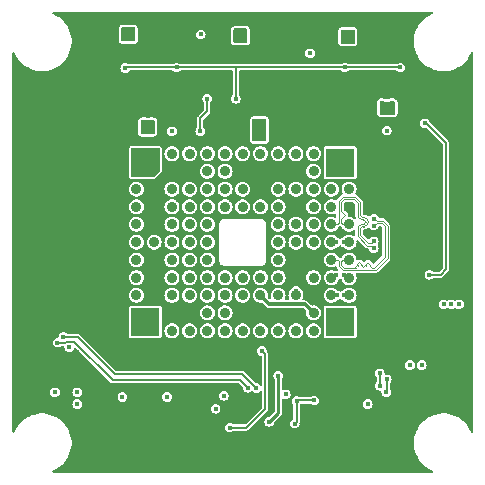
<source format=gbr>
G04 #@! TF.GenerationSoftware,KiCad,Pcbnew,8.0.4*
G04 #@! TF.CreationDate,2024-09-15T19:00:34-07:00*
G04 #@! TF.ProjectId,IMX283_MIPI_Camera_v2,494d5832-3833-45f4-9d49-50495f43616d,rev?*
G04 #@! TF.SameCoordinates,Original*
G04 #@! TF.FileFunction,Copper,L4,Bot*
G04 #@! TF.FilePolarity,Positive*
%FSLAX46Y46*%
G04 Gerber Fmt 4.6, Leading zero omitted, Abs format (unit mm)*
G04 Created by KiCad (PCBNEW 8.0.4) date 2024-09-15 19:00:34*
%MOMM*%
%LPD*%
G01*
G04 APERTURE LIST*
G04 #@! TA.AperFunction,SMDPad,CuDef*
%ADD10C,0.900000*%
G04 #@! TD*
G04 #@! TA.AperFunction,SMDPad,CuDef*
%ADD11R,2.400000X2.400000*%
G04 #@! TD*
G04 #@! TA.AperFunction,ViaPad*
%ADD12C,0.450000*%
G04 #@! TD*
G04 #@! TA.AperFunction,ViaPad*
%ADD13C,0.500000*%
G04 #@! TD*
G04 #@! TA.AperFunction,Conductor*
%ADD14C,0.150000*%
G04 #@! TD*
G04 #@! TA.AperFunction,Conductor*
%ADD15C,0.300000*%
G04 #@! TD*
G04 #@! TA.AperFunction,Conductor*
%ADD16C,0.250000*%
G04 #@! TD*
G04 #@! TA.AperFunction,Conductor*
%ADD17C,0.100000*%
G04 #@! TD*
G04 APERTURE END LIST*
D10*
G04 #@! TO.P,U3,A3,VDD_HVS*
G04 #@! TO.N,+2V9*
X138600000Y-95100000D03*
G04 #@! TO.P,U3,A4,VDD_HDA1*
X138600000Y-96600000D03*
G04 #@! TO.P,U3,A5*
G04 #@! TO.N,N/C*
X138600637Y-98087082D03*
G04 #@! TO.P,U3,A6,VDD_HPX*
G04 #@! TO.N,+2V9*
X138600000Y-99600000D03*
G04 #@! TO.P,U3,A7*
G04 #@! TO.N,N/C*
X138600000Y-101100000D03*
G04 #@! TO.P,U3,A8,VDD_HDA2*
G04 #@! TO.N,+2V9*
X138600000Y-102600000D03*
G04 #@! TO.P,U3,A9,VDD_HCP*
X138600000Y-104100000D03*
G04 #@! TO.P,U3,B3,GND*
G04 #@! TO.N,GND*
X140100000Y-95100000D03*
G04 #@! TO.P,U3,B4,GND2*
X140100000Y-96600000D03*
G04 #@! TO.P,U3,B5,GND3*
X140100637Y-98087082D03*
G04 #@! TO.P,U3,B6,VLOADLM*
G04 #@! TO.N,Net-(C32-Pad1)*
X140100000Y-99600000D03*
G04 #@! TO.P,U3,B7,GND4*
G04 #@! TO.N,GND*
X140100000Y-101100000D03*
G04 #@! TO.P,U3,B8,GND5*
X140100000Y-102600000D03*
G04 #@! TO.P,U3,B9,GND6*
X140100000Y-104100000D03*
G04 #@! TO.P,U3,C1,VDD_HCM1*
G04 #@! TO.N,+2V9*
X141600000Y-92100000D03*
G04 #@! TO.P,U3,C2,GND8*
G04 #@! TO.N,GND*
X141600000Y-93600000D03*
G04 #@! TO.P,U3,C3,VRLT*
G04 #@! TO.N,Net-(C28-Pad1)*
X141600000Y-95100000D03*
G04 #@! TO.P,U3,C4,VRLS*
G04 #@! TO.N,Net-(C29-Pad1)*
X141600000Y-96600000D03*
G04 #@! TO.P,U3,C5,VBGR*
G04 #@! TO.N,Net-(C31-Pad1)*
X141600637Y-98087082D03*
G04 #@! TO.P,U3,C6,BIASRES*
G04 #@! TO.N,unconnected-(U3-PadC6)*
X141600000Y-99600000D03*
G04 #@! TO.P,U3,C7,TEST1*
G04 #@! TO.N,unconnected-(U3-PadC7)*
X141600000Y-101100000D03*
G04 #@! TO.P,U3,C8,TEST2*
G04 #@! TO.N,unconnected-(U3-PadC8)*
X141600000Y-102600000D03*
G04 #@! TO.P,U3,C9*
G04 #@! TO.N,N/C*
X141600000Y-104100000D03*
G04 #@! TO.P,U3,C10,GND7*
G04 #@! TO.N,GND*
X141600637Y-105587082D03*
G04 #@! TO.P,U3,C11,VDD_HCM2*
G04 #@! TO.N,+2V9*
X141600000Y-107100000D03*
G04 #@! TO.P,U3,D1,VDD_LCN1*
G04 #@! TO.N,+1V2*
X143100000Y-92100000D03*
G04 #@! TO.P,U3,D2,GND9*
G04 #@! TO.N,GND*
X143100000Y-93600000D03*
G04 #@! TO.P,U3,D3*
G04 #@! TO.N,N/C*
X143100000Y-95100000D03*
G04 #@! TO.P,U3,D4*
X143100000Y-96600000D03*
G04 #@! TO.P,U3,D5*
X143100637Y-98087082D03*
G04 #@! TO.P,U3,D6*
X143100000Y-99600000D03*
G04 #@! TO.P,U3,D7*
X143100000Y-101100000D03*
G04 #@! TO.P,U3,D8*
X143100000Y-102600000D03*
G04 #@! TO.P,U3,D9,VDD_SUB*
G04 #@! TO.N,+2V9*
X143100000Y-104100000D03*
G04 #@! TO.P,U3,D10,GND10*
G04 #@! TO.N,GND*
X143100637Y-105587082D03*
G04 #@! TO.P,U3,D11,VDD_LCN4*
G04 #@! TO.N,+1V2*
X143100000Y-107100000D03*
G04 #@! TO.P,U3,E1*
G04 #@! TO.N,N/C*
X144600000Y-92100000D03*
G04 #@! TO.P,U3,E2*
X144600000Y-93600000D03*
G04 #@! TO.P,U3,E3*
X144600000Y-95100000D03*
G04 #@! TO.P,U3,E4*
X144600000Y-96600000D03*
G04 #@! TO.P,U3,E5*
X144600637Y-98087082D03*
G04 #@! TO.P,U3,E6*
X144600000Y-99600000D03*
G04 #@! TO.P,U3,E7*
X144600000Y-101100000D03*
G04 #@! TO.P,U3,E8,TEST3*
G04 #@! TO.N,unconnected-(U3-PadE8)*
X144600000Y-102600000D03*
G04 #@! TO.P,U3,E9*
G04 #@! TO.N,N/C*
X144600000Y-104100000D03*
G04 #@! TO.P,U3,E10,XVS*
G04 #@! TO.N,XVS*
X144600637Y-105587082D03*
G04 #@! TO.P,U3,E11*
G04 #@! TO.N,N/C*
X144600000Y-107100000D03*
G04 #@! TO.P,U3,F1*
X146100000Y-92100000D03*
G04 #@! TO.P,U3,F2*
X146100000Y-93600000D03*
G04 #@! TO.P,U3,F3*
X146100000Y-95100000D03*
G04 #@! TO.P,U3,F4*
X146100000Y-96600000D03*
G04 #@! TO.P,U3,F8,TEST4*
G04 #@! TO.N,unconnected-(U3-PadF8)*
X146100000Y-102600000D03*
G04 #@! TO.P,U3,F9,TEST5*
G04 #@! TO.N,unconnected-(U3-PadF9)*
X146100000Y-104100000D03*
G04 #@! TO.P,U3,F10,XHS*
G04 #@! TO.N,XHS*
X146100637Y-105587082D03*
G04 #@! TO.P,U3,F11*
G04 #@! TO.N,N/C*
X146100000Y-107100000D03*
G04 #@! TO.P,U3,G1,VDD_LCN2*
G04 #@! TO.N,+1V2*
X147600000Y-92100000D03*
G04 #@! TO.P,U3,G2,GND11*
G04 #@! TO.N,GND*
X147600000Y-93600000D03*
G04 #@! TO.P,U3,G3*
G04 #@! TO.N,N/C*
X147600000Y-95100000D03*
G04 #@! TO.P,U3,G4*
X147600000Y-96600000D03*
G04 #@! TO.P,U3,G8,SLASEL*
G04 #@! TO.N,unconnected-(U3-PadG8)*
X147600000Y-102600000D03*
G04 #@! TO.P,U3,G9,SDA*
G04 #@! TO.N,SDA_1V8*
X147600000Y-104100000D03*
G04 #@! TO.P,U3,G10,GND12*
G04 #@! TO.N,GND*
X147600637Y-105587082D03*
G04 #@! TO.P,U3,G11,VDD_LCN5*
G04 #@! TO.N,+1V2*
X147600000Y-107100000D03*
G04 #@! TO.P,U3,H1*
G04 #@! TO.N,N/C*
X149100000Y-92100000D03*
G04 #@! TO.P,U3,H2,GND13*
G04 #@! TO.N,GND*
X149100000Y-93600000D03*
G04 #@! TO.P,U3,H3,GND14*
X149100000Y-95100000D03*
G04 #@! TO.P,U3,H4,VDD_LPA*
G04 #@! TO.N,+1V2*
X149100000Y-96600000D03*
G04 #@! TO.P,U3,H8,TEST6*
G04 #@! TO.N,unconnected-(U3-PadH8)*
X149100000Y-102600000D03*
G04 #@! TO.P,U3,H9,TEST7*
G04 #@! TO.N,+1V8*
X149100000Y-104100000D03*
G04 #@! TO.P,U3,H10,GND15*
G04 #@! TO.N,GND*
X149100637Y-105587082D03*
G04 #@! TO.P,U3,H11*
G04 #@! TO.N,N/C*
X149100000Y-107100000D03*
G04 #@! TO.P,U3,J1,VDD_LCN3*
G04 #@! TO.N,+1V2*
X150600000Y-92100000D03*
G04 #@! TO.P,U3,J2,GND16*
G04 #@! TO.N,GND*
X150600000Y-93600000D03*
G04 #@! TO.P,U3,J3*
G04 #@! TO.N,N/C*
X150600000Y-95100000D03*
G04 #@! TO.P,U3,J4,VDD_LPL1*
G04 #@! TO.N,+1V2*
X150600000Y-96600000D03*
G04 #@! TO.P,U3,J5*
G04 #@! TO.N,N/C*
X150600637Y-98087082D03*
G04 #@! TO.P,U3,J6*
X150600000Y-99600000D03*
G04 #@! TO.P,U3,J7,VDD_LPL2*
G04 #@! TO.N,+1V2*
X150600000Y-101100000D03*
G04 #@! TO.P,U3,J8,VDD_LPL3*
X150600000Y-102600000D03*
G04 #@! TO.P,U3,J9,SCL*
G04 #@! TO.N,SCL_1V8*
X150600000Y-104100000D03*
G04 #@! TO.P,U3,J10,GND17*
G04 #@! TO.N,GND*
X150600637Y-105587082D03*
G04 #@! TO.P,U3,J11,VDD_LCN6*
G04 #@! TO.N,+1V2*
X150600000Y-107100000D03*
G04 #@! TO.P,U3,K1,VDD_LSC1*
X152100000Y-92100000D03*
G04 #@! TO.P,U3,K2,GND18*
G04 #@! TO.N,GND*
X152100000Y-93600000D03*
G04 #@! TO.P,U3,K3*
G04 #@! TO.N,N/C*
X152100000Y-95100000D03*
G04 #@! TO.P,U3,K4,GND19*
G04 #@! TO.N,GND*
X152100000Y-96600000D03*
G04 #@! TO.P,U3,K5*
G04 #@! TO.N,N/C*
X152100637Y-98087082D03*
G04 #@! TO.P,U3,K6*
X152100000Y-99600000D03*
G04 #@! TO.P,U3,K7,GND20*
G04 #@! TO.N,GND*
X152100000Y-101100000D03*
G04 #@! TO.P,U3,K8,GND21*
X152100000Y-102600000D03*
G04 #@! TO.P,U3,K9,XCLR*
G04 #@! TO.N,RST_1V8*
X152100000Y-104100000D03*
G04 #@! TO.P,U3,K10,GND22*
G04 #@! TO.N,GND*
X152100637Y-105587082D03*
G04 #@! TO.P,U3,K11,VDD_LSC2*
G04 #@! TO.N,+1V2*
X152100000Y-107100000D03*
G04 #@! TO.P,U3,L1*
G04 #@! TO.N,N/C*
X153600000Y-92100000D03*
G04 #@! TO.P,U3,L2,INCK*
G04 #@! TO.N,CLOCK*
X153600000Y-93600000D03*
G04 #@! TO.P,U3,L3*
G04 #@! TO.N,N/C*
X153600000Y-95100000D03*
G04 #@! TO.P,U3,L4*
X153600000Y-96600000D03*
G04 #@! TO.P,U3,L5*
X153600637Y-98087082D03*
G04 #@! TO.P,U3,L6*
X153600000Y-99600000D03*
G04 #@! TO.P,U3,L7,GND23*
G04 #@! TO.N,GND*
X153600000Y-101100000D03*
G04 #@! TO.P,U3,L8,VDD_LIF*
G04 #@! TO.N,+1V2*
X153600000Y-102600000D03*
G04 #@! TO.P,U3,L9,GND24*
G04 #@! TO.N,GND*
X153600000Y-104100000D03*
G04 #@! TO.P,U3,L10,VDD_MIO*
G04 #@! TO.N,+1V8*
X153600637Y-105587082D03*
G04 #@! TO.P,U3,L11*
G04 #@! TO.N,N/C*
X153600000Y-107100000D03*
G04 #@! TO.P,U3,M3*
X155100000Y-95100000D03*
G04 #@! TO.P,U3,M4*
X155100000Y-96600000D03*
G04 #@! TO.P,U3,M5,DMO3N*
G04 #@! TO.N,CAM_D2_N*
X155100637Y-98087082D03*
G04 #@! TO.P,U3,M6,DMO1N*
G04 #@! TO.N,CAM_D0_N*
X155100000Y-99600000D03*
G04 #@! TO.P,U3,M7,DCKN*
G04 #@! TO.N,CAM_CLK_N*
X155100000Y-101100000D03*
G04 #@! TO.P,U3,M8,DMO2N*
G04 #@! TO.N,CAM_D1_N*
X155100000Y-102600000D03*
G04 #@! TO.P,U3,M9,DMO4N*
G04 #@! TO.N,CAM_D3_N*
X155100000Y-104100000D03*
G04 #@! TO.P,U3,N3*
G04 #@! TO.N,N/C*
X156600000Y-95100000D03*
G04 #@! TO.P,U3,N4,GND25*
G04 #@! TO.N,GND*
X156600000Y-96600000D03*
G04 #@! TO.P,U3,N5,DMO3P*
G04 #@! TO.N,CAM_D2_P*
X156600637Y-98087082D03*
G04 #@! TO.P,U3,N6,DMO1P*
G04 #@! TO.N,CAM_D0_P*
X156600000Y-99600000D03*
G04 #@! TO.P,U3,N7,DCKP*
G04 #@! TO.N,CAM_CLK_P*
X156600000Y-101100000D03*
G04 #@! TO.P,U3,N8,DMO2P*
G04 #@! TO.N,CAM_D1_P*
X156600000Y-102600000D03*
G04 #@! TO.P,U3,N9,DMO4P*
G04 #@! TO.N,CAM_D3_P*
X156600000Y-104100000D03*
D11*
G04 #@! TO.P,U3,NC*
G04 #@! TO.N,N/C*
X155850000Y-92850000D03*
X139350000Y-106350000D03*
X155850000Y-106350000D03*
G04 #@! TA.AperFunction,SMDPad,CuDef*
G36*
X140550000Y-93570000D02*
G01*
X140070000Y-94050000D01*
X138150000Y-94050000D01*
X138150000Y-91650000D01*
X140550000Y-91650000D01*
X140550000Y-93570000D01*
G37*
G04 #@! TD.AperFunction*
G04 #@! TD*
D12*
G04 #@! TO.N,GND*
X133700000Y-117600000D03*
X128700000Y-85700000D03*
X138700000Y-118500000D03*
D13*
X143100637Y-105587082D03*
D12*
X145700000Y-118500000D03*
X157700000Y-118500000D03*
X155550000Y-89450000D03*
X146750000Y-83400000D03*
D13*
X141600637Y-105587082D03*
D12*
X151700000Y-80800000D03*
X154350000Y-98850000D03*
X149700000Y-80800000D03*
X138300000Y-83300000D03*
X138300000Y-89450000D03*
X128700000Y-99700000D03*
X128700000Y-90700000D03*
X153700000Y-118500000D03*
X160350000Y-110000000D03*
X152850000Y-98850000D03*
X134950000Y-115900000D03*
X166600000Y-100337500D03*
X135400000Y-87600000D03*
X166600000Y-101800000D03*
X148000000Y-87600000D03*
X138300000Y-84000000D03*
X137450000Y-90250000D03*
X159400000Y-86725000D03*
X128700000Y-91700000D03*
X128700000Y-98700000D03*
X164000000Y-98850000D03*
X129700000Y-85700000D03*
X151700000Y-118500000D03*
X133700000Y-80800000D03*
X159700000Y-118500000D03*
X128700000Y-104700000D03*
X134950000Y-115100000D03*
X142700000Y-80800000D03*
X159000000Y-116200000D03*
X150700000Y-80800000D03*
X164000000Y-103350000D03*
X154700000Y-118500000D03*
X147800000Y-89400000D03*
X136700000Y-118500000D03*
X158250000Y-100600000D03*
D13*
X152100637Y-105617000D03*
D12*
X166600000Y-95837500D03*
X137500000Y-84000000D03*
X152700000Y-80800000D03*
X152700000Y-118500000D03*
D13*
X152100000Y-101100000D03*
D12*
X154350000Y-101837500D03*
X154250000Y-93000000D03*
X155700000Y-118500000D03*
D13*
X152100000Y-96600000D03*
D12*
X154875000Y-90675000D03*
X153700000Y-80800000D03*
X140550000Y-91200000D03*
X143650000Y-116750000D03*
X137900000Y-116700000D03*
X164000000Y-97350000D03*
X128700000Y-87700000D03*
X128700000Y-93700000D03*
X136700000Y-80800000D03*
X137700000Y-80800000D03*
X164800000Y-113350000D03*
X128700000Y-95700000D03*
X166600000Y-94337500D03*
X147600000Y-84100000D03*
X161600000Y-93350000D03*
D13*
X153600000Y-101137500D03*
D12*
X150600000Y-108020000D03*
X157200000Y-85400000D03*
X155850000Y-104700000D03*
X155700000Y-80800000D03*
X161700000Y-105850000D03*
X132620000Y-113300000D03*
X152900000Y-94300000D03*
D13*
X150600000Y-93600000D03*
D12*
X131700000Y-85700000D03*
X140700000Y-116700000D03*
X137450000Y-89450000D03*
X134300000Y-109700000D03*
D13*
X147600637Y-105587082D03*
D12*
X152900000Y-93000000D03*
X137900000Y-115900000D03*
X138300000Y-90250000D03*
X161700000Y-80800000D03*
X128700000Y-89700000D03*
D13*
X140100000Y-101100000D03*
D12*
X156600000Y-96375000D03*
D13*
X140100000Y-104100000D03*
D12*
X128700000Y-100700000D03*
X148000000Y-88300000D03*
X155850000Y-100325000D03*
X147000000Y-90200000D03*
D13*
X143100000Y-93600000D03*
D12*
X143700000Y-118500000D03*
X143700000Y-80800000D03*
X130500000Y-110500000D03*
X133577500Y-108922500D03*
X143650000Y-115950000D03*
X154350000Y-103350000D03*
X144700000Y-118500000D03*
X155850000Y-103000000D03*
X150700000Y-118500000D03*
X153300000Y-87000000D03*
X160700000Y-118500000D03*
X154350000Y-100337500D03*
X128700000Y-109700000D03*
X148700000Y-80800000D03*
X140700000Y-80800000D03*
X144590000Y-86300000D03*
X154850000Y-89850000D03*
X166600000Y-98837500D03*
X134950000Y-116700000D03*
X156050000Y-84200000D03*
X133700000Y-116700000D03*
X159700000Y-80800000D03*
X146750000Y-84100000D03*
X128700000Y-111700000D03*
X128700000Y-105700000D03*
X128700000Y-107700000D03*
X128700000Y-86700000D03*
X140700000Y-115100000D03*
D13*
X149100637Y-105587082D03*
D12*
X157220000Y-113300000D03*
D13*
X140100000Y-96600000D03*
X153600000Y-104100000D03*
X140100000Y-95100000D03*
D12*
X137700000Y-118500000D03*
X160300000Y-86725000D03*
X140700000Y-115900000D03*
D13*
X152100000Y-102600000D03*
D12*
X147700000Y-80800000D03*
X131250000Y-108900000D03*
X132620000Y-112300000D03*
X166600000Y-103337500D03*
X156900000Y-84200000D03*
X133700000Y-82700000D03*
X135700000Y-80800000D03*
X128700000Y-96700000D03*
D13*
X149100000Y-95100000D03*
D12*
X129700000Y-113700000D03*
X128700000Y-88700000D03*
X166150000Y-93350000D03*
X146700000Y-80800000D03*
X160300000Y-117700000D03*
D13*
X150600637Y-105587082D03*
D12*
X133700000Y-83700000D03*
X149700000Y-118500000D03*
X133700000Y-115700000D03*
X130500000Y-109700000D03*
X128700000Y-106700000D03*
X128700000Y-101700000D03*
D13*
X140100637Y-98087082D03*
D12*
X158250000Y-98850000D03*
X141700000Y-80800000D03*
X144700000Y-80800000D03*
X128700000Y-102700000D03*
X134700000Y-80800000D03*
X166000000Y-105850000D03*
X164000000Y-101850000D03*
X154700000Y-80800000D03*
X133700000Y-118500000D03*
X158700000Y-80800000D03*
X154250000Y-94300000D03*
X151525001Y-108300001D03*
D13*
X141600000Y-93600000D03*
D12*
X157700000Y-80800000D03*
X160300000Y-85925000D03*
X128700000Y-110700000D03*
X147800000Y-90200000D03*
X130700000Y-113700000D03*
X166600000Y-97337500D03*
X149166666Y-117200000D03*
X128700000Y-113700000D03*
D13*
X152100000Y-93600000D03*
D12*
X137900000Y-115100000D03*
X147600000Y-83400000D03*
X159100000Y-98850000D03*
X134700000Y-118500000D03*
X145700000Y-80800000D03*
X156700000Y-118500000D03*
X148750000Y-113200000D03*
X128700000Y-103700000D03*
X135700000Y-118500000D03*
X138600000Y-86050000D03*
X132700000Y-84700000D03*
D13*
X140100000Y-102600000D03*
D12*
X131700000Y-113700000D03*
X142700000Y-118500000D03*
X157200000Y-86100000D03*
X146700000Y-118500000D03*
X139700000Y-80800000D03*
D13*
X147600000Y-93600000D03*
D12*
X161750000Y-109000000D03*
X161700000Y-118500000D03*
X132700000Y-114700000D03*
X156900000Y-83500000D03*
X154350000Y-104750000D03*
X141700000Y-118500000D03*
X130700000Y-85700000D03*
X143650000Y-115150000D03*
X164000000Y-95850000D03*
X128700000Y-92700000D03*
X139700000Y-118500000D03*
X147700000Y-118500000D03*
X130767500Y-112300000D03*
X164850000Y-107700000D03*
X156700000Y-80800000D03*
X151250000Y-113430000D03*
X140700000Y-118500000D03*
X153474999Y-108300001D03*
X147000000Y-89400000D03*
X158350000Y-111900000D03*
X156050000Y-83500000D03*
X159400000Y-85925000D03*
X145300000Y-112200000D03*
X133700000Y-81700000D03*
X137500000Y-83300000D03*
D13*
X149100000Y-93637500D03*
D12*
X128700000Y-97700000D03*
X158700000Y-118500000D03*
X164000000Y-94350000D03*
X158250000Y-97050000D03*
X154000000Y-90700000D03*
X128700000Y-108700000D03*
X164000000Y-100350000D03*
X128700000Y-112700000D03*
X148700000Y-118500000D03*
X138700000Y-80800000D03*
X128700000Y-94700000D03*
X138600000Y-85300000D03*
X162750000Y-109000000D03*
X160700000Y-80800000D03*
D13*
G04 #@! TO.N,+1V2*
X150600000Y-107100000D03*
X143100000Y-107100000D03*
D12*
X144000000Y-90200000D03*
X148700000Y-90737500D03*
D13*
X150600000Y-102600000D03*
X150600000Y-92100000D03*
D12*
X149300000Y-90737500D03*
X149300000Y-90100000D03*
D13*
X147600000Y-92100000D03*
X149100000Y-96600000D03*
X152100000Y-107100000D03*
X150600000Y-96600000D03*
X147600000Y-107100000D03*
X143100000Y-92100000D03*
X150600000Y-101100000D03*
X152100000Y-92100000D03*
D12*
X149300000Y-89437500D03*
D13*
X153600000Y-102600000D03*
D12*
X148700000Y-90100000D03*
X148700000Y-89437500D03*
X144590000Y-87450000D03*
G04 #@! TO.N,+2V9*
X139200000Y-89400000D03*
D13*
X138600000Y-104100000D03*
D12*
X139900000Y-89400000D03*
D13*
X143100000Y-104100000D03*
D12*
X139900000Y-90200000D03*
D13*
X138600000Y-99600000D03*
X138600000Y-102600000D03*
D12*
X139200000Y-90200000D03*
D13*
X138600000Y-96600000D03*
X141600000Y-92100000D03*
X138600000Y-95100000D03*
D12*
X141600000Y-90200000D03*
D13*
X141600000Y-107100000D03*
G04 #@! TO.N,+1V8*
X149100000Y-104100000D03*
D12*
X159350000Y-87775000D03*
X133580000Y-112300000D03*
X160250000Y-88525000D03*
X159800000Y-90150000D03*
X146000000Y-112600000D03*
D13*
X153600637Y-105587082D03*
D12*
X159350000Y-88525000D03*
X141190000Y-112700000D03*
X151250000Y-112470000D03*
X137410000Y-112700000D03*
X131700000Y-112300000D03*
X132912500Y-108500000D03*
X133580000Y-113300000D03*
X160249815Y-87774772D03*
G04 #@! TO.N,+3V3*
X147112500Y-81800000D03*
X147712500Y-82400000D03*
X162750000Y-110000000D03*
X161750000Y-110000000D03*
X156812500Y-82500000D03*
X147112500Y-82400000D03*
X164600000Y-104850000D03*
X137650000Y-82337500D03*
X145300000Y-113700000D03*
X156212500Y-82500000D03*
X137650000Y-81737500D03*
X138250000Y-82337500D03*
X147712500Y-81800000D03*
X156212500Y-81900000D03*
X153300000Y-83600000D03*
X144050000Y-82010000D03*
X149850000Y-114800000D03*
X138250000Y-81737500D03*
X156812500Y-81900000D03*
X165250000Y-104850000D03*
X165900000Y-104850000D03*
X158180000Y-113300000D03*
X150600000Y-110900000D03*
D13*
G04 #@! TO.N,Net-(C28-Pad1)*
X141600000Y-95100000D03*
G04 #@! TO.N,Net-(C29-Pad1)*
X141600000Y-96600000D03*
G04 #@! TO.N,Net-(C31-Pad1)*
X141600637Y-98087082D03*
G04 #@! TO.N,Net-(C32-Pad1)*
X140100000Y-99600000D03*
D12*
G04 #@! TO.N,SCL_3V3*
X159200000Y-110700000D03*
X159200000Y-111750000D03*
G04 #@! TO.N,SDA_3V3*
X159800000Y-111200000D03*
X153650000Y-113000000D03*
X159750000Y-112300000D03*
X152000000Y-114950000D03*
X152150000Y-113050000D03*
G04 #@! TO.N,RST_1V8*
X146500000Y-115287500D03*
X149200000Y-108800000D03*
X152100000Y-103690000D03*
G04 #@! TO.N,SCL_1V8*
X132412500Y-107600000D03*
D13*
X150600000Y-104100000D03*
D12*
X148750000Y-111950000D03*
D13*
G04 #@! TO.N,SDA_1V8*
X147600000Y-104100000D03*
D12*
X148025000Y-111925000D03*
X131912500Y-108100000D03*
D13*
G04 #@! TO.N,XHS*
X146100637Y-105587082D03*
G04 #@! TO.N,XVS*
X144600637Y-105587082D03*
G04 #@! TO.N,CLOCK*
X153600000Y-93600000D03*
D12*
G04 #@! TO.N,CAM_D2_N*
X158700000Y-99511500D03*
G04 #@! TO.N,CAM_D0_N*
X155500000Y-99600000D03*
G04 #@! TO.N,CAM_CLK_N*
X158700000Y-97611500D03*
G04 #@! TO.N,CAM_D1_N*
X155500000Y-102400000D03*
G04 #@! TO.N,CAM_D3_N*
X155550000Y-104100000D03*
G04 #@! TO.N,CAM_D2_P*
X158700000Y-100088500D03*
G04 #@! TO.N,CAM_D0_P*
X156200000Y-99600000D03*
G04 #@! TO.N,CAM_CLK_P*
X158700000Y-98188500D03*
G04 #@! TO.N,CAM_D1_P*
X156200000Y-102400000D03*
G04 #@! TO.N,CAM_D3_P*
X156150000Y-104100000D03*
G04 #@! TO.N,CAM_EN*
X142000000Y-84800000D03*
X156250000Y-84800000D03*
X137650000Y-84850000D03*
X147000000Y-87450000D03*
X160950000Y-84800000D03*
G04 #@! TO.N,Net-(J1-Pad6)*
X163400000Y-102350000D03*
X163000000Y-89525000D03*
G04 #@! TD*
D14*
G04 #@! TO.N,+1V2*
X144000000Y-89100000D02*
X144000000Y-90200000D01*
X144590000Y-87450000D02*
X144590000Y-88510000D01*
X144590000Y-88510000D02*
X144000000Y-89100000D01*
D15*
G04 #@! TO.N,+1V8*
X152863555Y-104850000D02*
X153600637Y-105587082D01*
X149850000Y-104850000D02*
X152863555Y-104850000D01*
X149100000Y-104100000D02*
X149850000Y-104850000D01*
D16*
G04 #@! TO.N,+3V3*
X150600000Y-114050000D02*
X150600000Y-110900000D01*
X149850000Y-114800000D02*
X150600000Y-114050000D01*
D14*
G04 #@! TO.N,SCL_3V3*
X159200000Y-111750000D02*
X159200000Y-110700000D01*
G04 #@! TO.N,SDA_3V3*
X152200000Y-113000000D02*
X152150000Y-113050000D01*
X152150000Y-114800000D02*
X152000000Y-114950000D01*
X159800000Y-112250000D02*
X159800000Y-111200000D01*
X153650000Y-113000000D02*
X152200000Y-113000000D01*
X152150000Y-113050000D02*
X152150000Y-114800000D01*
X159750000Y-112300000D02*
X159800000Y-112250000D01*
G04 #@! TO.N,RST_1V8*
X149200000Y-108800000D02*
X149500000Y-109100000D01*
D16*
X152100000Y-103690000D02*
X152100000Y-104100000D01*
D14*
X149500000Y-113700000D02*
X147912500Y-115287500D01*
X147912500Y-115287500D02*
X146500000Y-115287500D01*
X149500000Y-109100000D02*
X149500000Y-113700000D01*
G04 #@! TO.N,SCL_1V8*
X147550000Y-110750000D02*
X148750000Y-111950000D01*
X132412500Y-107600000D02*
X133625000Y-107600000D01*
X136775000Y-110750000D02*
X147550000Y-110750000D01*
X133625000Y-107600000D02*
X136775000Y-110750000D01*
G04 #@! TO.N,SDA_1V8*
X131912500Y-108100000D02*
X132513542Y-108100000D01*
X132606771Y-108006771D02*
X133306771Y-108006771D01*
X133306771Y-108006771D02*
X136600000Y-111300000D01*
X132513542Y-108100000D02*
X132606771Y-108006771D01*
X147400000Y-111300000D02*
X148025000Y-111925000D01*
X136600000Y-111300000D02*
X147400000Y-111300000D01*
D17*
G04 #@! TO.N,CAM_D2_N*
X157550000Y-97300000D02*
X157550000Y-96650000D01*
X158700000Y-99511500D02*
X158573000Y-99638500D01*
X158241422Y-99700000D02*
X157550000Y-99008578D01*
X155750637Y-97949363D02*
X155612918Y-98087082D01*
X155612918Y-98087082D02*
X155100637Y-98087082D01*
X158226853Y-97900000D02*
X158226853Y-97876852D01*
X156108578Y-95750000D02*
X155750637Y-96107941D01*
X158573000Y-99638500D02*
X158513603Y-99638500D01*
X157091422Y-95750000D02*
X156108578Y-95750000D01*
X158513603Y-99638500D02*
X158452103Y-99700000D01*
X157550000Y-96208578D02*
X157091422Y-95750000D01*
X157838427Y-97488426D02*
X157738426Y-97488426D01*
X158452103Y-99700000D02*
X158241422Y-99700000D01*
X157550000Y-99008578D02*
X157550000Y-98476852D01*
X157738426Y-98288426D02*
X157838427Y-98288426D01*
X155750637Y-96107941D02*
X155750637Y-97949363D01*
X157550000Y-96650000D02*
X157550000Y-96208578D01*
X157738426Y-97488426D02*
G75*
G02*
X157549974Y-97300000I-26J188426D01*
G01*
X157838427Y-98288426D02*
G75*
G03*
X158226826Y-97900000I-27J388426D01*
G01*
X158226853Y-97876852D02*
G75*
G03*
X157838427Y-97488447I-388453J-48D01*
G01*
X157550000Y-98476852D02*
G75*
G02*
X157738426Y-98288500I188400J-48D01*
G01*
G04 #@! TO.N,CAM_D0_N*
X155100000Y-99600000D02*
X155500000Y-99600000D01*
G04 #@! TO.N,CAM_CLK_N*
X158886397Y-97738500D02*
X158947897Y-97800000D01*
X158700000Y-97611500D02*
X158827000Y-97738500D01*
X155750000Y-101591422D02*
X155750000Y-101200000D01*
X155650000Y-101100000D02*
X155100000Y-101100000D01*
X159877000Y-98235578D02*
X159877000Y-100952606D01*
X158947897Y-97800000D02*
X159441422Y-97800000D01*
X155750000Y-101200000D02*
X155650000Y-101100000D01*
X159441422Y-97800000D02*
X159877000Y-98235578D01*
X159877000Y-100952606D02*
X158879606Y-101950000D01*
X158879606Y-101950000D02*
X156108578Y-101950000D01*
X156108578Y-101950000D02*
X155750000Y-101591422D01*
X158827000Y-97738500D02*
X158886397Y-97738500D01*
G04 #@! TO.N,CAM_D1_N*
X155300000Y-102600000D02*
X155500000Y-102400000D01*
X155100000Y-102600000D02*
X155300000Y-102600000D01*
G04 #@! TO.N,CAM_D3_N*
X155100000Y-104100000D02*
X155550000Y-104100000D01*
G04 #@! TO.N,CAM_D2_P*
X157350000Y-98476852D02*
X157350000Y-99091422D01*
X156087082Y-98087082D02*
X155950637Y-97950637D01*
X157008578Y-95950000D02*
X157350000Y-96291422D01*
X158513603Y-99961500D02*
X158573000Y-99961500D01*
X158573000Y-99961500D02*
X158700000Y-100088500D01*
X156600637Y-98087082D02*
X156087082Y-98087082D01*
X157350000Y-99091422D02*
X158158578Y-99900000D01*
X158158578Y-99900000D02*
X158452103Y-99900000D01*
X155950637Y-96950637D02*
X155950637Y-96190785D01*
X157738426Y-97688426D02*
X157838427Y-97688426D01*
X157350000Y-96291422D02*
X157350000Y-97300000D01*
X155950637Y-96190785D02*
X156191422Y-95950000D01*
X157838427Y-98088426D02*
X157738426Y-98088426D01*
X156266039Y-97335235D02*
X156266039Y-97300637D01*
X155950637Y-97950637D02*
X155950637Y-97650637D01*
X156191422Y-95950000D02*
X157008578Y-95950000D01*
X155950637Y-96985235D02*
X155950637Y-96950637D01*
X158452103Y-99900000D02*
X158513603Y-99961500D01*
X158026853Y-97876852D02*
X158026853Y-97900000D01*
X157350000Y-97300000D02*
G75*
G03*
X157738426Y-97688400I388400J0D01*
G01*
X155950637Y-97650637D02*
G75*
G02*
X156108338Y-97492937I157663J37D01*
G01*
X156108338Y-97492936D02*
G75*
G03*
X156266036Y-97335235I-38J157736D01*
G01*
X158026853Y-97900000D02*
G75*
G02*
X157838427Y-98088453I-188453J0D01*
G01*
X157738426Y-98088426D02*
G75*
G03*
X157349926Y-98476852I-26J-388474D01*
G01*
X156108338Y-97142936D02*
G75*
G02*
X155950564Y-96985235I-38J157736D01*
G01*
X157838427Y-97688426D02*
G75*
G02*
X158026874Y-97876852I-27J-188474D01*
G01*
X156266039Y-97300637D02*
G75*
G03*
X156108338Y-97142861I-157739J37D01*
G01*
G04 #@! TO.N,CAM_D0_P*
X156600000Y-99600000D02*
X156200000Y-99600000D01*
G04 #@! TO.N,CAM_CLK_P*
X159358578Y-98000000D02*
X158947897Y-98000000D01*
X158025000Y-101575000D02*
X158025000Y-101503881D01*
X156050000Y-101100000D02*
X155950000Y-101200000D01*
X157325000Y-101575000D02*
X157325000Y-101503881D01*
X159623000Y-100847394D02*
X159623000Y-98264422D01*
X159623000Y-98264422D02*
X159358578Y-98000000D01*
X155950000Y-101200000D02*
X155950000Y-101508578D01*
X158600000Y-101750000D02*
X158720394Y-101750000D01*
X158827000Y-98061500D02*
X158700000Y-98188500D01*
X158947897Y-98000000D02*
X158886397Y-98061500D01*
X158886397Y-98061500D02*
X158827000Y-98061500D01*
X158720394Y-101750000D02*
X159623000Y-100847394D01*
X156191422Y-101750000D02*
X157150000Y-101750000D01*
X157675000Y-101503881D02*
X157675000Y-101575000D01*
X158550000Y-101750000D02*
X158600000Y-101750000D01*
X156600000Y-101100000D02*
X156050000Y-101100000D01*
X158375000Y-101503881D02*
X158375000Y-101575000D01*
X155950000Y-101508578D02*
X156191422Y-101750000D01*
X157850000Y-101750000D02*
G75*
G03*
X158025000Y-101575000I0J175000D01*
G01*
X157325000Y-101503881D02*
G75*
G02*
X157500000Y-101328900I175000J-19D01*
G01*
X158375000Y-101575000D02*
G75*
G03*
X158550000Y-101750000I175000J0D01*
G01*
X157675000Y-101575000D02*
G75*
G03*
X157850000Y-101750000I175000J0D01*
G01*
X158025000Y-101503881D02*
G75*
G02*
X158200000Y-101328900I175000J-19D01*
G01*
X158200000Y-101328881D02*
G75*
G02*
X158375019Y-101503881I0J-175019D01*
G01*
X157150000Y-101750000D02*
G75*
G03*
X157325000Y-101575000I0J175000D01*
G01*
X157500000Y-101328881D02*
G75*
G02*
X157675019Y-101503881I0J-175019D01*
G01*
G04 #@! TO.N,CAM_D1_P*
X156400000Y-102600000D02*
X156200000Y-102400000D01*
X156600000Y-102600000D02*
X156400000Y-102600000D01*
G04 #@! TO.N,CAM_D3_P*
X156600000Y-104100000D02*
X156150000Y-104100000D01*
D14*
G04 #@! TO.N,CAM_EN*
X147000000Y-84900000D02*
X147000000Y-85100000D01*
X137650000Y-84850000D02*
X137700000Y-84800000D01*
X156250000Y-84800000D02*
X160950000Y-84800000D01*
X156250000Y-84800000D02*
X147100000Y-84800000D01*
X147000000Y-87450000D02*
X147000000Y-85100000D01*
X146900000Y-84800000D02*
X147000000Y-84900000D01*
X147100000Y-84800000D02*
X146900000Y-84800000D01*
X147000000Y-84900000D02*
X147100000Y-84800000D01*
X142000000Y-84800000D02*
X146900000Y-84800000D01*
X137700000Y-84800000D02*
X142000000Y-84800000D01*
G04 #@! TO.N,Net-(J1-Pad6)*
X164800000Y-91200000D02*
X164800000Y-101900000D01*
X163125000Y-89525000D02*
X164800000Y-91200000D01*
X164350000Y-102350000D02*
X163400000Y-102350000D01*
X164800000Y-101900000D02*
X164350000Y-102350000D01*
X163000000Y-89525000D02*
X163125000Y-89525000D01*
G04 #@! TD*
G04 #@! TA.AperFunction,Conductor*
G04 #@! TO.N,GND*
G36*
X156933444Y-96201322D02*
G01*
X156939169Y-96206567D01*
X157093433Y-96360831D01*
X157119161Y-96416007D01*
X157119500Y-96423764D01*
X157119500Y-97263109D01*
X157119473Y-97263183D01*
X157119474Y-97369736D01*
X157119476Y-97369747D01*
X157150512Y-97505717D01*
X157152164Y-97510438D01*
X157149503Y-97511369D01*
X157154553Y-97562193D01*
X157120224Y-97612470D01*
X157061608Y-97628917D01*
X157009303Y-97606788D01*
X156961438Y-97564383D01*
X156961430Y-97564377D01*
X156906474Y-97535534D01*
X156825858Y-97493224D01*
X156825855Y-97493223D01*
X156825853Y-97493222D01*
X156713324Y-97465487D01*
X156677194Y-97456582D01*
X156585539Y-97456582D01*
X156528331Y-97435760D01*
X156497891Y-97383037D01*
X156496539Y-97367582D01*
X156496539Y-97335184D01*
X156496548Y-97294643D01*
X156496547Y-97294641D01*
X156496549Y-97287014D01*
X156496539Y-97286886D01*
X156496539Y-97250067D01*
X156496476Y-97249592D01*
X156496475Y-97249591D01*
X156496476Y-97249589D01*
X156470046Y-97150860D01*
X156418965Y-97062336D01*
X156346712Y-96990049D01*
X156346711Y-96990048D01*
X156318193Y-96973574D01*
X156258212Y-96938925D01*
X156258209Y-96938924D01*
X156258207Y-96938923D01*
X156247079Y-96935938D01*
X156197219Y-96901006D01*
X156181137Y-96849977D01*
X156181137Y-96323127D01*
X156201959Y-96265919D01*
X156207204Y-96260194D01*
X156260831Y-96206567D01*
X156316007Y-96180839D01*
X156323764Y-96180500D01*
X156876236Y-96180500D01*
X156933444Y-96201322D01*
G37*
G04 #@! TD.AperFunction*
G04 #@! TA.AperFunction,Conductor*
G36*
X163707109Y-80120822D02*
G01*
X163737549Y-80173545D01*
X163726977Y-80233500D01*
X163680341Y-80272633D01*
X163679324Y-80272995D01*
X163654121Y-80281814D01*
X163641586Y-80286201D01*
X163388552Y-80408055D01*
X163388548Y-80408058D01*
X163150756Y-80557473D01*
X162931178Y-80732581D01*
X162732581Y-80931178D01*
X162557473Y-81150756D01*
X162408058Y-81388548D01*
X162408055Y-81388552D01*
X162286201Y-81641586D01*
X162286199Y-81641592D01*
X162201680Y-81883135D01*
X162193439Y-81906686D01*
X162130943Y-82180500D01*
X162099500Y-82459568D01*
X162099500Y-82740431D01*
X162130943Y-83019499D01*
X162130944Y-83019506D01*
X162130945Y-83019509D01*
X162193440Y-83293318D01*
X162272640Y-83519658D01*
X162286201Y-83558413D01*
X162408055Y-83811447D01*
X162408058Y-83811451D01*
X162557473Y-84049243D01*
X162557477Y-84049248D01*
X162732584Y-84268825D01*
X162931175Y-84467416D01*
X163045619Y-84558682D01*
X163150756Y-84642526D01*
X163388548Y-84791941D01*
X163388552Y-84791944D01*
X163591206Y-84889536D01*
X163641592Y-84913801D01*
X163906682Y-85006560D01*
X164180491Y-85069055D01*
X164459575Y-85100500D01*
X164740425Y-85100500D01*
X165019509Y-85069055D01*
X165293318Y-85006560D01*
X165558408Y-84913801D01*
X165811445Y-84791945D01*
X166049248Y-84642523D01*
X166268825Y-84467416D01*
X166467416Y-84268825D01*
X166642523Y-84049248D01*
X166791945Y-83811445D01*
X166913801Y-83558408D01*
X166926994Y-83520703D01*
X166965542Y-83473583D01*
X167025360Y-83462264D01*
X167078459Y-83492044D01*
X167099993Y-83548988D01*
X167100000Y-83550098D01*
X167100000Y-115649901D01*
X167079178Y-115707109D01*
X167026455Y-115737549D01*
X166966500Y-115726977D01*
X166927367Y-115680341D01*
X166926994Y-115679296D01*
X166926527Y-115677961D01*
X166913801Y-115641592D01*
X166847590Y-115504103D01*
X166791944Y-115388552D01*
X166791941Y-115388548D01*
X166642526Y-115150756D01*
X166555252Y-115041318D01*
X166467416Y-114931175D01*
X166268825Y-114732584D01*
X166049248Y-114557477D01*
X166049243Y-114557473D01*
X165811451Y-114408058D01*
X165811447Y-114408055D01*
X165558413Y-114286201D01*
X165558409Y-114286199D01*
X165558408Y-114286199D01*
X165293318Y-114193440D01*
X165019509Y-114130945D01*
X165019506Y-114130944D01*
X165019499Y-114130943D01*
X164740431Y-114099500D01*
X164740425Y-114099500D01*
X164459575Y-114099500D01*
X164459568Y-114099500D01*
X164180500Y-114130943D01*
X164180491Y-114130944D01*
X164180491Y-114130945D01*
X163906682Y-114193440D01*
X163694425Y-114267711D01*
X163641586Y-114286201D01*
X163388552Y-114408055D01*
X163388548Y-114408058D01*
X163150756Y-114557473D01*
X162931178Y-114732581D01*
X162732581Y-114931178D01*
X162557473Y-115150756D01*
X162408058Y-115388548D01*
X162408055Y-115388552D01*
X162286201Y-115641586D01*
X162282903Y-115651010D01*
X162256322Y-115726977D01*
X162193439Y-115906686D01*
X162130943Y-116180500D01*
X162099500Y-116459568D01*
X162099500Y-116740431D01*
X162130943Y-117019499D01*
X162130944Y-117019506D01*
X162130945Y-117019509D01*
X162193440Y-117293318D01*
X162286199Y-117558408D01*
X162286201Y-117558413D01*
X162408055Y-117811447D01*
X162408058Y-117811451D01*
X162557473Y-118049243D01*
X162557477Y-118049248D01*
X162732584Y-118268825D01*
X162931175Y-118467416D01*
X162931178Y-118467418D01*
X163150756Y-118642526D01*
X163388548Y-118791941D01*
X163388552Y-118791944D01*
X163591206Y-118889536D01*
X163641592Y-118913801D01*
X163679296Y-118926994D01*
X163726417Y-118965543D01*
X163737735Y-119025361D01*
X163707955Y-119078460D01*
X163651010Y-119099993D01*
X163649901Y-119100000D01*
X131550099Y-119100000D01*
X131492891Y-119079178D01*
X131462451Y-119026455D01*
X131473023Y-118966500D01*
X131519659Y-118927367D01*
X131520675Y-118927004D01*
X131558408Y-118913801D01*
X131811445Y-118791945D01*
X132049248Y-118642523D01*
X132268825Y-118467416D01*
X132467416Y-118268825D01*
X132642523Y-118049248D01*
X132791945Y-117811445D01*
X132913801Y-117558408D01*
X133006560Y-117293318D01*
X133069055Y-117019509D01*
X133100500Y-116740425D01*
X133100500Y-116459575D01*
X133069055Y-116180491D01*
X133006560Y-115906682D01*
X132913801Y-115641592D01*
X132847590Y-115504103D01*
X132791944Y-115388552D01*
X132791941Y-115388548D01*
X132642526Y-115150756D01*
X132555252Y-115041318D01*
X132467416Y-114931175D01*
X132268825Y-114732584D01*
X132049248Y-114557477D01*
X132049243Y-114557473D01*
X131811451Y-114408058D01*
X131811447Y-114408055D01*
X131558413Y-114286201D01*
X131558409Y-114286199D01*
X131558408Y-114286199D01*
X131293318Y-114193440D01*
X131019509Y-114130945D01*
X131019506Y-114130944D01*
X131019499Y-114130943D01*
X130740431Y-114099500D01*
X130740425Y-114099500D01*
X130459575Y-114099500D01*
X130459568Y-114099500D01*
X130180500Y-114130943D01*
X130180491Y-114130944D01*
X130180491Y-114130945D01*
X129906682Y-114193440D01*
X129694425Y-114267711D01*
X129641586Y-114286201D01*
X129388552Y-114408055D01*
X129388548Y-114408058D01*
X129150756Y-114557473D01*
X128931178Y-114732581D01*
X128732581Y-114931178D01*
X128557473Y-115150756D01*
X128408058Y-115388548D01*
X128408055Y-115388552D01*
X128286201Y-115641586D01*
X128273006Y-115679296D01*
X128234457Y-115726417D01*
X128174639Y-115737735D01*
X128121540Y-115707955D01*
X128100007Y-115651010D01*
X128100000Y-115649901D01*
X128100000Y-113299997D01*
X133169445Y-113299997D01*
X133169445Y-113300002D01*
X133189537Y-113426864D01*
X133189538Y-113426866D01*
X133189538Y-113426867D01*
X133189539Y-113426868D01*
X133247854Y-113541318D01*
X133338682Y-113632146D01*
X133453132Y-113690461D01*
X133453133Y-113690461D01*
X133453135Y-113690462D01*
X133579998Y-113710555D01*
X133580000Y-113710555D01*
X133580002Y-113710555D01*
X133646662Y-113699997D01*
X144889445Y-113699997D01*
X144889445Y-113700002D01*
X144909537Y-113826864D01*
X144909538Y-113826866D01*
X144909538Y-113826867D01*
X144909539Y-113826868D01*
X144967854Y-113941318D01*
X145058682Y-114032146D01*
X145173132Y-114090461D01*
X145173133Y-114090461D01*
X145173135Y-114090462D01*
X145299998Y-114110555D01*
X145300000Y-114110555D01*
X145300002Y-114110555D01*
X145426864Y-114090462D01*
X145426865Y-114090461D01*
X145426868Y-114090461D01*
X145541318Y-114032146D01*
X145632146Y-113941318D01*
X145690461Y-113826868D01*
X145708884Y-113710555D01*
X145710555Y-113700002D01*
X145710555Y-113699997D01*
X145690462Y-113573135D01*
X145690461Y-113573133D01*
X145690461Y-113573132D01*
X145632146Y-113458682D01*
X145541318Y-113367854D01*
X145426868Y-113309539D01*
X145426867Y-113309538D01*
X145426866Y-113309538D01*
X145426864Y-113309537D01*
X145300002Y-113289445D01*
X145299998Y-113289445D01*
X145173135Y-113309537D01*
X145173133Y-113309538D01*
X145058683Y-113367853D01*
X144967853Y-113458683D01*
X144909538Y-113573133D01*
X144909537Y-113573135D01*
X144889445Y-113699997D01*
X133646662Y-113699997D01*
X133706864Y-113690462D01*
X133706865Y-113690461D01*
X133706868Y-113690461D01*
X133821318Y-113632146D01*
X133912146Y-113541318D01*
X133970461Y-113426868D01*
X133975181Y-113397072D01*
X133990555Y-113300002D01*
X133990555Y-113299997D01*
X133970462Y-113173135D01*
X133970461Y-113173133D01*
X133970461Y-113173132D01*
X133912146Y-113058682D01*
X133821318Y-112967854D01*
X133706868Y-112909539D01*
X133706867Y-112909538D01*
X133706866Y-112909538D01*
X133706864Y-112909537D01*
X133580002Y-112889445D01*
X133579998Y-112889445D01*
X133453135Y-112909537D01*
X133453133Y-112909538D01*
X133338683Y-112967853D01*
X133247853Y-113058683D01*
X133189538Y-113173133D01*
X133189537Y-113173135D01*
X133169445Y-113299997D01*
X128100000Y-113299997D01*
X128100000Y-112299997D01*
X131289445Y-112299997D01*
X131289445Y-112300002D01*
X131309537Y-112426864D01*
X131309538Y-112426866D01*
X131309538Y-112426867D01*
X131309539Y-112426868D01*
X131367854Y-112541318D01*
X131458682Y-112632146D01*
X131573132Y-112690461D01*
X131573133Y-112690461D01*
X131573135Y-112690462D01*
X131699998Y-112710555D01*
X131700000Y-112710555D01*
X131700002Y-112710555D01*
X131826864Y-112690462D01*
X131826865Y-112690461D01*
X131826868Y-112690461D01*
X131941318Y-112632146D01*
X132032146Y-112541318D01*
X132090461Y-112426868D01*
X132101261Y-112358683D01*
X132110555Y-112300002D01*
X132110555Y-112299997D01*
X133169445Y-112299997D01*
X133169445Y-112300002D01*
X133189537Y-112426864D01*
X133189538Y-112426866D01*
X133189538Y-112426867D01*
X133189539Y-112426868D01*
X133247854Y-112541318D01*
X133338682Y-112632146D01*
X133453132Y-112690461D01*
X133453133Y-112690461D01*
X133453135Y-112690462D01*
X133579998Y-112710555D01*
X133580000Y-112710555D01*
X133580002Y-112710555D01*
X133646662Y-112699997D01*
X136999445Y-112699997D01*
X136999445Y-112700002D01*
X137019537Y-112826864D01*
X137019538Y-112826866D01*
X137019538Y-112826867D01*
X137019539Y-112826868D01*
X137077854Y-112941318D01*
X137168682Y-113032146D01*
X137283132Y-113090461D01*
X137283133Y-113090461D01*
X137283135Y-113090462D01*
X137409998Y-113110555D01*
X137410000Y-113110555D01*
X137410002Y-113110555D01*
X137536864Y-113090462D01*
X137536865Y-113090461D01*
X137536868Y-113090461D01*
X137651318Y-113032146D01*
X137742146Y-112941318D01*
X137800461Y-112826868D01*
X137802261Y-112815507D01*
X137820555Y-112700002D01*
X137820555Y-112699997D01*
X140779445Y-112699997D01*
X140779445Y-112700002D01*
X140799537Y-112826864D01*
X140799538Y-112826866D01*
X140799538Y-112826867D01*
X140799539Y-112826868D01*
X140857854Y-112941318D01*
X140948682Y-113032146D01*
X141063132Y-113090461D01*
X141063133Y-113090461D01*
X141063135Y-113090462D01*
X141189998Y-113110555D01*
X141190000Y-113110555D01*
X141190002Y-113110555D01*
X141316864Y-113090462D01*
X141316865Y-113090461D01*
X141316868Y-113090461D01*
X141431318Y-113032146D01*
X141522146Y-112941318D01*
X141580461Y-112826868D01*
X141582261Y-112815507D01*
X141600555Y-112700002D01*
X141600555Y-112699997D01*
X141584717Y-112599997D01*
X145589445Y-112599997D01*
X145589445Y-112600002D01*
X145609537Y-112726864D01*
X145609538Y-112726866D01*
X145609538Y-112726867D01*
X145609539Y-112726868D01*
X145667854Y-112841318D01*
X145758682Y-112932146D01*
X145873132Y-112990461D01*
X145873133Y-112990461D01*
X145873135Y-112990462D01*
X145999998Y-113010555D01*
X146000000Y-113010555D01*
X146000002Y-113010555D01*
X146126864Y-112990462D01*
X146126865Y-112990461D01*
X146126868Y-112990461D01*
X146241318Y-112932146D01*
X146332146Y-112841318D01*
X146390461Y-112726868D01*
X146390967Y-112723678D01*
X146410555Y-112600002D01*
X146410555Y-112599997D01*
X146390462Y-112473135D01*
X146390461Y-112473133D01*
X146390461Y-112473132D01*
X146332146Y-112358682D01*
X146241318Y-112267854D01*
X146126868Y-112209539D01*
X146126867Y-112209538D01*
X146126866Y-112209538D01*
X146126864Y-112209537D01*
X146000002Y-112189445D01*
X145999998Y-112189445D01*
X145873135Y-112209537D01*
X145873133Y-112209538D01*
X145758683Y-112267853D01*
X145667853Y-112358683D01*
X145609538Y-112473133D01*
X145609537Y-112473135D01*
X145589445Y-112599997D01*
X141584717Y-112599997D01*
X141580462Y-112573135D01*
X141580461Y-112573133D01*
X141580461Y-112573132D01*
X141522146Y-112458682D01*
X141431318Y-112367854D01*
X141316868Y-112309539D01*
X141316867Y-112309538D01*
X141316866Y-112309538D01*
X141316864Y-112309537D01*
X141190002Y-112289445D01*
X141189998Y-112289445D01*
X141063135Y-112309537D01*
X141063133Y-112309538D01*
X140948683Y-112367853D01*
X140857853Y-112458683D01*
X140799538Y-112573133D01*
X140799537Y-112573135D01*
X140779445Y-112699997D01*
X137820555Y-112699997D01*
X137800462Y-112573135D01*
X137800461Y-112573133D01*
X137800461Y-112573132D01*
X137742146Y-112458682D01*
X137651318Y-112367854D01*
X137536868Y-112309539D01*
X137536867Y-112309538D01*
X137536866Y-112309538D01*
X137536864Y-112309537D01*
X137410002Y-112289445D01*
X137409998Y-112289445D01*
X137283135Y-112309537D01*
X137283133Y-112309538D01*
X137168683Y-112367853D01*
X137077853Y-112458683D01*
X137019538Y-112573133D01*
X137019537Y-112573135D01*
X136999445Y-112699997D01*
X133646662Y-112699997D01*
X133706864Y-112690462D01*
X133706865Y-112690461D01*
X133706868Y-112690461D01*
X133821318Y-112632146D01*
X133912146Y-112541318D01*
X133970461Y-112426868D01*
X133981261Y-112358683D01*
X133990555Y-112300002D01*
X133990555Y-112299997D01*
X133970462Y-112173135D01*
X133970461Y-112173133D01*
X133970461Y-112173132D01*
X133912146Y-112058682D01*
X133821318Y-111967854D01*
X133706868Y-111909539D01*
X133706867Y-111909538D01*
X133706866Y-111909538D01*
X133706864Y-111909537D01*
X133580002Y-111889445D01*
X133579998Y-111889445D01*
X133453135Y-111909537D01*
X133453133Y-111909538D01*
X133338683Y-111967853D01*
X133247853Y-112058683D01*
X133189538Y-112173133D01*
X133189537Y-112173135D01*
X133169445Y-112299997D01*
X132110555Y-112299997D01*
X132090462Y-112173135D01*
X132090461Y-112173133D01*
X132090461Y-112173132D01*
X132032146Y-112058682D01*
X131941318Y-111967854D01*
X131826868Y-111909539D01*
X131826867Y-111909538D01*
X131826866Y-111909538D01*
X131826864Y-111909537D01*
X131700002Y-111889445D01*
X131699998Y-111889445D01*
X131573135Y-111909537D01*
X131573133Y-111909538D01*
X131458683Y-111967853D01*
X131367853Y-112058683D01*
X131309538Y-112173133D01*
X131309537Y-112173135D01*
X131289445Y-112299997D01*
X128100000Y-112299997D01*
X128100000Y-108099997D01*
X131501945Y-108099997D01*
X131501945Y-108100002D01*
X131522037Y-108226864D01*
X131522038Y-108226866D01*
X131522038Y-108226867D01*
X131522039Y-108226868D01*
X131580354Y-108341318D01*
X131671182Y-108432146D01*
X131785632Y-108490461D01*
X131785633Y-108490461D01*
X131785635Y-108490462D01*
X131912498Y-108510555D01*
X131912500Y-108510555D01*
X131912502Y-108510555D01*
X132039364Y-108490462D01*
X132039365Y-108490461D01*
X132039368Y-108490461D01*
X132153818Y-108432146D01*
X132179108Y-108406856D01*
X132204398Y-108381567D01*
X132259574Y-108355839D01*
X132267330Y-108355500D01*
X132420626Y-108355500D01*
X132477834Y-108376322D01*
X132508274Y-108429045D01*
X132508530Y-108458423D01*
X132501945Y-108499999D01*
X132501945Y-108500002D01*
X132522037Y-108626864D01*
X132522038Y-108626866D01*
X132522038Y-108626867D01*
X132522039Y-108626868D01*
X132580354Y-108741318D01*
X132671182Y-108832146D01*
X132785632Y-108890461D01*
X132785633Y-108890461D01*
X132785635Y-108890462D01*
X132912498Y-108910555D01*
X132912500Y-108910555D01*
X132912502Y-108910555D01*
X133039364Y-108890462D01*
X133039365Y-108890461D01*
X133039368Y-108890461D01*
X133153818Y-108832146D01*
X133244646Y-108741318D01*
X133302961Y-108626868D01*
X133302961Y-108626865D01*
X133302962Y-108626865D01*
X133311538Y-108572717D01*
X133341052Y-108519470D01*
X133397888Y-108497653D01*
X133455451Y-108517473D01*
X133462375Y-108523706D01*
X136383396Y-111444727D01*
X136383397Y-111444729D01*
X136455271Y-111516603D01*
X136455272Y-111516603D01*
X136455274Y-111516605D01*
X136521671Y-111544107D01*
X136521672Y-111544107D01*
X136549177Y-111555500D01*
X136549178Y-111555500D01*
X147257303Y-111555500D01*
X147314511Y-111576322D01*
X147320236Y-111581567D01*
X147589110Y-111850441D01*
X147614838Y-111905617D01*
X147614406Y-111917996D01*
X147614445Y-111917996D01*
X147614445Y-111925002D01*
X147634537Y-112051864D01*
X147634538Y-112051866D01*
X147634538Y-112051867D01*
X147634539Y-112051868D01*
X147692854Y-112166318D01*
X147783682Y-112257146D01*
X147898132Y-112315461D01*
X147898133Y-112315461D01*
X147898135Y-112315462D01*
X148024998Y-112335555D01*
X148025000Y-112335555D01*
X148025002Y-112335555D01*
X148151864Y-112315462D01*
X148151865Y-112315461D01*
X148151868Y-112315461D01*
X148266318Y-112257146D01*
X148312068Y-112211395D01*
X148367243Y-112185668D01*
X148426048Y-112201424D01*
X148437926Y-112211390D01*
X148508682Y-112282146D01*
X148623132Y-112340461D01*
X148623133Y-112340461D01*
X148623135Y-112340462D01*
X148749998Y-112360555D01*
X148750000Y-112360555D01*
X148750002Y-112360555D01*
X148876864Y-112340462D01*
X148876865Y-112340461D01*
X148876868Y-112340461D01*
X148991318Y-112282146D01*
X149082146Y-112191318D01*
X149082149Y-112191313D01*
X149083496Y-112189460D01*
X149085053Y-112188409D01*
X149087098Y-112186365D01*
X149087495Y-112186762D01*
X149133966Y-112155414D01*
X149194512Y-112161776D01*
X149236804Y-112205568D01*
X149244500Y-112241770D01*
X149244500Y-113557303D01*
X149223678Y-113614511D01*
X149218433Y-113620236D01*
X147832736Y-115005933D01*
X147777560Y-115031661D01*
X147769803Y-115032000D01*
X146854830Y-115032000D01*
X146797622Y-115011178D01*
X146791898Y-115005933D01*
X146741318Y-114955354D01*
X146626866Y-114897038D01*
X146626864Y-114897037D01*
X146500002Y-114876945D01*
X146499998Y-114876945D01*
X146373135Y-114897037D01*
X146373133Y-114897038D01*
X146258683Y-114955353D01*
X146167853Y-115046183D01*
X146109538Y-115160633D01*
X146109537Y-115160635D01*
X146089445Y-115287497D01*
X146089445Y-115287502D01*
X146109537Y-115414364D01*
X146109538Y-115414366D01*
X146109538Y-115414367D01*
X146109539Y-115414368D01*
X146167854Y-115528818D01*
X146258682Y-115619646D01*
X146373132Y-115677961D01*
X146373133Y-115677961D01*
X146373135Y-115677962D01*
X146499998Y-115698055D01*
X146500000Y-115698055D01*
X146500002Y-115698055D01*
X146626864Y-115677962D01*
X146626865Y-115677961D01*
X146626868Y-115677961D01*
X146741318Y-115619646D01*
X146766608Y-115594356D01*
X146791898Y-115569067D01*
X146847074Y-115543339D01*
X146854830Y-115543000D01*
X147963323Y-115543000D01*
X147997561Y-115528818D01*
X148057229Y-115504103D01*
X148129103Y-115432229D01*
X148129103Y-115432227D01*
X148761333Y-114799997D01*
X149439445Y-114799997D01*
X149439445Y-114800002D01*
X149459537Y-114926864D01*
X149459538Y-114926866D01*
X149459538Y-114926867D01*
X149459539Y-114926868D01*
X149517854Y-115041318D01*
X149608682Y-115132146D01*
X149723132Y-115190461D01*
X149723133Y-115190461D01*
X149723135Y-115190462D01*
X149849998Y-115210555D01*
X149850000Y-115210555D01*
X149850002Y-115210555D01*
X149976864Y-115190462D01*
X149976865Y-115190461D01*
X149976868Y-115190461D01*
X150091318Y-115132146D01*
X150182146Y-115041318D01*
X150228676Y-114949997D01*
X151589445Y-114949997D01*
X151589445Y-114950002D01*
X151609537Y-115076864D01*
X151609538Y-115076866D01*
X151609538Y-115076867D01*
X151609539Y-115076868D01*
X151667854Y-115191318D01*
X151758682Y-115282146D01*
X151873132Y-115340461D01*
X151873133Y-115340461D01*
X151873135Y-115340462D01*
X151999998Y-115360555D01*
X152000000Y-115360555D01*
X152000002Y-115360555D01*
X152126864Y-115340462D01*
X152126865Y-115340461D01*
X152126868Y-115340461D01*
X152241318Y-115282146D01*
X152332146Y-115191318D01*
X152390461Y-115076868D01*
X152395322Y-115046182D01*
X152410555Y-114950002D01*
X152410555Y-114950001D01*
X152410555Y-114950000D01*
X152401719Y-114894216D01*
X152405795Y-114859818D01*
X152403790Y-114859419D01*
X152405500Y-114850823D01*
X152405500Y-113404829D01*
X152426322Y-113347621D01*
X152431556Y-113341907D01*
X152482146Y-113291318D01*
X152482147Y-113291315D01*
X152487098Y-113286365D01*
X152488326Y-113287593D01*
X152531987Y-113258144D01*
X152553517Y-113255500D01*
X153295170Y-113255500D01*
X153352378Y-113276322D01*
X153358102Y-113281567D01*
X153386073Y-113309537D01*
X153408682Y-113332146D01*
X153523132Y-113390461D01*
X153523133Y-113390461D01*
X153523135Y-113390462D01*
X153649998Y-113410555D01*
X153650000Y-113410555D01*
X153650002Y-113410555D01*
X153776864Y-113390462D01*
X153776865Y-113390461D01*
X153776868Y-113390461D01*
X153891318Y-113332146D01*
X153923467Y-113299997D01*
X157769445Y-113299997D01*
X157769445Y-113300002D01*
X157789537Y-113426864D01*
X157789538Y-113426866D01*
X157789538Y-113426867D01*
X157789539Y-113426868D01*
X157847854Y-113541318D01*
X157938682Y-113632146D01*
X158053132Y-113690461D01*
X158053133Y-113690461D01*
X158053135Y-113690462D01*
X158179998Y-113710555D01*
X158180000Y-113710555D01*
X158180002Y-113710555D01*
X158306864Y-113690462D01*
X158306865Y-113690461D01*
X158306868Y-113690461D01*
X158421318Y-113632146D01*
X158512146Y-113541318D01*
X158570461Y-113426868D01*
X158575181Y-113397072D01*
X158590555Y-113300002D01*
X158590555Y-113299997D01*
X158570462Y-113173135D01*
X158570461Y-113173133D01*
X158570461Y-113173132D01*
X158512146Y-113058682D01*
X158421318Y-112967854D01*
X158306868Y-112909539D01*
X158306867Y-112909538D01*
X158306866Y-112909538D01*
X158306864Y-112909537D01*
X158180002Y-112889445D01*
X158179998Y-112889445D01*
X158053135Y-112909537D01*
X158053133Y-112909538D01*
X157938683Y-112967853D01*
X157847853Y-113058683D01*
X157789538Y-113173133D01*
X157789537Y-113173135D01*
X157769445Y-113299997D01*
X153923467Y-113299997D01*
X153982146Y-113241318D01*
X154040461Y-113126868D01*
X154046228Y-113090462D01*
X154060555Y-113000002D01*
X154060555Y-112999997D01*
X154040462Y-112873135D01*
X154040461Y-112873133D01*
X154040461Y-112873132D01*
X153982146Y-112758682D01*
X153891318Y-112667854D01*
X153776868Y-112609539D01*
X153776867Y-112609538D01*
X153776866Y-112609538D01*
X153776864Y-112609537D01*
X153650002Y-112589445D01*
X153649998Y-112589445D01*
X153523135Y-112609537D01*
X153523133Y-112609538D01*
X153408681Y-112667854D01*
X153358102Y-112718433D01*
X153302926Y-112744161D01*
X153295170Y-112744500D01*
X152454829Y-112744500D01*
X152397621Y-112723678D01*
X152391907Y-112718443D01*
X152391318Y-112717854D01*
X152276868Y-112659539D01*
X152276867Y-112659538D01*
X152276866Y-112659538D01*
X152276864Y-112659537D01*
X152150002Y-112639445D01*
X152149998Y-112639445D01*
X152023135Y-112659537D01*
X152023133Y-112659538D01*
X151908683Y-112717853D01*
X151817853Y-112808683D01*
X151759538Y-112923133D01*
X151759537Y-112923135D01*
X151739445Y-113049997D01*
X151739445Y-113050002D01*
X151759537Y-113176864D01*
X151759538Y-113176866D01*
X151759538Y-113176867D01*
X151759539Y-113176868D01*
X151817854Y-113291318D01*
X151868433Y-113341897D01*
X151894161Y-113397072D01*
X151894500Y-113404829D01*
X151894500Y-114494112D01*
X151873678Y-114551320D01*
X151845905Y-114573412D01*
X151758683Y-114617853D01*
X151667853Y-114708683D01*
X151609538Y-114823133D01*
X151609537Y-114823135D01*
X151589445Y-114949997D01*
X150228676Y-114949997D01*
X150240461Y-114926868D01*
X150251987Y-114854089D01*
X150276957Y-114805083D01*
X150844461Y-114237581D01*
X150884681Y-114167919D01*
X150905500Y-114090220D01*
X150905500Y-114009780D01*
X150905500Y-112894807D01*
X150926322Y-112837599D01*
X150979045Y-112807159D01*
X151034904Y-112815506D01*
X151123132Y-112860461D01*
X151123133Y-112860461D01*
X151123135Y-112860462D01*
X151249998Y-112880555D01*
X151250000Y-112880555D01*
X151250002Y-112880555D01*
X151376864Y-112860462D01*
X151376865Y-112860461D01*
X151376868Y-112860461D01*
X151491318Y-112802146D01*
X151582146Y-112711318D01*
X151640461Y-112596868D01*
X151644221Y-112573133D01*
X151660555Y-112470002D01*
X151660555Y-112469997D01*
X151640462Y-112343135D01*
X151640461Y-112343133D01*
X151640461Y-112343132D01*
X151582146Y-112228682D01*
X151491318Y-112137854D01*
X151376868Y-112079539D01*
X151376867Y-112079538D01*
X151376866Y-112079538D01*
X151376864Y-112079537D01*
X151250002Y-112059445D01*
X151249998Y-112059445D01*
X151123135Y-112079537D01*
X151123133Y-112079538D01*
X151034905Y-112124492D01*
X150974479Y-112131911D01*
X150923421Y-112098753D01*
X150905500Y-112045192D01*
X150905500Y-111204829D01*
X150926322Y-111147621D01*
X150931556Y-111141907D01*
X150932146Y-111141318D01*
X150990461Y-111026868D01*
X150991872Y-111017964D01*
X151010555Y-110900002D01*
X151010555Y-110899997D01*
X150990462Y-110773135D01*
X150990461Y-110773133D01*
X150990461Y-110773132D01*
X150953197Y-110699997D01*
X158789445Y-110699997D01*
X158789445Y-110700002D01*
X158809537Y-110826864D01*
X158809538Y-110826866D01*
X158809538Y-110826867D01*
X158809539Y-110826868D01*
X158867854Y-110941318D01*
X158918433Y-110991897D01*
X158944161Y-111047072D01*
X158944500Y-111054829D01*
X158944500Y-111395170D01*
X158923678Y-111452378D01*
X158918433Y-111458102D01*
X158867854Y-111508681D01*
X158809538Y-111623133D01*
X158809537Y-111623135D01*
X158789445Y-111749997D01*
X158789445Y-111750002D01*
X158809537Y-111876864D01*
X158809538Y-111876866D01*
X158809538Y-111876867D01*
X158809539Y-111876868D01*
X158867854Y-111991318D01*
X158958682Y-112082146D01*
X159073132Y-112140461D01*
X159073133Y-112140461D01*
X159073135Y-112140462D01*
X159199998Y-112160555D01*
X159199999Y-112160555D01*
X159199999Y-112160554D01*
X159200000Y-112160555D01*
X159244698Y-112153475D01*
X159304457Y-112165090D01*
X159342771Y-112212402D01*
X159346524Y-112255301D01*
X159339445Y-112299997D01*
X159339445Y-112300002D01*
X159359537Y-112426864D01*
X159359538Y-112426866D01*
X159359538Y-112426867D01*
X159359539Y-112426868D01*
X159417854Y-112541318D01*
X159508682Y-112632146D01*
X159623132Y-112690461D01*
X159623133Y-112690461D01*
X159623135Y-112690462D01*
X159749998Y-112710555D01*
X159750000Y-112710555D01*
X159750002Y-112710555D01*
X159876864Y-112690462D01*
X159876865Y-112690461D01*
X159876868Y-112690461D01*
X159991318Y-112632146D01*
X160082146Y-112541318D01*
X160140461Y-112426868D01*
X160151261Y-112358683D01*
X160160555Y-112300002D01*
X160160555Y-112299997D01*
X160140462Y-112173135D01*
X160140461Y-112173133D01*
X160140461Y-112173132D01*
X160082146Y-112058682D01*
X160082144Y-112058680D01*
X160081562Y-112058097D01*
X160081276Y-112057483D01*
X160078030Y-112053016D01*
X160078898Y-112052384D01*
X160055838Y-112002919D01*
X160055500Y-111995170D01*
X160055500Y-111554829D01*
X160076322Y-111497621D01*
X160081556Y-111491907D01*
X160132146Y-111441318D01*
X160190461Y-111326868D01*
X160210555Y-111200000D01*
X160210555Y-111199997D01*
X160190462Y-111073135D01*
X160190461Y-111073133D01*
X160190461Y-111073132D01*
X160132146Y-110958682D01*
X160041318Y-110867854D01*
X159926868Y-110809539D01*
X159926867Y-110809538D01*
X159926866Y-110809538D01*
X159926864Y-110809537D01*
X159800002Y-110789445D01*
X159799998Y-110789445D01*
X159712138Y-110803360D01*
X159652377Y-110791744D01*
X159614065Y-110744431D01*
X159610791Y-110707004D01*
X159610555Y-110707004D01*
X159610555Y-110704307D01*
X159610312Y-110701532D01*
X159610555Y-110700000D01*
X159600508Y-110636566D01*
X159590462Y-110573135D01*
X159590461Y-110573133D01*
X159590461Y-110573132D01*
X159532146Y-110458682D01*
X159441318Y-110367854D01*
X159326868Y-110309539D01*
X159326867Y-110309538D01*
X159326866Y-110309538D01*
X159326864Y-110309537D01*
X159200002Y-110289445D01*
X159199998Y-110289445D01*
X159073135Y-110309537D01*
X159073133Y-110309538D01*
X158958683Y-110367853D01*
X158867853Y-110458683D01*
X158809538Y-110573133D01*
X158809537Y-110573135D01*
X158789445Y-110699997D01*
X150953197Y-110699997D01*
X150932146Y-110658682D01*
X150841318Y-110567854D01*
X150726868Y-110509539D01*
X150726867Y-110509538D01*
X150726866Y-110509538D01*
X150726864Y-110509537D01*
X150600002Y-110489445D01*
X150599998Y-110489445D01*
X150473135Y-110509537D01*
X150473133Y-110509538D01*
X150358683Y-110567853D01*
X150267853Y-110658683D01*
X150209538Y-110773133D01*
X150209537Y-110773135D01*
X150189445Y-110899997D01*
X150189445Y-110900002D01*
X150209537Y-111026864D01*
X150209538Y-111026866D01*
X150209538Y-111026867D01*
X150209539Y-111026868D01*
X150267854Y-111141318D01*
X150268433Y-111141897D01*
X150268719Y-111142509D01*
X150271970Y-111146984D01*
X150271100Y-111147615D01*
X150294161Y-111197072D01*
X150294500Y-111204829D01*
X150294500Y-113886592D01*
X150273678Y-113943800D01*
X150268432Y-113949525D01*
X149844915Y-114373041D01*
X149795906Y-114398012D01*
X149723132Y-114409539D01*
X149664818Y-114439251D01*
X149608683Y-114467853D01*
X149517853Y-114558683D01*
X149459538Y-114673133D01*
X149459537Y-114673135D01*
X149439445Y-114799997D01*
X148761333Y-114799997D01*
X149644727Y-113916603D01*
X149644729Y-113916603D01*
X149716603Y-113844729D01*
X149755500Y-113750822D01*
X149755500Y-109999997D01*
X161339445Y-109999997D01*
X161339445Y-110000002D01*
X161359537Y-110126864D01*
X161359538Y-110126866D01*
X161359538Y-110126867D01*
X161359539Y-110126868D01*
X161417854Y-110241318D01*
X161508682Y-110332146D01*
X161623132Y-110390461D01*
X161623133Y-110390461D01*
X161623135Y-110390462D01*
X161749998Y-110410555D01*
X161750000Y-110410555D01*
X161750002Y-110410555D01*
X161876864Y-110390462D01*
X161876865Y-110390461D01*
X161876868Y-110390461D01*
X161991318Y-110332146D01*
X162082146Y-110241318D01*
X162140461Y-110126868D01*
X162160555Y-110000000D01*
X162160555Y-109999997D01*
X162339445Y-109999997D01*
X162339445Y-110000002D01*
X162359537Y-110126864D01*
X162359538Y-110126866D01*
X162359538Y-110126867D01*
X162359539Y-110126868D01*
X162417854Y-110241318D01*
X162508682Y-110332146D01*
X162623132Y-110390461D01*
X162623133Y-110390461D01*
X162623135Y-110390462D01*
X162749998Y-110410555D01*
X162750000Y-110410555D01*
X162750002Y-110410555D01*
X162876864Y-110390462D01*
X162876865Y-110390461D01*
X162876868Y-110390461D01*
X162991318Y-110332146D01*
X163082146Y-110241318D01*
X163140461Y-110126868D01*
X163160555Y-110000000D01*
X163160555Y-109999997D01*
X163140462Y-109873135D01*
X163140461Y-109873133D01*
X163140461Y-109873132D01*
X163082146Y-109758682D01*
X162991318Y-109667854D01*
X162876868Y-109609539D01*
X162876867Y-109609538D01*
X162876866Y-109609538D01*
X162876864Y-109609537D01*
X162750002Y-109589445D01*
X162749998Y-109589445D01*
X162623135Y-109609537D01*
X162623133Y-109609538D01*
X162508683Y-109667853D01*
X162417853Y-109758683D01*
X162359538Y-109873133D01*
X162359537Y-109873135D01*
X162339445Y-109999997D01*
X162160555Y-109999997D01*
X162140462Y-109873135D01*
X162140461Y-109873133D01*
X162140461Y-109873132D01*
X162082146Y-109758682D01*
X161991318Y-109667854D01*
X161876868Y-109609539D01*
X161876867Y-109609538D01*
X161876866Y-109609538D01*
X161876864Y-109609537D01*
X161750002Y-109589445D01*
X161749998Y-109589445D01*
X161623135Y-109609537D01*
X161623133Y-109609538D01*
X161508683Y-109667853D01*
X161417853Y-109758683D01*
X161359538Y-109873133D01*
X161359537Y-109873135D01*
X161339445Y-109999997D01*
X149755500Y-109999997D01*
X149755500Y-109049178D01*
X149752244Y-109041318D01*
X149738687Y-109008587D01*
X149716603Y-108955271D01*
X149644729Y-108883397D01*
X149644727Y-108883396D01*
X149635890Y-108874559D01*
X149610162Y-108819383D01*
X149610595Y-108807006D01*
X149610555Y-108807006D01*
X149610555Y-108799997D01*
X149590462Y-108673135D01*
X149590461Y-108673133D01*
X149590461Y-108673132D01*
X149532146Y-108558682D01*
X149441318Y-108467854D01*
X149326868Y-108409539D01*
X149326867Y-108409538D01*
X149326866Y-108409538D01*
X149326864Y-108409537D01*
X149200002Y-108389445D01*
X149199998Y-108389445D01*
X149073135Y-108409537D01*
X149073133Y-108409538D01*
X148958683Y-108467853D01*
X148867853Y-108558683D01*
X148809538Y-108673133D01*
X148809537Y-108673135D01*
X148789445Y-108799997D01*
X148789445Y-108800002D01*
X148809537Y-108926864D01*
X148809538Y-108926866D01*
X148809538Y-108926867D01*
X148809539Y-108926868D01*
X148867854Y-109041318D01*
X148958682Y-109132146D01*
X149073132Y-109190461D01*
X149073133Y-109190461D01*
X149073134Y-109190462D01*
X149169422Y-109205712D01*
X149222669Y-109235226D01*
X149244486Y-109292062D01*
X149244500Y-109293616D01*
X149244500Y-111658229D01*
X149223678Y-111715437D01*
X149170955Y-111745877D01*
X149111000Y-111735305D01*
X149083499Y-111710544D01*
X149082149Y-111708686D01*
X149082147Y-111708684D01*
X149082146Y-111708682D01*
X148991318Y-111617854D01*
X148876868Y-111559539D01*
X148876867Y-111559538D01*
X148876866Y-111559538D01*
X148876864Y-111559537D01*
X148750003Y-111539445D01*
X148742996Y-111539445D01*
X148742996Y-111537273D01*
X148692535Y-111527464D01*
X148675441Y-111514110D01*
X147766603Y-110605272D01*
X147766603Y-110605271D01*
X147694729Y-110533397D01*
X147628327Y-110505892D01*
X147600825Y-110494500D01*
X147600823Y-110494500D01*
X147600822Y-110494500D01*
X136917697Y-110494500D01*
X136860489Y-110473678D01*
X136854765Y-110468433D01*
X133854122Y-107467791D01*
X133854121Y-107467789D01*
X133854121Y-107467790D01*
X133841603Y-107455272D01*
X133841603Y-107455271D01*
X133769729Y-107383397D01*
X133703327Y-107355892D01*
X133675825Y-107344500D01*
X133675823Y-107344500D01*
X133675822Y-107344500D01*
X132767330Y-107344500D01*
X132710122Y-107323678D01*
X132704398Y-107318433D01*
X132653818Y-107267854D01*
X132539366Y-107209538D01*
X132539364Y-107209537D01*
X132412502Y-107189445D01*
X132412498Y-107189445D01*
X132285635Y-107209537D01*
X132285633Y-107209538D01*
X132171183Y-107267853D01*
X132080353Y-107358683D01*
X132022038Y-107473133D01*
X132022037Y-107473135D01*
X132001945Y-107599997D01*
X132001945Y-107600445D01*
X132001819Y-107600790D01*
X132000849Y-107606917D01*
X131999658Y-107606728D01*
X131981123Y-107657653D01*
X131928400Y-107688093D01*
X131912945Y-107689445D01*
X131912497Y-107689445D01*
X131785635Y-107709537D01*
X131785633Y-107709538D01*
X131671183Y-107767853D01*
X131580353Y-107858683D01*
X131522038Y-107973133D01*
X131522037Y-107973135D01*
X131501945Y-108099997D01*
X128100000Y-108099997D01*
X128100000Y-105132218D01*
X137969500Y-105132218D01*
X137969500Y-107567776D01*
X137979972Y-107620427D01*
X138004846Y-107657653D01*
X138019867Y-107680133D01*
X138019870Y-107680135D01*
X138019872Y-107680137D01*
X138079570Y-107720026D01*
X138079571Y-107720026D01*
X138079572Y-107720027D01*
X138132223Y-107730500D01*
X140567776Y-107730499D01*
X140620428Y-107720027D01*
X140680133Y-107680133D01*
X140695154Y-107657653D01*
X140720026Y-107620430D01*
X140720026Y-107620429D01*
X140720027Y-107620428D01*
X140730500Y-107567777D01*
X140730500Y-107100000D01*
X140964869Y-107100000D01*
X140983325Y-107251997D01*
X141033158Y-107383396D01*
X141037620Y-107395162D01*
X141124597Y-107521169D01*
X141124600Y-107521172D01*
X141214469Y-107600790D01*
X141239204Y-107622703D01*
X141374779Y-107693858D01*
X141523443Y-107730500D01*
X141523444Y-107730500D01*
X141676556Y-107730500D01*
X141676557Y-107730500D01*
X141825221Y-107693858D01*
X141960796Y-107622703D01*
X142075402Y-107521170D01*
X142162381Y-107395160D01*
X142216675Y-107251997D01*
X142235131Y-107100000D01*
X142464869Y-107100000D01*
X142483325Y-107251997D01*
X142533158Y-107383396D01*
X142537620Y-107395162D01*
X142624597Y-107521169D01*
X142624600Y-107521172D01*
X142714469Y-107600790D01*
X142739204Y-107622703D01*
X142874779Y-107693858D01*
X143023443Y-107730500D01*
X143023444Y-107730500D01*
X143176556Y-107730500D01*
X143176557Y-107730500D01*
X143325221Y-107693858D01*
X143460796Y-107622703D01*
X143575402Y-107521170D01*
X143662381Y-107395160D01*
X143716675Y-107251997D01*
X143735131Y-107100000D01*
X143964869Y-107100000D01*
X143983325Y-107251997D01*
X144033158Y-107383396D01*
X144037620Y-107395162D01*
X144124597Y-107521169D01*
X144124600Y-107521172D01*
X144214469Y-107600790D01*
X144239204Y-107622703D01*
X144374779Y-107693858D01*
X144523443Y-107730500D01*
X144523444Y-107730500D01*
X144676556Y-107730500D01*
X144676557Y-107730500D01*
X144825221Y-107693858D01*
X144960796Y-107622703D01*
X145075402Y-107521170D01*
X145162381Y-107395160D01*
X145216675Y-107251997D01*
X145235131Y-107100000D01*
X145464869Y-107100000D01*
X145483325Y-107251997D01*
X145533158Y-107383396D01*
X145537620Y-107395162D01*
X145624597Y-107521169D01*
X145624600Y-107521172D01*
X145714469Y-107600790D01*
X145739204Y-107622703D01*
X145874779Y-107693858D01*
X146023443Y-107730500D01*
X146023444Y-107730500D01*
X146176556Y-107730500D01*
X146176557Y-107730500D01*
X146325221Y-107693858D01*
X146460796Y-107622703D01*
X146575402Y-107521170D01*
X146662381Y-107395160D01*
X146716675Y-107251997D01*
X146735131Y-107100000D01*
X146964869Y-107100000D01*
X146983325Y-107251997D01*
X147033158Y-107383396D01*
X147037620Y-107395162D01*
X147124597Y-107521169D01*
X147124600Y-107521172D01*
X147214469Y-107600790D01*
X147239204Y-107622703D01*
X147374779Y-107693858D01*
X147523443Y-107730500D01*
X147523444Y-107730500D01*
X147676556Y-107730500D01*
X147676557Y-107730500D01*
X147825221Y-107693858D01*
X147960796Y-107622703D01*
X148075402Y-107521170D01*
X148162381Y-107395160D01*
X148216675Y-107251997D01*
X148235131Y-107100000D01*
X148464869Y-107100000D01*
X148483325Y-107251997D01*
X148533158Y-107383396D01*
X148537620Y-107395162D01*
X148624597Y-107521169D01*
X148624600Y-107521172D01*
X148714469Y-107600790D01*
X148739204Y-107622703D01*
X148874779Y-107693858D01*
X149023443Y-107730500D01*
X149023444Y-107730500D01*
X149176556Y-107730500D01*
X149176557Y-107730500D01*
X149325221Y-107693858D01*
X149460796Y-107622703D01*
X149575402Y-107521170D01*
X149662381Y-107395160D01*
X149716675Y-107251997D01*
X149735131Y-107100000D01*
X149964869Y-107100000D01*
X149983325Y-107251997D01*
X150033158Y-107383396D01*
X150037620Y-107395162D01*
X150124597Y-107521169D01*
X150124600Y-107521172D01*
X150214469Y-107600790D01*
X150239204Y-107622703D01*
X150374779Y-107693858D01*
X150523443Y-107730500D01*
X150523444Y-107730500D01*
X150676556Y-107730500D01*
X150676557Y-107730500D01*
X150825221Y-107693858D01*
X150960796Y-107622703D01*
X151075402Y-107521170D01*
X151162381Y-107395160D01*
X151216675Y-107251997D01*
X151235131Y-107100000D01*
X151464869Y-107100000D01*
X151483325Y-107251997D01*
X151533158Y-107383396D01*
X151537620Y-107395162D01*
X151624597Y-107521169D01*
X151624600Y-107521172D01*
X151714469Y-107600790D01*
X151739204Y-107622703D01*
X151874779Y-107693858D01*
X152023443Y-107730500D01*
X152023444Y-107730500D01*
X152176556Y-107730500D01*
X152176557Y-107730500D01*
X152325221Y-107693858D01*
X152460796Y-107622703D01*
X152575402Y-107521170D01*
X152662381Y-107395160D01*
X152716675Y-107251997D01*
X152735131Y-107100000D01*
X152964869Y-107100000D01*
X152983325Y-107251997D01*
X153033158Y-107383396D01*
X153037620Y-107395162D01*
X153124597Y-107521169D01*
X153124600Y-107521172D01*
X153214469Y-107600790D01*
X153239204Y-107622703D01*
X153374779Y-107693858D01*
X153523443Y-107730500D01*
X153523444Y-107730500D01*
X153676556Y-107730500D01*
X153676557Y-107730500D01*
X153825221Y-107693858D01*
X153960796Y-107622703D01*
X154075402Y-107521170D01*
X154162381Y-107395160D01*
X154216675Y-107251997D01*
X154235131Y-107100000D01*
X154216675Y-106948003D01*
X154162381Y-106804840D01*
X154075402Y-106678830D01*
X153960796Y-106577297D01*
X153960794Y-106577296D01*
X153960793Y-106577295D01*
X153905837Y-106548452D01*
X153825221Y-106506142D01*
X153825218Y-106506141D01*
X153825216Y-106506140D01*
X153712687Y-106478405D01*
X153676557Y-106469500D01*
X153523443Y-106469500D01*
X153374783Y-106506140D01*
X153239206Y-106577295D01*
X153239198Y-106577301D01*
X153124600Y-106678827D01*
X153124597Y-106678830D01*
X153037620Y-106804837D01*
X153037619Y-106804840D01*
X152983325Y-106948003D01*
X152964869Y-107100000D01*
X152735131Y-107100000D01*
X152716675Y-106948003D01*
X152662381Y-106804840D01*
X152575402Y-106678830D01*
X152460796Y-106577297D01*
X152460794Y-106577296D01*
X152460793Y-106577295D01*
X152405837Y-106548452D01*
X152325221Y-106506142D01*
X152325218Y-106506141D01*
X152325216Y-106506140D01*
X152212687Y-106478405D01*
X152176557Y-106469500D01*
X152023443Y-106469500D01*
X151874783Y-106506140D01*
X151739206Y-106577295D01*
X151739198Y-106577301D01*
X151624600Y-106678827D01*
X151624597Y-106678830D01*
X151537620Y-106804837D01*
X151537619Y-106804840D01*
X151483325Y-106948003D01*
X151464869Y-107100000D01*
X151235131Y-107100000D01*
X151216675Y-106948003D01*
X151162381Y-106804840D01*
X151075402Y-106678830D01*
X150960796Y-106577297D01*
X150960794Y-106577296D01*
X150960793Y-106577295D01*
X150905837Y-106548452D01*
X150825221Y-106506142D01*
X150825218Y-106506141D01*
X150825216Y-106506140D01*
X150712687Y-106478405D01*
X150676557Y-106469500D01*
X150523443Y-106469500D01*
X150374783Y-106506140D01*
X150239206Y-106577295D01*
X150239198Y-106577301D01*
X150124600Y-106678827D01*
X150124597Y-106678830D01*
X150037620Y-106804837D01*
X150037619Y-106804840D01*
X149983325Y-106948003D01*
X149964869Y-107100000D01*
X149735131Y-107100000D01*
X149716675Y-106948003D01*
X149662381Y-106804840D01*
X149575402Y-106678830D01*
X149460796Y-106577297D01*
X149460794Y-106577296D01*
X149460793Y-106577295D01*
X149405837Y-106548452D01*
X149325221Y-106506142D01*
X149325218Y-106506141D01*
X149325216Y-106506140D01*
X149212687Y-106478405D01*
X149176557Y-106469500D01*
X149023443Y-106469500D01*
X148874783Y-106506140D01*
X148739206Y-106577295D01*
X148739198Y-106577301D01*
X148624600Y-106678827D01*
X148624597Y-106678830D01*
X148537620Y-106804837D01*
X148537619Y-106804840D01*
X148483325Y-106948003D01*
X148464869Y-107100000D01*
X148235131Y-107100000D01*
X148216675Y-106948003D01*
X148162381Y-106804840D01*
X148075402Y-106678830D01*
X147960796Y-106577297D01*
X147960794Y-106577296D01*
X147960793Y-106577295D01*
X147905837Y-106548452D01*
X147825221Y-106506142D01*
X147825218Y-106506141D01*
X147825216Y-106506140D01*
X147712687Y-106478405D01*
X147676557Y-106469500D01*
X147523443Y-106469500D01*
X147374783Y-106506140D01*
X147239206Y-106577295D01*
X147239198Y-106577301D01*
X147124600Y-106678827D01*
X147124597Y-106678830D01*
X147037620Y-106804837D01*
X147037619Y-106804840D01*
X146983325Y-106948003D01*
X146964869Y-107100000D01*
X146735131Y-107100000D01*
X146716675Y-106948003D01*
X146662381Y-106804840D01*
X146575402Y-106678830D01*
X146460796Y-106577297D01*
X146460794Y-106577296D01*
X146460793Y-106577295D01*
X146405837Y-106548452D01*
X146325221Y-106506142D01*
X146325218Y-106506141D01*
X146325216Y-106506140D01*
X146212687Y-106478405D01*
X146176557Y-106469500D01*
X146023443Y-106469500D01*
X145874783Y-106506140D01*
X145739206Y-106577295D01*
X145739198Y-106577301D01*
X145624600Y-106678827D01*
X145624597Y-106678830D01*
X145537620Y-106804837D01*
X145537619Y-106804840D01*
X145483325Y-106948003D01*
X145464869Y-107100000D01*
X145235131Y-107100000D01*
X145216675Y-106948003D01*
X145162381Y-106804840D01*
X145075402Y-106678830D01*
X144960796Y-106577297D01*
X144960794Y-106577296D01*
X144960793Y-106577295D01*
X144905837Y-106548452D01*
X144825221Y-106506142D01*
X144825218Y-106506141D01*
X144825216Y-106506140D01*
X144712687Y-106478405D01*
X144676557Y-106469500D01*
X144523443Y-106469500D01*
X144374783Y-106506140D01*
X144239206Y-106577295D01*
X144239198Y-106577301D01*
X144124600Y-106678827D01*
X144124597Y-106678830D01*
X144037620Y-106804837D01*
X144037619Y-106804840D01*
X143983325Y-106948003D01*
X143964869Y-107100000D01*
X143735131Y-107100000D01*
X143716675Y-106948003D01*
X143662381Y-106804840D01*
X143575402Y-106678830D01*
X143460796Y-106577297D01*
X143460794Y-106577296D01*
X143460793Y-106577295D01*
X143405837Y-106548452D01*
X143325221Y-106506142D01*
X143325218Y-106506141D01*
X143325216Y-106506140D01*
X143212687Y-106478405D01*
X143176557Y-106469500D01*
X143023443Y-106469500D01*
X142874783Y-106506140D01*
X142739206Y-106577295D01*
X142739198Y-106577301D01*
X142624600Y-106678827D01*
X142624597Y-106678830D01*
X142537620Y-106804837D01*
X142537619Y-106804840D01*
X142483325Y-106948003D01*
X142464869Y-107100000D01*
X142235131Y-107100000D01*
X142216675Y-106948003D01*
X142162381Y-106804840D01*
X142075402Y-106678830D01*
X141960796Y-106577297D01*
X141960794Y-106577296D01*
X141960793Y-106577295D01*
X141905837Y-106548452D01*
X141825221Y-106506142D01*
X141825218Y-106506141D01*
X141825216Y-106506140D01*
X141712687Y-106478405D01*
X141676557Y-106469500D01*
X141523443Y-106469500D01*
X141374783Y-106506140D01*
X141239206Y-106577295D01*
X141239198Y-106577301D01*
X141124600Y-106678827D01*
X141124597Y-106678830D01*
X141037620Y-106804837D01*
X141037619Y-106804840D01*
X140983325Y-106948003D01*
X140964869Y-107100000D01*
X140730500Y-107100000D01*
X140730499Y-105587082D01*
X143965506Y-105587082D01*
X143983962Y-105739079D01*
X144038256Y-105882242D01*
X144125235Y-106008252D01*
X144239841Y-106109785D01*
X144375416Y-106180940D01*
X144524080Y-106217582D01*
X144524081Y-106217582D01*
X144677193Y-106217582D01*
X144677194Y-106217582D01*
X144825858Y-106180940D01*
X144961433Y-106109785D01*
X145076039Y-106008252D01*
X145163018Y-105882242D01*
X145217312Y-105739079D01*
X145235768Y-105587082D01*
X145465506Y-105587082D01*
X145483962Y-105739079D01*
X145538256Y-105882242D01*
X145625235Y-106008252D01*
X145739841Y-106109785D01*
X145875416Y-106180940D01*
X146024080Y-106217582D01*
X146024081Y-106217582D01*
X146177193Y-106217582D01*
X146177194Y-106217582D01*
X146325858Y-106180940D01*
X146461433Y-106109785D01*
X146576039Y-106008252D01*
X146663018Y-105882242D01*
X146717312Y-105739079D01*
X146735768Y-105587082D01*
X146717312Y-105435085D01*
X146663018Y-105291922D01*
X146627497Y-105240462D01*
X146576039Y-105165912D01*
X146576036Y-105165909D01*
X146461438Y-105064383D01*
X146461430Y-105064377D01*
X146406474Y-105035534D01*
X146325858Y-104993224D01*
X146325855Y-104993223D01*
X146325853Y-104993222D01*
X146213324Y-104965487D01*
X146177194Y-104956582D01*
X146024080Y-104956582D01*
X145875420Y-104993222D01*
X145739843Y-105064377D01*
X145739835Y-105064383D01*
X145625237Y-105165909D01*
X145625234Y-105165912D01*
X145538257Y-105291919D01*
X145538256Y-105291922D01*
X145483962Y-105435085D01*
X145465506Y-105587082D01*
X145235768Y-105587082D01*
X145217312Y-105435085D01*
X145163018Y-105291922D01*
X145127497Y-105240462D01*
X145076039Y-105165912D01*
X145076036Y-105165909D01*
X144961438Y-105064383D01*
X144961430Y-105064377D01*
X144906474Y-105035534D01*
X144825858Y-104993224D01*
X144825855Y-104993223D01*
X144825853Y-104993222D01*
X144713324Y-104965487D01*
X144677194Y-104956582D01*
X144524080Y-104956582D01*
X144375420Y-104993222D01*
X144239843Y-105064377D01*
X144239835Y-105064383D01*
X144125237Y-105165909D01*
X144125234Y-105165912D01*
X144038257Y-105291919D01*
X144038256Y-105291922D01*
X143983962Y-105435085D01*
X143965506Y-105587082D01*
X140730499Y-105587082D01*
X140730499Y-105132224D01*
X140726967Y-105114468D01*
X140720027Y-105079572D01*
X140680134Y-105019869D01*
X140680133Y-105019867D01*
X140680129Y-105019864D01*
X140680127Y-105019862D01*
X140620429Y-104979973D01*
X140620430Y-104979973D01*
X140567777Y-104969500D01*
X138132223Y-104969500D01*
X138079572Y-104979972D01*
X138019869Y-105019865D01*
X138019862Y-105019872D01*
X137979973Y-105079569D01*
X137969500Y-105132218D01*
X128100000Y-105132218D01*
X128100000Y-104100000D01*
X137964869Y-104100000D01*
X137983325Y-104251997D01*
X138020639Y-104350386D01*
X138037620Y-104395162D01*
X138124597Y-104521169D01*
X138124600Y-104521172D01*
X138223378Y-104608683D01*
X138239204Y-104622703D01*
X138374779Y-104693858D01*
X138523443Y-104730500D01*
X138523444Y-104730500D01*
X138676556Y-104730500D01*
X138676557Y-104730500D01*
X138825221Y-104693858D01*
X138960796Y-104622703D01*
X139075402Y-104521170D01*
X139162381Y-104395160D01*
X139216675Y-104251997D01*
X139235131Y-104100000D01*
X140964869Y-104100000D01*
X140983325Y-104251997D01*
X141020639Y-104350386D01*
X141037620Y-104395162D01*
X141124597Y-104521169D01*
X141124600Y-104521172D01*
X141223378Y-104608683D01*
X141239204Y-104622703D01*
X141374779Y-104693858D01*
X141523443Y-104730500D01*
X141523444Y-104730500D01*
X141676556Y-104730500D01*
X141676557Y-104730500D01*
X141825221Y-104693858D01*
X141960796Y-104622703D01*
X142075402Y-104521170D01*
X142162381Y-104395160D01*
X142216675Y-104251997D01*
X142235131Y-104100000D01*
X142464869Y-104100000D01*
X142483325Y-104251997D01*
X142520639Y-104350386D01*
X142537620Y-104395162D01*
X142624597Y-104521169D01*
X142624600Y-104521172D01*
X142723378Y-104608683D01*
X142739204Y-104622703D01*
X142874779Y-104693858D01*
X143023443Y-104730500D01*
X143023444Y-104730500D01*
X143176556Y-104730500D01*
X143176557Y-104730500D01*
X143325221Y-104693858D01*
X143460796Y-104622703D01*
X143575402Y-104521170D01*
X143662381Y-104395160D01*
X143716675Y-104251997D01*
X143735131Y-104100000D01*
X143964869Y-104100000D01*
X143983325Y-104251997D01*
X144020639Y-104350386D01*
X144037620Y-104395162D01*
X144124597Y-104521169D01*
X144124600Y-104521172D01*
X144223378Y-104608683D01*
X144239204Y-104622703D01*
X144374779Y-104693858D01*
X144523443Y-104730500D01*
X144523444Y-104730500D01*
X144676556Y-104730500D01*
X144676557Y-104730500D01*
X144825221Y-104693858D01*
X144960796Y-104622703D01*
X145075402Y-104521170D01*
X145162381Y-104395160D01*
X145216675Y-104251997D01*
X145235131Y-104100000D01*
X145464869Y-104100000D01*
X145483325Y-104251997D01*
X145520639Y-104350386D01*
X145537620Y-104395162D01*
X145624597Y-104521169D01*
X145624600Y-104521172D01*
X145723378Y-104608683D01*
X145739204Y-104622703D01*
X145874779Y-104693858D01*
X146023443Y-104730500D01*
X146023444Y-104730500D01*
X146176556Y-104730500D01*
X146176557Y-104730500D01*
X146325221Y-104693858D01*
X146460796Y-104622703D01*
X146575402Y-104521170D01*
X146662381Y-104395160D01*
X146716675Y-104251997D01*
X146735131Y-104100000D01*
X146964869Y-104100000D01*
X146983325Y-104251997D01*
X147020639Y-104350386D01*
X147037620Y-104395162D01*
X147124597Y-104521169D01*
X147124600Y-104521172D01*
X147223378Y-104608683D01*
X147239204Y-104622703D01*
X147374779Y-104693858D01*
X147523443Y-104730500D01*
X147523444Y-104730500D01*
X147676556Y-104730500D01*
X147676557Y-104730500D01*
X147825221Y-104693858D01*
X147960796Y-104622703D01*
X148075402Y-104521170D01*
X148162381Y-104395160D01*
X148216675Y-104251997D01*
X148235131Y-104100000D01*
X148464869Y-104100000D01*
X148483325Y-104251997D01*
X148520639Y-104350386D01*
X148537620Y-104395162D01*
X148624597Y-104521169D01*
X148624600Y-104521172D01*
X148723378Y-104608683D01*
X148739204Y-104622703D01*
X148874779Y-104693858D01*
X149023443Y-104730500D01*
X149023444Y-104730500D01*
X149176557Y-104730500D01*
X149197248Y-104725400D01*
X149257777Y-104731925D01*
X149281481Y-104748880D01*
X149647068Y-105114466D01*
X149647070Y-105114468D01*
X149704290Y-105147503D01*
X149722431Y-105157977D01*
X149806489Y-105180500D01*
X149893511Y-105180500D01*
X152689791Y-105180500D01*
X152746999Y-105201322D01*
X152752724Y-105206567D01*
X152953025Y-105406868D01*
X152978753Y-105462044D01*
X152978443Y-105480528D01*
X152965506Y-105587080D01*
X152965506Y-105587082D01*
X152983962Y-105739079D01*
X153038256Y-105882242D01*
X153125235Y-106008252D01*
X153239841Y-106109785D01*
X153375416Y-106180940D01*
X153524080Y-106217582D01*
X153524081Y-106217582D01*
X153677193Y-106217582D01*
X153677194Y-106217582D01*
X153825858Y-106180940D01*
X153961433Y-106109785D01*
X154076039Y-106008252D01*
X154163018Y-105882242D01*
X154217312Y-105739079D01*
X154235768Y-105587082D01*
X154217312Y-105435085D01*
X154163018Y-105291922D01*
X154127497Y-105240462D01*
X154076039Y-105165912D01*
X154076036Y-105165909D01*
X154038007Y-105132218D01*
X154469500Y-105132218D01*
X154469500Y-107567776D01*
X154479972Y-107620427D01*
X154504846Y-107657653D01*
X154519867Y-107680133D01*
X154519870Y-107680135D01*
X154519872Y-107680137D01*
X154579570Y-107720026D01*
X154579571Y-107720026D01*
X154579572Y-107720027D01*
X154632223Y-107730500D01*
X157067776Y-107730499D01*
X157120428Y-107720027D01*
X157180133Y-107680133D01*
X157195154Y-107657653D01*
X157220026Y-107620430D01*
X157220026Y-107620429D01*
X157220027Y-107620428D01*
X157230500Y-107567777D01*
X157230499Y-105132224D01*
X157226967Y-105114468D01*
X157220027Y-105079572D01*
X157180134Y-105019869D01*
X157180133Y-105019867D01*
X157180129Y-105019864D01*
X157180127Y-105019862D01*
X157120429Y-104979973D01*
X157120430Y-104979973D01*
X157067777Y-104969500D01*
X154632223Y-104969500D01*
X154579572Y-104979972D01*
X154519869Y-105019865D01*
X154519862Y-105019872D01*
X154479973Y-105079569D01*
X154469500Y-105132218D01*
X154038007Y-105132218D01*
X153961438Y-105064383D01*
X153961430Y-105064377D01*
X153906474Y-105035534D01*
X153825858Y-104993224D01*
X153825855Y-104993223D01*
X153825853Y-104993222D01*
X153713324Y-104965487D01*
X153677194Y-104956582D01*
X153524080Y-104956582D01*
X153524079Y-104956582D01*
X153503384Y-104961683D01*
X153442855Y-104955156D01*
X153419153Y-104938201D01*
X153330949Y-104849997D01*
X164189445Y-104849997D01*
X164189445Y-104850002D01*
X164209537Y-104976864D01*
X164209538Y-104976866D01*
X164209538Y-104976867D01*
X164209539Y-104976868D01*
X164267854Y-105091318D01*
X164358682Y-105182146D01*
X164473132Y-105240461D01*
X164473133Y-105240461D01*
X164473135Y-105240462D01*
X164599998Y-105260555D01*
X164600000Y-105260555D01*
X164600002Y-105260555D01*
X164726864Y-105240462D01*
X164726865Y-105240461D01*
X164726868Y-105240461D01*
X164841318Y-105182146D01*
X164862068Y-105161395D01*
X164917243Y-105135668D01*
X164976048Y-105151424D01*
X164987926Y-105161390D01*
X165008682Y-105182146D01*
X165123132Y-105240461D01*
X165123133Y-105240461D01*
X165123135Y-105240462D01*
X165249998Y-105260555D01*
X165250000Y-105260555D01*
X165250002Y-105260555D01*
X165376864Y-105240462D01*
X165376865Y-105240461D01*
X165376868Y-105240461D01*
X165491318Y-105182146D01*
X165512068Y-105161395D01*
X165567243Y-105135668D01*
X165626048Y-105151424D01*
X165637926Y-105161390D01*
X165658682Y-105182146D01*
X165773132Y-105240461D01*
X165773133Y-105240461D01*
X165773135Y-105240462D01*
X165899998Y-105260555D01*
X165900000Y-105260555D01*
X165900002Y-105260555D01*
X166026864Y-105240462D01*
X166026865Y-105240461D01*
X166026868Y-105240461D01*
X166141318Y-105182146D01*
X166232146Y-105091318D01*
X166290461Y-104976868D01*
X166296586Y-104938201D01*
X166310555Y-104850002D01*
X166310555Y-104849997D01*
X166290462Y-104723135D01*
X166290461Y-104723133D01*
X166290461Y-104723132D01*
X166232146Y-104608682D01*
X166141318Y-104517854D01*
X166026868Y-104459539D01*
X166026867Y-104459538D01*
X166026866Y-104459538D01*
X166026864Y-104459537D01*
X165900002Y-104439445D01*
X165899998Y-104439445D01*
X165773135Y-104459537D01*
X165773133Y-104459538D01*
X165658681Y-104517854D01*
X165637931Y-104538604D01*
X165582755Y-104564331D01*
X165523950Y-104548574D01*
X165512069Y-104538604D01*
X165491318Y-104517854D01*
X165376866Y-104459538D01*
X165376864Y-104459537D01*
X165250002Y-104439445D01*
X165249998Y-104439445D01*
X165123135Y-104459537D01*
X165123133Y-104459538D01*
X165008681Y-104517854D01*
X164987931Y-104538604D01*
X164932755Y-104564331D01*
X164873950Y-104548574D01*
X164862069Y-104538604D01*
X164841318Y-104517854D01*
X164726866Y-104459538D01*
X164726864Y-104459537D01*
X164600002Y-104439445D01*
X164599998Y-104439445D01*
X164473135Y-104459537D01*
X164473133Y-104459538D01*
X164358683Y-104517853D01*
X164267853Y-104608683D01*
X164209538Y-104723133D01*
X164209537Y-104723135D01*
X164189445Y-104849997D01*
X153330949Y-104849997D01*
X153066486Y-104585533D01*
X153029762Y-104564331D01*
X152991123Y-104542023D01*
X152907066Y-104519500D01*
X152907064Y-104519500D01*
X152744164Y-104519500D01*
X152686956Y-104498678D01*
X152656516Y-104445955D01*
X152660948Y-104398940D01*
X152716674Y-104252001D01*
X152716674Y-104251999D01*
X152716673Y-104251999D01*
X152716675Y-104251997D01*
X152735131Y-104100000D01*
X154464869Y-104100000D01*
X154483325Y-104251997D01*
X154520639Y-104350386D01*
X154537620Y-104395162D01*
X154624597Y-104521169D01*
X154624600Y-104521172D01*
X154723378Y-104608683D01*
X154739204Y-104622703D01*
X154874779Y-104693858D01*
X155023443Y-104730500D01*
X155023444Y-104730500D01*
X155176556Y-104730500D01*
X155176557Y-104730500D01*
X155325221Y-104693858D01*
X155460796Y-104622703D01*
X155575402Y-104521170D01*
X155575404Y-104521166D01*
X155576080Y-104520568D01*
X155621175Y-104499281D01*
X155676868Y-104490461D01*
X155791318Y-104432146D01*
X155791321Y-104432143D01*
X155796984Y-104428030D01*
X155799014Y-104430824D01*
X155842243Y-104410668D01*
X155901048Y-104426424D01*
X155902995Y-104428058D01*
X155903016Y-104428030D01*
X155908678Y-104432143D01*
X155908680Y-104432144D01*
X155908682Y-104432146D01*
X156023132Y-104490461D01*
X156078823Y-104499281D01*
X156123918Y-104520568D01*
X156239198Y-104622698D01*
X156239204Y-104622703D01*
X156374779Y-104693858D01*
X156523443Y-104730500D01*
X156523444Y-104730500D01*
X156676556Y-104730500D01*
X156676557Y-104730500D01*
X156825221Y-104693858D01*
X156960796Y-104622703D01*
X157075402Y-104521170D01*
X157162381Y-104395160D01*
X157216675Y-104251997D01*
X157235131Y-104100000D01*
X157216675Y-103948003D01*
X157162381Y-103804840D01*
X157075402Y-103678830D01*
X157075399Y-103678827D01*
X156960801Y-103577301D01*
X156960793Y-103577295D01*
X156905837Y-103548452D01*
X156825221Y-103506142D01*
X156825218Y-103506141D01*
X156825216Y-103506140D01*
X156712687Y-103478405D01*
X156676557Y-103469500D01*
X156523443Y-103469500D01*
X156374783Y-103506140D01*
X156239206Y-103577295D01*
X156239198Y-103577301D01*
X156123918Y-103679431D01*
X156078824Y-103700718D01*
X156023131Y-103709539D01*
X156023130Y-103709539D01*
X155908678Y-103767856D01*
X155903016Y-103771970D01*
X155900991Y-103769184D01*
X155857694Y-103789337D01*
X155798900Y-103773538D01*
X155797001Y-103771945D01*
X155796984Y-103771970D01*
X155791321Y-103767856D01*
X155791318Y-103767854D01*
X155676868Y-103709539D01*
X155676867Y-103709538D01*
X155676866Y-103709538D01*
X155676865Y-103709537D01*
X155621175Y-103700717D01*
X155576080Y-103679430D01*
X155460801Y-103577301D01*
X155460793Y-103577295D01*
X155405837Y-103548452D01*
X155325221Y-103506142D01*
X155325218Y-103506141D01*
X155325216Y-103506140D01*
X155212687Y-103478405D01*
X155176557Y-103469500D01*
X155023443Y-103469500D01*
X154874783Y-103506140D01*
X154739206Y-103577295D01*
X154739198Y-103577301D01*
X154624600Y-103678827D01*
X154624597Y-103678830D01*
X154537620Y-103804837D01*
X154537619Y-103804840D01*
X154483325Y-103948003D01*
X154464869Y-104100000D01*
X152735131Y-104100000D01*
X152716675Y-103948003D01*
X152662381Y-103804840D01*
X152575402Y-103678830D01*
X152521803Y-103631345D01*
X152492918Y-103578649D01*
X152490461Y-103563132D01*
X152432146Y-103448682D01*
X152341318Y-103357854D01*
X152226868Y-103299539D01*
X152226867Y-103299538D01*
X152226866Y-103299538D01*
X152226864Y-103299537D01*
X152100002Y-103279445D01*
X152099998Y-103279445D01*
X151973135Y-103299537D01*
X151973133Y-103299538D01*
X151858683Y-103357853D01*
X151767853Y-103448683D01*
X151739251Y-103504818D01*
X151709539Y-103563132D01*
X151709539Y-103563133D01*
X151707080Y-103578655D01*
X151678196Y-103631344D01*
X151624598Y-103678830D01*
X151624597Y-103678830D01*
X151537620Y-103804837D01*
X151483325Y-103948003D01*
X151464869Y-104099999D01*
X151464869Y-104100000D01*
X151483325Y-104251999D01*
X151483325Y-104252001D01*
X151539052Y-104398940D01*
X151539870Y-104459814D01*
X151501367Y-104506972D01*
X151455836Y-104519500D01*
X151244164Y-104519500D01*
X151186956Y-104498678D01*
X151156516Y-104445955D01*
X151160948Y-104398940D01*
X151216674Y-104252001D01*
X151216674Y-104251999D01*
X151216673Y-104251999D01*
X151216675Y-104251997D01*
X151235131Y-104100000D01*
X151216675Y-103948003D01*
X151162381Y-103804840D01*
X151075402Y-103678830D01*
X151075399Y-103678827D01*
X150960801Y-103577301D01*
X150960793Y-103577295D01*
X150905837Y-103548452D01*
X150825221Y-103506142D01*
X150825218Y-103506141D01*
X150825216Y-103506140D01*
X150712687Y-103478405D01*
X150676557Y-103469500D01*
X150523443Y-103469500D01*
X150374783Y-103506140D01*
X150239206Y-103577295D01*
X150239198Y-103577301D01*
X150124600Y-103678827D01*
X150124597Y-103678830D01*
X150037620Y-103804837D01*
X149983325Y-103948003D01*
X149964869Y-104099999D01*
X149964869Y-104100000D01*
X149983325Y-104251998D01*
X149997552Y-104289512D01*
X149998369Y-104350386D01*
X149959865Y-104397543D01*
X149900058Y-104408918D01*
X149851402Y-104384004D01*
X149747610Y-104280212D01*
X149721882Y-104225036D01*
X149722191Y-104206558D01*
X149735131Y-104100000D01*
X149716675Y-103948003D01*
X149662381Y-103804840D01*
X149575402Y-103678830D01*
X149575399Y-103678827D01*
X149460801Y-103577301D01*
X149460793Y-103577295D01*
X149405837Y-103548452D01*
X149325221Y-103506142D01*
X149325218Y-103506141D01*
X149325216Y-103506140D01*
X149212687Y-103478405D01*
X149176557Y-103469500D01*
X149023443Y-103469500D01*
X148874783Y-103506140D01*
X148739206Y-103577295D01*
X148739198Y-103577301D01*
X148624600Y-103678827D01*
X148624597Y-103678830D01*
X148537620Y-103804837D01*
X148537619Y-103804840D01*
X148483325Y-103948003D01*
X148464869Y-104100000D01*
X148235131Y-104100000D01*
X148216675Y-103948003D01*
X148162381Y-103804840D01*
X148075402Y-103678830D01*
X148075399Y-103678827D01*
X147960801Y-103577301D01*
X147960793Y-103577295D01*
X147905837Y-103548452D01*
X147825221Y-103506142D01*
X147825218Y-103506141D01*
X147825216Y-103506140D01*
X147712687Y-103478405D01*
X147676557Y-103469500D01*
X147523443Y-103469500D01*
X147374783Y-103506140D01*
X147239206Y-103577295D01*
X147239198Y-103577301D01*
X147124600Y-103678827D01*
X147124597Y-103678830D01*
X147037620Y-103804837D01*
X147037619Y-103804840D01*
X146983325Y-103948003D01*
X146964869Y-104100000D01*
X146735131Y-104100000D01*
X146716675Y-103948003D01*
X146662381Y-103804840D01*
X146575402Y-103678830D01*
X146575399Y-103678827D01*
X146460801Y-103577301D01*
X146460793Y-103577295D01*
X146405837Y-103548452D01*
X146325221Y-103506142D01*
X146325218Y-103506141D01*
X146325216Y-103506140D01*
X146212687Y-103478405D01*
X146176557Y-103469500D01*
X146023443Y-103469500D01*
X145874783Y-103506140D01*
X145739206Y-103577295D01*
X145739198Y-103577301D01*
X145624600Y-103678827D01*
X145624597Y-103678830D01*
X145537620Y-103804837D01*
X145537619Y-103804840D01*
X145483325Y-103948003D01*
X145464869Y-104100000D01*
X145235131Y-104100000D01*
X145216675Y-103948003D01*
X145162381Y-103804840D01*
X145075402Y-103678830D01*
X145075399Y-103678827D01*
X144960801Y-103577301D01*
X144960793Y-103577295D01*
X144905837Y-103548452D01*
X144825221Y-103506142D01*
X144825218Y-103506141D01*
X144825216Y-103506140D01*
X144712687Y-103478405D01*
X144676557Y-103469500D01*
X144523443Y-103469500D01*
X144374783Y-103506140D01*
X144239206Y-103577295D01*
X144239198Y-103577301D01*
X144124600Y-103678827D01*
X144124597Y-103678830D01*
X144037620Y-103804837D01*
X144037619Y-103804840D01*
X143983325Y-103948003D01*
X143964869Y-104100000D01*
X143735131Y-104100000D01*
X143716675Y-103948003D01*
X143662381Y-103804840D01*
X143575402Y-103678830D01*
X143575399Y-103678827D01*
X143460801Y-103577301D01*
X143460793Y-103577295D01*
X143405837Y-103548452D01*
X143325221Y-103506142D01*
X143325218Y-103506141D01*
X143325216Y-103506140D01*
X143212687Y-103478405D01*
X143176557Y-103469500D01*
X143023443Y-103469500D01*
X142874783Y-103506140D01*
X142739206Y-103577295D01*
X142739198Y-103577301D01*
X142624600Y-103678827D01*
X142624597Y-103678830D01*
X142537620Y-103804837D01*
X142537619Y-103804840D01*
X142483325Y-103948003D01*
X142464869Y-104100000D01*
X142235131Y-104100000D01*
X142216675Y-103948003D01*
X142162381Y-103804840D01*
X142075402Y-103678830D01*
X142075399Y-103678827D01*
X141960801Y-103577301D01*
X141960793Y-103577295D01*
X141905837Y-103548452D01*
X141825221Y-103506142D01*
X141825218Y-103506141D01*
X141825216Y-103506140D01*
X141712687Y-103478405D01*
X141676557Y-103469500D01*
X141523443Y-103469500D01*
X141374783Y-103506140D01*
X141239206Y-103577295D01*
X141239198Y-103577301D01*
X141124600Y-103678827D01*
X141124597Y-103678830D01*
X141037620Y-103804837D01*
X141037619Y-103804840D01*
X140983325Y-103948003D01*
X140964869Y-104100000D01*
X139235131Y-104100000D01*
X139216675Y-103948003D01*
X139162381Y-103804840D01*
X139075402Y-103678830D01*
X139075399Y-103678827D01*
X138960801Y-103577301D01*
X138960793Y-103577295D01*
X138905837Y-103548452D01*
X138825221Y-103506142D01*
X138825218Y-103506141D01*
X138825216Y-103506140D01*
X138712687Y-103478405D01*
X138676557Y-103469500D01*
X138523443Y-103469500D01*
X138374783Y-103506140D01*
X138239206Y-103577295D01*
X138239198Y-103577301D01*
X138124600Y-103678827D01*
X138124597Y-103678830D01*
X138037620Y-103804837D01*
X138037619Y-103804840D01*
X137983325Y-103948003D01*
X137964869Y-104100000D01*
X128100000Y-104100000D01*
X128100000Y-102600000D01*
X137964869Y-102600000D01*
X137983325Y-102751997D01*
X138037619Y-102895160D01*
X138124598Y-103021170D01*
X138239204Y-103122703D01*
X138374779Y-103193858D01*
X138523443Y-103230500D01*
X138523444Y-103230500D01*
X138676556Y-103230500D01*
X138676557Y-103230500D01*
X138825221Y-103193858D01*
X138960796Y-103122703D01*
X139075402Y-103021170D01*
X139162381Y-102895160D01*
X139216675Y-102751997D01*
X139235131Y-102600000D01*
X140964869Y-102600000D01*
X140983325Y-102751997D01*
X141037619Y-102895160D01*
X141124598Y-103021170D01*
X141239204Y-103122703D01*
X141374779Y-103193858D01*
X141523443Y-103230500D01*
X141523444Y-103230500D01*
X141676556Y-103230500D01*
X141676557Y-103230500D01*
X141825221Y-103193858D01*
X141960796Y-103122703D01*
X142075402Y-103021170D01*
X142162381Y-102895160D01*
X142216675Y-102751997D01*
X142235131Y-102600000D01*
X142464869Y-102600000D01*
X142483325Y-102751997D01*
X142537619Y-102895160D01*
X142624598Y-103021170D01*
X142739204Y-103122703D01*
X142874779Y-103193858D01*
X143023443Y-103230500D01*
X143023444Y-103230500D01*
X143176556Y-103230500D01*
X143176557Y-103230500D01*
X143325221Y-103193858D01*
X143460796Y-103122703D01*
X143575402Y-103021170D01*
X143662381Y-102895160D01*
X143716675Y-102751997D01*
X143735131Y-102600000D01*
X143964869Y-102600000D01*
X143983325Y-102751997D01*
X144037619Y-102895160D01*
X144124598Y-103021170D01*
X144239204Y-103122703D01*
X144374779Y-103193858D01*
X144523443Y-103230500D01*
X144523444Y-103230500D01*
X144676556Y-103230500D01*
X144676557Y-103230500D01*
X144825221Y-103193858D01*
X144960796Y-103122703D01*
X145075402Y-103021170D01*
X145162381Y-102895160D01*
X145216675Y-102751997D01*
X145235131Y-102600000D01*
X145464869Y-102600000D01*
X145483325Y-102751997D01*
X145537619Y-102895160D01*
X145624598Y-103021170D01*
X145739204Y-103122703D01*
X145874779Y-103193858D01*
X146023443Y-103230500D01*
X146023444Y-103230500D01*
X146176556Y-103230500D01*
X146176557Y-103230500D01*
X146325221Y-103193858D01*
X146460796Y-103122703D01*
X146575402Y-103021170D01*
X146662381Y-102895160D01*
X146716675Y-102751997D01*
X146735131Y-102600000D01*
X146964869Y-102600000D01*
X146983325Y-102751997D01*
X147037619Y-102895160D01*
X147124598Y-103021170D01*
X147239204Y-103122703D01*
X147374779Y-103193858D01*
X147523443Y-103230500D01*
X147523444Y-103230500D01*
X147676556Y-103230500D01*
X147676557Y-103230500D01*
X147825221Y-103193858D01*
X147960796Y-103122703D01*
X148075402Y-103021170D01*
X148162381Y-102895160D01*
X148216675Y-102751997D01*
X148235131Y-102600000D01*
X148464869Y-102600000D01*
X148483325Y-102751997D01*
X148537619Y-102895160D01*
X148624598Y-103021170D01*
X148739204Y-103122703D01*
X148874779Y-103193858D01*
X149023443Y-103230500D01*
X149023444Y-103230500D01*
X149176556Y-103230500D01*
X149176557Y-103230500D01*
X149325221Y-103193858D01*
X149460796Y-103122703D01*
X149575402Y-103021170D01*
X149662381Y-102895160D01*
X149716675Y-102751997D01*
X149735131Y-102600000D01*
X149964869Y-102600000D01*
X149983325Y-102751997D01*
X150037619Y-102895160D01*
X150124598Y-103021170D01*
X150239204Y-103122703D01*
X150374779Y-103193858D01*
X150523443Y-103230500D01*
X150523444Y-103230500D01*
X150676556Y-103230500D01*
X150676557Y-103230500D01*
X150825221Y-103193858D01*
X150960796Y-103122703D01*
X151075402Y-103021170D01*
X151162381Y-102895160D01*
X151216675Y-102751997D01*
X151235131Y-102600000D01*
X152964869Y-102600000D01*
X152983325Y-102751997D01*
X153037619Y-102895160D01*
X153124598Y-103021170D01*
X153239204Y-103122703D01*
X153374779Y-103193858D01*
X153523443Y-103230500D01*
X153523444Y-103230500D01*
X153676556Y-103230500D01*
X153676557Y-103230500D01*
X153825221Y-103193858D01*
X153960796Y-103122703D01*
X154075402Y-103021170D01*
X154162381Y-102895160D01*
X154216675Y-102751997D01*
X154235131Y-102600000D01*
X154216675Y-102448003D01*
X154162381Y-102304840D01*
X154075402Y-102178830D01*
X154052660Y-102158682D01*
X153960801Y-102077301D01*
X153960793Y-102077295D01*
X153847536Y-102017854D01*
X153825221Y-102006142D01*
X153825218Y-102006141D01*
X153825216Y-102006140D01*
X153712346Y-101978321D01*
X153676557Y-101969500D01*
X153523443Y-101969500D01*
X153374783Y-102006140D01*
X153239206Y-102077295D01*
X153239198Y-102077301D01*
X153124600Y-102178827D01*
X153124597Y-102178830D01*
X153037620Y-102304837D01*
X153037619Y-102304840D01*
X152983325Y-102448003D01*
X152964869Y-102600000D01*
X151235131Y-102600000D01*
X151216675Y-102448003D01*
X151162381Y-102304840D01*
X151075402Y-102178830D01*
X151052660Y-102158682D01*
X150960801Y-102077301D01*
X150960793Y-102077295D01*
X150847536Y-102017854D01*
X150825221Y-102006142D01*
X150825218Y-102006141D01*
X150825216Y-102006140D01*
X150712346Y-101978321D01*
X150676557Y-101969500D01*
X150523443Y-101969500D01*
X150374783Y-102006140D01*
X150239206Y-102077295D01*
X150239198Y-102077301D01*
X150124600Y-102178827D01*
X150124597Y-102178830D01*
X150037620Y-102304837D01*
X150037619Y-102304840D01*
X149983325Y-102448003D01*
X149964869Y-102600000D01*
X149735131Y-102600000D01*
X149716675Y-102448003D01*
X149662381Y-102304840D01*
X149575402Y-102178830D01*
X149552660Y-102158682D01*
X149460801Y-102077301D01*
X149460793Y-102077295D01*
X149347536Y-102017854D01*
X149325221Y-102006142D01*
X149325218Y-102006141D01*
X149325216Y-102006140D01*
X149212346Y-101978321D01*
X149176557Y-101969500D01*
X149023443Y-101969500D01*
X148874783Y-102006140D01*
X148739206Y-102077295D01*
X148739198Y-102077301D01*
X148624600Y-102178827D01*
X148624597Y-102178830D01*
X148537620Y-102304837D01*
X148537619Y-102304840D01*
X148483325Y-102448003D01*
X148464869Y-102600000D01*
X148235131Y-102600000D01*
X148216675Y-102448003D01*
X148162381Y-102304840D01*
X148075402Y-102178830D01*
X148052660Y-102158682D01*
X147960801Y-102077301D01*
X147960793Y-102077295D01*
X147847536Y-102017854D01*
X147825221Y-102006142D01*
X147825218Y-102006141D01*
X147825216Y-102006140D01*
X147712346Y-101978321D01*
X147676557Y-101969500D01*
X147523443Y-101969500D01*
X147374783Y-102006140D01*
X147239206Y-102077295D01*
X147239198Y-102077301D01*
X147124600Y-102178827D01*
X147124597Y-102178830D01*
X147037620Y-102304837D01*
X147037619Y-102304840D01*
X146983325Y-102448003D01*
X146964869Y-102600000D01*
X146735131Y-102600000D01*
X146716675Y-102448003D01*
X146662381Y-102304840D01*
X146575402Y-102178830D01*
X146552660Y-102158682D01*
X146460801Y-102077301D01*
X146460793Y-102077295D01*
X146347536Y-102017854D01*
X146325221Y-102006142D01*
X146325218Y-102006141D01*
X146325216Y-102006140D01*
X146212346Y-101978321D01*
X146176557Y-101969500D01*
X146023443Y-101969500D01*
X145874783Y-102006140D01*
X145739206Y-102077295D01*
X145739198Y-102077301D01*
X145624600Y-102178827D01*
X145624597Y-102178830D01*
X145537620Y-102304837D01*
X145537619Y-102304840D01*
X145483325Y-102448003D01*
X145464869Y-102600000D01*
X145235131Y-102600000D01*
X145216675Y-102448003D01*
X145162381Y-102304840D01*
X145075402Y-102178830D01*
X145052660Y-102158682D01*
X144960801Y-102077301D01*
X144960793Y-102077295D01*
X144847536Y-102017854D01*
X144825221Y-102006142D01*
X144825218Y-102006141D01*
X144825216Y-102006140D01*
X144712346Y-101978321D01*
X144676557Y-101969500D01*
X144523443Y-101969500D01*
X144374783Y-102006140D01*
X144239206Y-102077295D01*
X144239198Y-102077301D01*
X144124600Y-102178827D01*
X144124597Y-102178830D01*
X144037620Y-102304837D01*
X144037619Y-102304840D01*
X143983325Y-102448003D01*
X143964869Y-102600000D01*
X143735131Y-102600000D01*
X143716675Y-102448003D01*
X143662381Y-102304840D01*
X143575402Y-102178830D01*
X143552660Y-102158682D01*
X143460801Y-102077301D01*
X143460793Y-102077295D01*
X143347536Y-102017854D01*
X143325221Y-102006142D01*
X143325218Y-102006141D01*
X143325216Y-102006140D01*
X143212346Y-101978321D01*
X143176557Y-101969500D01*
X143023443Y-101969500D01*
X142874783Y-102006140D01*
X142739206Y-102077295D01*
X142739198Y-102077301D01*
X142624600Y-102178827D01*
X142624597Y-102178830D01*
X142537620Y-102304837D01*
X142537619Y-102304840D01*
X142483325Y-102448003D01*
X142464869Y-102600000D01*
X142235131Y-102600000D01*
X142216675Y-102448003D01*
X142162381Y-102304840D01*
X142075402Y-102178830D01*
X142052660Y-102158682D01*
X141960801Y-102077301D01*
X141960793Y-102077295D01*
X141847536Y-102017854D01*
X141825221Y-102006142D01*
X141825218Y-102006141D01*
X141825216Y-102006140D01*
X141712346Y-101978321D01*
X141676557Y-101969500D01*
X141523443Y-101969500D01*
X141374783Y-102006140D01*
X141239206Y-102077295D01*
X141239198Y-102077301D01*
X141124600Y-102178827D01*
X141124597Y-102178830D01*
X141037620Y-102304837D01*
X141037619Y-102304840D01*
X140983325Y-102448003D01*
X140964869Y-102600000D01*
X139235131Y-102600000D01*
X139216675Y-102448003D01*
X139162381Y-102304840D01*
X139075402Y-102178830D01*
X139052660Y-102158682D01*
X138960801Y-102077301D01*
X138960793Y-102077295D01*
X138847536Y-102017854D01*
X138825221Y-102006142D01*
X138825218Y-102006141D01*
X138825216Y-102006140D01*
X138712346Y-101978321D01*
X138676557Y-101969500D01*
X138523443Y-101969500D01*
X138374783Y-102006140D01*
X138239206Y-102077295D01*
X138239198Y-102077301D01*
X138124600Y-102178827D01*
X138124597Y-102178830D01*
X138037620Y-102304837D01*
X138037619Y-102304840D01*
X137983325Y-102448003D01*
X137964869Y-102600000D01*
X128100000Y-102600000D01*
X128100000Y-101100000D01*
X137964869Y-101100000D01*
X137983325Y-101251997D01*
X138028582Y-101371330D01*
X138037620Y-101395162D01*
X138124597Y-101521169D01*
X138124600Y-101521172D01*
X138180500Y-101570696D01*
X138239204Y-101622703D01*
X138374779Y-101693858D01*
X138523443Y-101730500D01*
X138523444Y-101730500D01*
X138676556Y-101730500D01*
X138676557Y-101730500D01*
X138825221Y-101693858D01*
X138960796Y-101622703D01*
X139075402Y-101521170D01*
X139162381Y-101395160D01*
X139216675Y-101251997D01*
X139235131Y-101100000D01*
X140964869Y-101100000D01*
X140983325Y-101251997D01*
X141028582Y-101371330D01*
X141037620Y-101395162D01*
X141124597Y-101521169D01*
X141124600Y-101521172D01*
X141180500Y-101570696D01*
X141239204Y-101622703D01*
X141374779Y-101693858D01*
X141523443Y-101730500D01*
X141523444Y-101730500D01*
X141676556Y-101730500D01*
X141676557Y-101730500D01*
X141825221Y-101693858D01*
X141960796Y-101622703D01*
X142075402Y-101521170D01*
X142162381Y-101395160D01*
X142216675Y-101251997D01*
X142235131Y-101100000D01*
X142464869Y-101100000D01*
X142483325Y-101251997D01*
X142528582Y-101371330D01*
X142537620Y-101395162D01*
X142624597Y-101521169D01*
X142624600Y-101521172D01*
X142680500Y-101570696D01*
X142739204Y-101622703D01*
X142874779Y-101693858D01*
X143023443Y-101730500D01*
X143023444Y-101730500D01*
X143176556Y-101730500D01*
X143176557Y-101730500D01*
X143325221Y-101693858D01*
X143460796Y-101622703D01*
X143575402Y-101521170D01*
X143662381Y-101395160D01*
X143716675Y-101251997D01*
X143735131Y-101100000D01*
X143964869Y-101100000D01*
X143983325Y-101251997D01*
X144028582Y-101371330D01*
X144037620Y-101395162D01*
X144124597Y-101521169D01*
X144124600Y-101521172D01*
X144180500Y-101570696D01*
X144239204Y-101622703D01*
X144374779Y-101693858D01*
X144523443Y-101730500D01*
X144523444Y-101730500D01*
X144676556Y-101730500D01*
X144676557Y-101730500D01*
X144825221Y-101693858D01*
X144960796Y-101622703D01*
X145075402Y-101521170D01*
X145162381Y-101395160D01*
X145216675Y-101251997D01*
X145235131Y-101100000D01*
X145234934Y-101098381D01*
X145232513Y-101078438D01*
X145216675Y-100948003D01*
X145162381Y-100804840D01*
X145075402Y-100678830D01*
X144960796Y-100577297D01*
X144960794Y-100577296D01*
X144960793Y-100577295D01*
X144905837Y-100548452D01*
X144825221Y-100506142D01*
X144825218Y-100506141D01*
X144825216Y-100506140D01*
X144712687Y-100478405D01*
X144676557Y-100469500D01*
X144523443Y-100469500D01*
X144374783Y-100506140D01*
X144239206Y-100577295D01*
X144239198Y-100577301D01*
X144124600Y-100678827D01*
X144124597Y-100678830D01*
X144037620Y-100804837D01*
X143983325Y-100948003D01*
X143965066Y-101098381D01*
X143964869Y-101100000D01*
X143735131Y-101100000D01*
X143734934Y-101098381D01*
X143732513Y-101078438D01*
X143716675Y-100948003D01*
X143662381Y-100804840D01*
X143575402Y-100678830D01*
X143460796Y-100577297D01*
X143460794Y-100577296D01*
X143460793Y-100577295D01*
X143405837Y-100548452D01*
X143325221Y-100506142D01*
X143325218Y-100506141D01*
X143325216Y-100506140D01*
X143212687Y-100478405D01*
X143176557Y-100469500D01*
X143023443Y-100469500D01*
X142874783Y-100506140D01*
X142739206Y-100577295D01*
X142739198Y-100577301D01*
X142624600Y-100678827D01*
X142624597Y-100678830D01*
X142537620Y-100804837D01*
X142483325Y-100948003D01*
X142465066Y-101098381D01*
X142464869Y-101100000D01*
X142235131Y-101100000D01*
X142234934Y-101098381D01*
X142232513Y-101078438D01*
X142216675Y-100948003D01*
X142162381Y-100804840D01*
X142075402Y-100678830D01*
X141960796Y-100577297D01*
X141960794Y-100577296D01*
X141960793Y-100577295D01*
X141905837Y-100548452D01*
X141825221Y-100506142D01*
X141825218Y-100506141D01*
X141825216Y-100506140D01*
X141712687Y-100478405D01*
X141676557Y-100469500D01*
X141523443Y-100469500D01*
X141374783Y-100506140D01*
X141239206Y-100577295D01*
X141239198Y-100577301D01*
X141124600Y-100678827D01*
X141124597Y-100678830D01*
X141037620Y-100804837D01*
X140983325Y-100948003D01*
X140965066Y-101098381D01*
X140964869Y-101100000D01*
X139235131Y-101100000D01*
X139234934Y-101098381D01*
X139232513Y-101078438D01*
X139216675Y-100948003D01*
X139162381Y-100804840D01*
X139075402Y-100678830D01*
X138960796Y-100577297D01*
X138960794Y-100577296D01*
X138960793Y-100577295D01*
X138905837Y-100548452D01*
X138825221Y-100506142D01*
X138825218Y-100506141D01*
X138825216Y-100506140D01*
X138712687Y-100478405D01*
X138676557Y-100469500D01*
X138523443Y-100469500D01*
X138374783Y-100506140D01*
X138239206Y-100577295D01*
X138239198Y-100577301D01*
X138124600Y-100678827D01*
X138124597Y-100678830D01*
X138037620Y-100804837D01*
X137983325Y-100948003D01*
X137965066Y-101098381D01*
X137964869Y-101100000D01*
X128100000Y-101100000D01*
X128100000Y-99600000D01*
X137964869Y-99600000D01*
X137983325Y-99751997D01*
X138037619Y-99895160D01*
X138037620Y-99895162D01*
X138124597Y-100021169D01*
X138124600Y-100021172D01*
X138228199Y-100112954D01*
X138239204Y-100122703D01*
X138374779Y-100193858D01*
X138523443Y-100230500D01*
X138523444Y-100230500D01*
X138676556Y-100230500D01*
X138676557Y-100230500D01*
X138825221Y-100193858D01*
X138960796Y-100122703D01*
X139075402Y-100021170D01*
X139162381Y-99895160D01*
X139216675Y-99751997D01*
X139235131Y-99600000D01*
X139464869Y-99600000D01*
X139483325Y-99751997D01*
X139537619Y-99895160D01*
X139537620Y-99895162D01*
X139624597Y-100021169D01*
X139624600Y-100021172D01*
X139728199Y-100112954D01*
X139739204Y-100122703D01*
X139874779Y-100193858D01*
X140023443Y-100230500D01*
X140023444Y-100230500D01*
X140176556Y-100230500D01*
X140176557Y-100230500D01*
X140325221Y-100193858D01*
X140460796Y-100122703D01*
X140575402Y-100021170D01*
X140662381Y-99895160D01*
X140716675Y-99751997D01*
X140735131Y-99600000D01*
X140964869Y-99600000D01*
X140983325Y-99751997D01*
X141037619Y-99895160D01*
X141037620Y-99895162D01*
X141124597Y-100021169D01*
X141124600Y-100021172D01*
X141228199Y-100112954D01*
X141239204Y-100122703D01*
X141374779Y-100193858D01*
X141523443Y-100230500D01*
X141523444Y-100230500D01*
X141676556Y-100230500D01*
X141676557Y-100230500D01*
X141825221Y-100193858D01*
X141960796Y-100122703D01*
X142075402Y-100021170D01*
X142162381Y-99895160D01*
X142216675Y-99751997D01*
X142235131Y-99600000D01*
X142464869Y-99600000D01*
X142483325Y-99751997D01*
X142537619Y-99895160D01*
X142537620Y-99895162D01*
X142624597Y-100021169D01*
X142624600Y-100021172D01*
X142728199Y-100112954D01*
X142739204Y-100122703D01*
X142874779Y-100193858D01*
X143023443Y-100230500D01*
X143023444Y-100230500D01*
X143176556Y-100230500D01*
X143176557Y-100230500D01*
X143325221Y-100193858D01*
X143460796Y-100122703D01*
X143575402Y-100021170D01*
X143662381Y-99895160D01*
X143716675Y-99751997D01*
X143735131Y-99600000D01*
X143964869Y-99600000D01*
X143983325Y-99751997D01*
X144037619Y-99895160D01*
X144037620Y-99895162D01*
X144124597Y-100021169D01*
X144124600Y-100021172D01*
X144228199Y-100112954D01*
X144239204Y-100122703D01*
X144374779Y-100193858D01*
X144523443Y-100230500D01*
X144523444Y-100230500D01*
X144676556Y-100230500D01*
X144676557Y-100230500D01*
X144825221Y-100193858D01*
X144960796Y-100122703D01*
X145075402Y-100021170D01*
X145162381Y-99895160D01*
X145216675Y-99751997D01*
X145235131Y-99600000D01*
X145216675Y-99448003D01*
X145162381Y-99304840D01*
X145075402Y-99178830D01*
X145064871Y-99169500D01*
X144960801Y-99077301D01*
X144960793Y-99077295D01*
X144851903Y-99020146D01*
X144825221Y-99006142D01*
X144825218Y-99006141D01*
X144825216Y-99006140D01*
X144712687Y-98978405D01*
X144676557Y-98969500D01*
X144523443Y-98969500D01*
X144374783Y-99006140D01*
X144239206Y-99077295D01*
X144239198Y-99077301D01*
X144124600Y-99178827D01*
X144124597Y-99178830D01*
X144037620Y-99304837D01*
X143983325Y-99448003D01*
X143974893Y-99517450D01*
X143964869Y-99600000D01*
X143735131Y-99600000D01*
X143716675Y-99448003D01*
X143662381Y-99304840D01*
X143575402Y-99178830D01*
X143564871Y-99169500D01*
X143460801Y-99077301D01*
X143460793Y-99077295D01*
X143351903Y-99020146D01*
X143325221Y-99006142D01*
X143325218Y-99006141D01*
X143325216Y-99006140D01*
X143212687Y-98978405D01*
X143176557Y-98969500D01*
X143023443Y-98969500D01*
X142874783Y-99006140D01*
X142739206Y-99077295D01*
X142739198Y-99077301D01*
X142624600Y-99178827D01*
X142624597Y-99178830D01*
X142537620Y-99304837D01*
X142483325Y-99448003D01*
X142474893Y-99517450D01*
X142464869Y-99600000D01*
X142235131Y-99600000D01*
X142216675Y-99448003D01*
X142162381Y-99304840D01*
X142075402Y-99178830D01*
X142064871Y-99169500D01*
X141960801Y-99077301D01*
X141960793Y-99077295D01*
X141851903Y-99020146D01*
X141825221Y-99006142D01*
X141825218Y-99006141D01*
X141825216Y-99006140D01*
X141712687Y-98978405D01*
X141676557Y-98969500D01*
X141523443Y-98969500D01*
X141374783Y-99006140D01*
X141239206Y-99077295D01*
X141239198Y-99077301D01*
X141124600Y-99178827D01*
X141124597Y-99178830D01*
X141037620Y-99304837D01*
X140983325Y-99448003D01*
X140974893Y-99517450D01*
X140964869Y-99600000D01*
X140735131Y-99600000D01*
X140716675Y-99448003D01*
X140662381Y-99304840D01*
X140575402Y-99178830D01*
X140564871Y-99169500D01*
X140460801Y-99077301D01*
X140460793Y-99077295D01*
X140351903Y-99020146D01*
X140325221Y-99006142D01*
X140325218Y-99006141D01*
X140325216Y-99006140D01*
X140212687Y-98978405D01*
X140176557Y-98969500D01*
X140023443Y-98969500D01*
X139874783Y-99006140D01*
X139739206Y-99077295D01*
X139739198Y-99077301D01*
X139624600Y-99178827D01*
X139624597Y-99178830D01*
X139537620Y-99304837D01*
X139483325Y-99448003D01*
X139474893Y-99517450D01*
X139464869Y-99600000D01*
X139235131Y-99600000D01*
X139216675Y-99448003D01*
X139162381Y-99304840D01*
X139075402Y-99178830D01*
X139064871Y-99169500D01*
X138960801Y-99077301D01*
X138960793Y-99077295D01*
X138851903Y-99020146D01*
X138825221Y-99006142D01*
X138825218Y-99006141D01*
X138825216Y-99006140D01*
X138712687Y-98978405D01*
X138676557Y-98969500D01*
X138523443Y-98969500D01*
X138374783Y-99006140D01*
X138239206Y-99077295D01*
X138239198Y-99077301D01*
X138124600Y-99178827D01*
X138124597Y-99178830D01*
X138037620Y-99304837D01*
X137983325Y-99448003D01*
X137974893Y-99517450D01*
X137964869Y-99600000D01*
X128100000Y-99600000D01*
X128100000Y-98087082D01*
X137965506Y-98087082D01*
X137983962Y-98239079D01*
X138022007Y-98339397D01*
X138038257Y-98382244D01*
X138125234Y-98508251D01*
X138125237Y-98508254D01*
X138138837Y-98520303D01*
X138239841Y-98609785D01*
X138375416Y-98680940D01*
X138524080Y-98717582D01*
X138524081Y-98717582D01*
X138677193Y-98717582D01*
X138677194Y-98717582D01*
X138825858Y-98680940D01*
X138961433Y-98609785D01*
X139076039Y-98508252D01*
X139163018Y-98382242D01*
X139217312Y-98239079D01*
X139235768Y-98087082D01*
X140965506Y-98087082D01*
X140983962Y-98239079D01*
X141022007Y-98339397D01*
X141038257Y-98382244D01*
X141125234Y-98508251D01*
X141125237Y-98508254D01*
X141138837Y-98520303D01*
X141239841Y-98609785D01*
X141375416Y-98680940D01*
X141524080Y-98717582D01*
X141524081Y-98717582D01*
X141677193Y-98717582D01*
X141677194Y-98717582D01*
X141825858Y-98680940D01*
X141961433Y-98609785D01*
X142076039Y-98508252D01*
X142163018Y-98382242D01*
X142217312Y-98239079D01*
X142235768Y-98087082D01*
X142465506Y-98087082D01*
X142483962Y-98239079D01*
X142522007Y-98339397D01*
X142538257Y-98382244D01*
X142625234Y-98508251D01*
X142625237Y-98508254D01*
X142638837Y-98520303D01*
X142739841Y-98609785D01*
X142875416Y-98680940D01*
X143024080Y-98717582D01*
X143024081Y-98717582D01*
X143177193Y-98717582D01*
X143177194Y-98717582D01*
X143325858Y-98680940D01*
X143461433Y-98609785D01*
X143576039Y-98508252D01*
X143663018Y-98382242D01*
X143717312Y-98239079D01*
X143735768Y-98087082D01*
X143965506Y-98087082D01*
X143983962Y-98239079D01*
X144022007Y-98339397D01*
X144038257Y-98382244D01*
X144125234Y-98508251D01*
X144125237Y-98508254D01*
X144138837Y-98520303D01*
X144239841Y-98609785D01*
X144375416Y-98680940D01*
X144524080Y-98717582D01*
X144524081Y-98717582D01*
X144677193Y-98717582D01*
X144677194Y-98717582D01*
X144825858Y-98680940D01*
X144961433Y-98609785D01*
X145076039Y-98508252D01*
X145163018Y-98382242D01*
X145217312Y-98239079D01*
X145234199Y-98100000D01*
X145600000Y-98100000D01*
X145600000Y-101100000D01*
X145601470Y-101145062D01*
X145602139Y-101165550D01*
X145636065Y-101292161D01*
X145636068Y-101292169D01*
X145701608Y-101405689D01*
X145701610Y-101405691D01*
X145701612Y-101405694D01*
X145794306Y-101498388D01*
X145794308Y-101498389D01*
X145794310Y-101498391D01*
X145876097Y-101545610D01*
X145907833Y-101563933D01*
X145971144Y-101580897D01*
X146034450Y-101597860D01*
X146034451Y-101597860D01*
X146034455Y-101597861D01*
X146100000Y-101600000D01*
X149099989Y-101600000D01*
X149100000Y-101600000D01*
X149165545Y-101597861D01*
X149165548Y-101597860D01*
X149165550Y-101597860D01*
X149210951Y-101585694D01*
X149292167Y-101563933D01*
X149405694Y-101498388D01*
X149498388Y-101405694D01*
X149563933Y-101292167D01*
X149597861Y-101165545D01*
X149600000Y-101100000D01*
X149964869Y-101100000D01*
X149983325Y-101251997D01*
X150028582Y-101371330D01*
X150037620Y-101395162D01*
X150124597Y-101521169D01*
X150124600Y-101521172D01*
X150180500Y-101570696D01*
X150239204Y-101622703D01*
X150374779Y-101693858D01*
X150523443Y-101730500D01*
X150523444Y-101730500D01*
X150676556Y-101730500D01*
X150676557Y-101730500D01*
X150825221Y-101693858D01*
X150960796Y-101622703D01*
X151075402Y-101521170D01*
X151162381Y-101395160D01*
X151216675Y-101251997D01*
X151235131Y-101100000D01*
X151234934Y-101098381D01*
X151232513Y-101078438D01*
X151216675Y-100948003D01*
X151162381Y-100804840D01*
X151075402Y-100678830D01*
X150960796Y-100577297D01*
X150960794Y-100577296D01*
X150960793Y-100577295D01*
X150905837Y-100548452D01*
X150825221Y-100506142D01*
X150825218Y-100506141D01*
X150825216Y-100506140D01*
X150712687Y-100478405D01*
X150676557Y-100469500D01*
X150523443Y-100469500D01*
X150374783Y-100506140D01*
X150239206Y-100577295D01*
X150239198Y-100577301D01*
X150124600Y-100678827D01*
X150124597Y-100678830D01*
X150037620Y-100804837D01*
X149983325Y-100948003D01*
X149965066Y-101098381D01*
X149964869Y-101100000D01*
X149600000Y-101100000D01*
X149600000Y-99600000D01*
X149964869Y-99600000D01*
X149983325Y-99751997D01*
X150037619Y-99895160D01*
X150037620Y-99895162D01*
X150124597Y-100021169D01*
X150124600Y-100021172D01*
X150228199Y-100112954D01*
X150239204Y-100122703D01*
X150374779Y-100193858D01*
X150523443Y-100230500D01*
X150523444Y-100230500D01*
X150676556Y-100230500D01*
X150676557Y-100230500D01*
X150825221Y-100193858D01*
X150960796Y-100122703D01*
X151075402Y-100021170D01*
X151162381Y-99895160D01*
X151216675Y-99751997D01*
X151235131Y-99600000D01*
X151464869Y-99600000D01*
X151483325Y-99751997D01*
X151537619Y-99895160D01*
X151537620Y-99895162D01*
X151624597Y-100021169D01*
X151624600Y-100021172D01*
X151728199Y-100112954D01*
X151739204Y-100122703D01*
X151874779Y-100193858D01*
X152023443Y-100230500D01*
X152023444Y-100230500D01*
X152176556Y-100230500D01*
X152176557Y-100230500D01*
X152325221Y-100193858D01*
X152460796Y-100122703D01*
X152575402Y-100021170D01*
X152662381Y-99895160D01*
X152716675Y-99751997D01*
X152735131Y-99600000D01*
X152964869Y-99600000D01*
X152983325Y-99751997D01*
X153037619Y-99895160D01*
X153037620Y-99895162D01*
X153124597Y-100021169D01*
X153124600Y-100021172D01*
X153228199Y-100112954D01*
X153239204Y-100122703D01*
X153374779Y-100193858D01*
X153523443Y-100230500D01*
X153523444Y-100230500D01*
X153676556Y-100230500D01*
X153676557Y-100230500D01*
X153825221Y-100193858D01*
X153960796Y-100122703D01*
X154075402Y-100021170D01*
X154162381Y-99895160D01*
X154216675Y-99751997D01*
X154235131Y-99600000D01*
X154216675Y-99448003D01*
X154162381Y-99304840D01*
X154075402Y-99178830D01*
X154064871Y-99169500D01*
X153960801Y-99077301D01*
X153960793Y-99077295D01*
X153851903Y-99020146D01*
X153825221Y-99006142D01*
X153825218Y-99006141D01*
X153825216Y-99006140D01*
X153712687Y-98978405D01*
X153676557Y-98969500D01*
X153523443Y-98969500D01*
X153374783Y-99006140D01*
X153239206Y-99077295D01*
X153239198Y-99077301D01*
X153124600Y-99178827D01*
X153124597Y-99178830D01*
X153037620Y-99304837D01*
X152983325Y-99448003D01*
X152974893Y-99517450D01*
X152964869Y-99600000D01*
X152735131Y-99600000D01*
X152716675Y-99448003D01*
X152662381Y-99304840D01*
X152575402Y-99178830D01*
X152564871Y-99169500D01*
X152460801Y-99077301D01*
X152460793Y-99077295D01*
X152351903Y-99020146D01*
X152325221Y-99006142D01*
X152325218Y-99006141D01*
X152325216Y-99006140D01*
X152212687Y-98978405D01*
X152176557Y-98969500D01*
X152023443Y-98969500D01*
X151874783Y-99006140D01*
X151739206Y-99077295D01*
X151739198Y-99077301D01*
X151624600Y-99178827D01*
X151624597Y-99178830D01*
X151537620Y-99304837D01*
X151483325Y-99448003D01*
X151474893Y-99517450D01*
X151464869Y-99600000D01*
X151235131Y-99600000D01*
X151216675Y-99448003D01*
X151162381Y-99304840D01*
X151075402Y-99178830D01*
X151064871Y-99169500D01*
X150960801Y-99077301D01*
X150960793Y-99077295D01*
X150851903Y-99020146D01*
X150825221Y-99006142D01*
X150825218Y-99006141D01*
X150825216Y-99006140D01*
X150712687Y-98978405D01*
X150676557Y-98969500D01*
X150523443Y-98969500D01*
X150374783Y-99006140D01*
X150239206Y-99077295D01*
X150239198Y-99077301D01*
X150124600Y-99178827D01*
X150124597Y-99178830D01*
X150037620Y-99304837D01*
X149983325Y-99448003D01*
X149974893Y-99517450D01*
X149964869Y-99600000D01*
X149600000Y-99600000D01*
X149600000Y-98100000D01*
X149599578Y-98087082D01*
X149965506Y-98087082D01*
X149983962Y-98239079D01*
X150022007Y-98339397D01*
X150038257Y-98382244D01*
X150125234Y-98508251D01*
X150125237Y-98508254D01*
X150138837Y-98520303D01*
X150239841Y-98609785D01*
X150375416Y-98680940D01*
X150524080Y-98717582D01*
X150524081Y-98717582D01*
X150677193Y-98717582D01*
X150677194Y-98717582D01*
X150825858Y-98680940D01*
X150961433Y-98609785D01*
X151076039Y-98508252D01*
X151163018Y-98382242D01*
X151217312Y-98239079D01*
X151235768Y-98087082D01*
X151465506Y-98087082D01*
X151483962Y-98239079D01*
X151522007Y-98339397D01*
X151538257Y-98382244D01*
X151625234Y-98508251D01*
X151625237Y-98508254D01*
X151638837Y-98520303D01*
X151739841Y-98609785D01*
X151875416Y-98680940D01*
X152024080Y-98717582D01*
X152024081Y-98717582D01*
X152177193Y-98717582D01*
X152177194Y-98717582D01*
X152325858Y-98680940D01*
X152461433Y-98609785D01*
X152576039Y-98508252D01*
X152663018Y-98382242D01*
X152717312Y-98239079D01*
X152735768Y-98087082D01*
X152965506Y-98087082D01*
X152983962Y-98239079D01*
X153022007Y-98339397D01*
X153038257Y-98382244D01*
X153125234Y-98508251D01*
X153125237Y-98508254D01*
X153138837Y-98520303D01*
X153239841Y-98609785D01*
X153375416Y-98680940D01*
X153524080Y-98717582D01*
X153524081Y-98717582D01*
X153677193Y-98717582D01*
X153677194Y-98717582D01*
X153825858Y-98680940D01*
X153961433Y-98609785D01*
X154076039Y-98508252D01*
X154163018Y-98382242D01*
X154217312Y-98239079D01*
X154235768Y-98087082D01*
X154217312Y-97935085D01*
X154163018Y-97791922D01*
X154076039Y-97665912D01*
X154076036Y-97665909D01*
X153961438Y-97564383D01*
X153961430Y-97564377D01*
X153906474Y-97535534D01*
X153825858Y-97493224D01*
X153825855Y-97493223D01*
X153825853Y-97493222D01*
X153713324Y-97465487D01*
X153677194Y-97456582D01*
X153524080Y-97456582D01*
X153375420Y-97493222D01*
X153375416Y-97493223D01*
X153375416Y-97493224D01*
X153362587Y-97499957D01*
X153239843Y-97564377D01*
X153239835Y-97564383D01*
X153125237Y-97665909D01*
X153125234Y-97665912D01*
X153038257Y-97791919D01*
X152983962Y-97935085D01*
X152971653Y-98036461D01*
X152965506Y-98087082D01*
X152735768Y-98087082D01*
X152717312Y-97935085D01*
X152663018Y-97791922D01*
X152576039Y-97665912D01*
X152576036Y-97665909D01*
X152461438Y-97564383D01*
X152461430Y-97564377D01*
X152406474Y-97535534D01*
X152325858Y-97493224D01*
X152325855Y-97493223D01*
X152325853Y-97493222D01*
X152213324Y-97465487D01*
X152177194Y-97456582D01*
X152024080Y-97456582D01*
X151875420Y-97493222D01*
X151875416Y-97493223D01*
X151875416Y-97493224D01*
X151862587Y-97499957D01*
X151739843Y-97564377D01*
X151739835Y-97564383D01*
X151625237Y-97665909D01*
X151625234Y-97665912D01*
X151538257Y-97791919D01*
X151483962Y-97935085D01*
X151471653Y-98036461D01*
X151465506Y-98087082D01*
X151235768Y-98087082D01*
X151217312Y-97935085D01*
X151163018Y-97791922D01*
X151076039Y-97665912D01*
X151076036Y-97665909D01*
X150961438Y-97564383D01*
X150961430Y-97564377D01*
X150906474Y-97535534D01*
X150825858Y-97493224D01*
X150825855Y-97493223D01*
X150825853Y-97493222D01*
X150713324Y-97465487D01*
X150677194Y-97456582D01*
X150524080Y-97456582D01*
X150375420Y-97493222D01*
X150375416Y-97493223D01*
X150375416Y-97493224D01*
X150362587Y-97499957D01*
X150239843Y-97564377D01*
X150239835Y-97564383D01*
X150125237Y-97665909D01*
X150125234Y-97665912D01*
X150038257Y-97791919D01*
X149983962Y-97935085D01*
X149971653Y-98036461D01*
X149965506Y-98087082D01*
X149599578Y-98087082D01*
X149597861Y-98034455D01*
X149597860Y-98034451D01*
X149597860Y-98034449D01*
X149563934Y-97907838D01*
X149563933Y-97907833D01*
X149545610Y-97876097D01*
X149498391Y-97794310D01*
X149498389Y-97794308D01*
X149498388Y-97794306D01*
X149405694Y-97701612D01*
X149405691Y-97701610D01*
X149405689Y-97701608D01*
X149292169Y-97636068D01*
X149292168Y-97636067D01*
X149292167Y-97636067D01*
X149292164Y-97636066D01*
X149292161Y-97636065D01*
X149165549Y-97602139D01*
X149165550Y-97602139D01*
X149145062Y-97601470D01*
X149100000Y-97600000D01*
X149099989Y-97600000D01*
X146100011Y-97600000D01*
X146100000Y-97600000D01*
X146057588Y-97601384D01*
X146034449Y-97602139D01*
X145907838Y-97636065D01*
X145907830Y-97636068D01*
X145794310Y-97701608D01*
X145701608Y-97794310D01*
X145636068Y-97907830D01*
X145636065Y-97907838D01*
X145602139Y-98034449D01*
X145602139Y-98034455D01*
X145600000Y-98100000D01*
X145234199Y-98100000D01*
X145235768Y-98087082D01*
X145217312Y-97935085D01*
X145163018Y-97791922D01*
X145076039Y-97665912D01*
X145076036Y-97665909D01*
X144961438Y-97564383D01*
X144961430Y-97564377D01*
X144906474Y-97535534D01*
X144825858Y-97493224D01*
X144825855Y-97493223D01*
X144825853Y-97493222D01*
X144713324Y-97465487D01*
X144677194Y-97456582D01*
X144524080Y-97456582D01*
X144375420Y-97493222D01*
X144375416Y-97493223D01*
X144375416Y-97493224D01*
X144362587Y-97499957D01*
X144239843Y-97564377D01*
X144239835Y-97564383D01*
X144125237Y-97665909D01*
X144125234Y-97665912D01*
X144038257Y-97791919D01*
X143983962Y-97935085D01*
X143971653Y-98036461D01*
X143965506Y-98087082D01*
X143735768Y-98087082D01*
X143717312Y-97935085D01*
X143663018Y-97791922D01*
X143576039Y-97665912D01*
X143576036Y-97665909D01*
X143461438Y-97564383D01*
X143461430Y-97564377D01*
X143406474Y-97535534D01*
X143325858Y-97493224D01*
X143325855Y-97493223D01*
X143325853Y-97493222D01*
X143213324Y-97465487D01*
X143177194Y-97456582D01*
X143024080Y-97456582D01*
X142875420Y-97493222D01*
X142875416Y-97493223D01*
X142875416Y-97493224D01*
X142862587Y-97499957D01*
X142739843Y-97564377D01*
X142739835Y-97564383D01*
X142625237Y-97665909D01*
X142625234Y-97665912D01*
X142538257Y-97791919D01*
X142483962Y-97935085D01*
X142471653Y-98036461D01*
X142465506Y-98087082D01*
X142235768Y-98087082D01*
X142217312Y-97935085D01*
X142163018Y-97791922D01*
X142076039Y-97665912D01*
X142076036Y-97665909D01*
X141961438Y-97564383D01*
X141961430Y-97564377D01*
X141906474Y-97535534D01*
X141825858Y-97493224D01*
X141825855Y-97493223D01*
X141825853Y-97493222D01*
X141713324Y-97465487D01*
X141677194Y-97456582D01*
X141524080Y-97456582D01*
X141375420Y-97493222D01*
X141375416Y-97493223D01*
X141375416Y-97493224D01*
X141362587Y-97499957D01*
X141239843Y-97564377D01*
X141239835Y-97564383D01*
X141125237Y-97665909D01*
X141125234Y-97665912D01*
X141038257Y-97791919D01*
X140983962Y-97935085D01*
X140971653Y-98036461D01*
X140965506Y-98087082D01*
X139235768Y-98087082D01*
X139217312Y-97935085D01*
X139163018Y-97791922D01*
X139076039Y-97665912D01*
X139076036Y-97665909D01*
X138961438Y-97564383D01*
X138961430Y-97564377D01*
X138906474Y-97535534D01*
X138825858Y-97493224D01*
X138825855Y-97493223D01*
X138825853Y-97493222D01*
X138713324Y-97465487D01*
X138677194Y-97456582D01*
X138524080Y-97456582D01*
X138375420Y-97493222D01*
X138375416Y-97493223D01*
X138375416Y-97493224D01*
X138362587Y-97499957D01*
X138239843Y-97564377D01*
X138239835Y-97564383D01*
X138125237Y-97665909D01*
X138125234Y-97665912D01*
X138038257Y-97791919D01*
X137983962Y-97935085D01*
X137971653Y-98036461D01*
X137965506Y-98087082D01*
X128100000Y-98087082D01*
X128100000Y-96599999D01*
X137964869Y-96599999D01*
X137964869Y-96600000D01*
X137983325Y-96751996D01*
X138037620Y-96895162D01*
X138124597Y-97021169D01*
X138124598Y-97021170D01*
X138239204Y-97122703D01*
X138374779Y-97193858D01*
X138523443Y-97230500D01*
X138523444Y-97230500D01*
X138676556Y-97230500D01*
X138676557Y-97230500D01*
X138825221Y-97193858D01*
X138960796Y-97122703D01*
X139075402Y-97021170D01*
X139162381Y-96895160D01*
X139216675Y-96751997D01*
X139235131Y-96600000D01*
X139235131Y-96599999D01*
X140964869Y-96599999D01*
X140964869Y-96600000D01*
X140983325Y-96751996D01*
X141037620Y-96895162D01*
X141124597Y-97021169D01*
X141124598Y-97021170D01*
X141239204Y-97122703D01*
X141374779Y-97193858D01*
X141523443Y-97230500D01*
X141523444Y-97230500D01*
X141676556Y-97230500D01*
X141676557Y-97230500D01*
X141825221Y-97193858D01*
X141960796Y-97122703D01*
X142075402Y-97021170D01*
X142162381Y-96895160D01*
X142216675Y-96751997D01*
X142235131Y-96600000D01*
X142235131Y-96599999D01*
X142464869Y-96599999D01*
X142464869Y-96600000D01*
X142483325Y-96751996D01*
X142537620Y-96895162D01*
X142624597Y-97021169D01*
X142624598Y-97021170D01*
X142739204Y-97122703D01*
X142874779Y-97193858D01*
X143023443Y-97230500D01*
X143023444Y-97230500D01*
X143176556Y-97230500D01*
X143176557Y-97230500D01*
X143325221Y-97193858D01*
X143460796Y-97122703D01*
X143575402Y-97021170D01*
X143662381Y-96895160D01*
X143716675Y-96751997D01*
X143735131Y-96600000D01*
X143735131Y-96599999D01*
X143964869Y-96599999D01*
X143964869Y-96600000D01*
X143983325Y-96751996D01*
X144037620Y-96895162D01*
X144124597Y-97021169D01*
X144124598Y-97021170D01*
X144239204Y-97122703D01*
X144374779Y-97193858D01*
X144523443Y-97230500D01*
X144523444Y-97230500D01*
X144676556Y-97230500D01*
X144676557Y-97230500D01*
X144825221Y-97193858D01*
X144960796Y-97122703D01*
X145075402Y-97021170D01*
X145162381Y-96895160D01*
X145216675Y-96751997D01*
X145235131Y-96600000D01*
X145235131Y-96599999D01*
X145464869Y-96599999D01*
X145464869Y-96600000D01*
X145483325Y-96751996D01*
X145537620Y-96895162D01*
X145624597Y-97021169D01*
X145624598Y-97021170D01*
X145739204Y-97122703D01*
X145874779Y-97193858D01*
X146023443Y-97230500D01*
X146023444Y-97230500D01*
X146176556Y-97230500D01*
X146176557Y-97230500D01*
X146325221Y-97193858D01*
X146460796Y-97122703D01*
X146575402Y-97021170D01*
X146662381Y-96895160D01*
X146716675Y-96751997D01*
X146735131Y-96600000D01*
X146735131Y-96599999D01*
X146964869Y-96599999D01*
X146964869Y-96600000D01*
X146983325Y-96751996D01*
X147037620Y-96895162D01*
X147124597Y-97021169D01*
X147124598Y-97021170D01*
X147239204Y-97122703D01*
X147374779Y-97193858D01*
X147523443Y-97230500D01*
X147523444Y-97230500D01*
X147676556Y-97230500D01*
X147676557Y-97230500D01*
X147825221Y-97193858D01*
X147960796Y-97122703D01*
X148075402Y-97021170D01*
X148162381Y-96895160D01*
X148216675Y-96751997D01*
X148235131Y-96600000D01*
X148235131Y-96599999D01*
X148464869Y-96599999D01*
X148464869Y-96600000D01*
X148483325Y-96751996D01*
X148537620Y-96895162D01*
X148624597Y-97021169D01*
X148624598Y-97021170D01*
X148739204Y-97122703D01*
X148874779Y-97193858D01*
X149023443Y-97230500D01*
X149023444Y-97230500D01*
X149176556Y-97230500D01*
X149176557Y-97230500D01*
X149325221Y-97193858D01*
X149460796Y-97122703D01*
X149575402Y-97021170D01*
X149662381Y-96895160D01*
X149716675Y-96751997D01*
X149735131Y-96600000D01*
X149735131Y-96599999D01*
X149964869Y-96599999D01*
X149964869Y-96600000D01*
X149983325Y-96751996D01*
X150037620Y-96895162D01*
X150124597Y-97021169D01*
X150124598Y-97021170D01*
X150239204Y-97122703D01*
X150374779Y-97193858D01*
X150523443Y-97230500D01*
X150523444Y-97230500D01*
X150676556Y-97230500D01*
X150676557Y-97230500D01*
X150825221Y-97193858D01*
X150960796Y-97122703D01*
X151075402Y-97021170D01*
X151162381Y-96895160D01*
X151216675Y-96751997D01*
X151235131Y-96600000D01*
X151235131Y-96599999D01*
X152964869Y-96599999D01*
X152964869Y-96600000D01*
X152983325Y-96751996D01*
X153037620Y-96895162D01*
X153124597Y-97021169D01*
X153124598Y-97021170D01*
X153239204Y-97122703D01*
X153374779Y-97193858D01*
X153523443Y-97230500D01*
X153523444Y-97230500D01*
X153676556Y-97230500D01*
X153676557Y-97230500D01*
X153825221Y-97193858D01*
X153960796Y-97122703D01*
X154075402Y-97021170D01*
X154162381Y-96895160D01*
X154216675Y-96751997D01*
X154235131Y-96600000D01*
X154235131Y-96599999D01*
X154464869Y-96599999D01*
X154464869Y-96600000D01*
X154483325Y-96751996D01*
X154537620Y-96895162D01*
X154624597Y-97021169D01*
X154624598Y-97021170D01*
X154739204Y-97122703D01*
X154874779Y-97193858D01*
X155023443Y-97230500D01*
X155023444Y-97230500D01*
X155176556Y-97230500D01*
X155176557Y-97230500D01*
X155325221Y-97193858D01*
X155389778Y-97159975D01*
X155450108Y-97151826D01*
X155501563Y-97184364D01*
X155520137Y-97238781D01*
X155520137Y-97447965D01*
X155499315Y-97505173D01*
X155446592Y-97535613D01*
X155389778Y-97526771D01*
X155349667Y-97505720D01*
X155325858Y-97493224D01*
X155325855Y-97493223D01*
X155226842Y-97468819D01*
X155177194Y-97456582D01*
X155024080Y-97456582D01*
X154875420Y-97493222D01*
X154875416Y-97493223D01*
X154875416Y-97493224D01*
X154862587Y-97499957D01*
X154739843Y-97564377D01*
X154739835Y-97564383D01*
X154625237Y-97665909D01*
X154625234Y-97665912D01*
X154538257Y-97791919D01*
X154483962Y-97935085D01*
X154471653Y-98036461D01*
X154465506Y-98087082D01*
X154483962Y-98239079D01*
X154522007Y-98339397D01*
X154538257Y-98382244D01*
X154625234Y-98508251D01*
X154625237Y-98508254D01*
X154638837Y-98520303D01*
X154739841Y-98609785D01*
X154875416Y-98680940D01*
X155024080Y-98717582D01*
X155024081Y-98717582D01*
X155177193Y-98717582D01*
X155177194Y-98717582D01*
X155325858Y-98680940D01*
X155461433Y-98609785D01*
X155576039Y-98508252D01*
X155663018Y-98382242D01*
X155679267Y-98339394D01*
X155719019Y-98293289D01*
X155728411Y-98288734D01*
X155743486Y-98282491D01*
X155787068Y-98238908D01*
X155842243Y-98213181D01*
X155901048Y-98228937D01*
X155912926Y-98238903D01*
X155956514Y-98282491D01*
X155973084Y-98289354D01*
X156017970Y-98330484D01*
X156022242Y-98340019D01*
X156038255Y-98382242D01*
X156125234Y-98508251D01*
X156125237Y-98508254D01*
X156138837Y-98520303D01*
X156239841Y-98609785D01*
X156375416Y-98680940D01*
X156524080Y-98717582D01*
X156524081Y-98717582D01*
X156677193Y-98717582D01*
X156677194Y-98717582D01*
X156825858Y-98680940D01*
X156961433Y-98609785D01*
X156971480Y-98600883D01*
X157028107Y-98578531D01*
X157085854Y-98597808D01*
X157117701Y-98649693D01*
X157119500Y-98667499D01*
X157119500Y-99020146D01*
X157098678Y-99077354D01*
X157045955Y-99107794D01*
X156986000Y-99097222D01*
X156971483Y-99086764D01*
X156960801Y-99077301D01*
X156960793Y-99077295D01*
X156851903Y-99020146D01*
X156825221Y-99006142D01*
X156825218Y-99006141D01*
X156825216Y-99006140D01*
X156712687Y-98978405D01*
X156676557Y-98969500D01*
X156523443Y-98969500D01*
X156374783Y-99006140D01*
X156239206Y-99077295D01*
X156239198Y-99077301D01*
X156124594Y-99178832D01*
X156122511Y-99181184D01*
X156121013Y-99182004D01*
X156120569Y-99182399D01*
X156120479Y-99182297D01*
X156079031Y-99205023D01*
X156079795Y-99207374D01*
X156073136Y-99209537D01*
X155958683Y-99267853D01*
X155958682Y-99267853D01*
X155958682Y-99267854D01*
X155912931Y-99313604D01*
X155857757Y-99339332D01*
X155798952Y-99323576D01*
X155787073Y-99313609D01*
X155741318Y-99267854D01*
X155626868Y-99209539D01*
X155626864Y-99209538D01*
X155620206Y-99207375D01*
X155620971Y-99205018D01*
X155579522Y-99182297D01*
X155579432Y-99182400D01*
X155578980Y-99181999D01*
X155577483Y-99181179D01*
X155575399Y-99178827D01*
X155460801Y-99077301D01*
X155460793Y-99077295D01*
X155351903Y-99020146D01*
X155325221Y-99006142D01*
X155325218Y-99006141D01*
X155325216Y-99006140D01*
X155212687Y-98978405D01*
X155176557Y-98969500D01*
X155023443Y-98969500D01*
X154874783Y-99006140D01*
X154739206Y-99077295D01*
X154739198Y-99077301D01*
X154624600Y-99178827D01*
X154624597Y-99178830D01*
X154537620Y-99304837D01*
X154483325Y-99448003D01*
X154474893Y-99517450D01*
X154464869Y-99600000D01*
X154483325Y-99751997D01*
X154537619Y-99895160D01*
X154537620Y-99895162D01*
X154624597Y-100021169D01*
X154624600Y-100021172D01*
X154728199Y-100112954D01*
X154739204Y-100122703D01*
X154874779Y-100193858D01*
X155023443Y-100230500D01*
X155023444Y-100230500D01*
X155176556Y-100230500D01*
X155176557Y-100230500D01*
X155325221Y-100193858D01*
X155460796Y-100122703D01*
X155575402Y-100021170D01*
X155575406Y-100021163D01*
X155577477Y-100018827D01*
X155578971Y-100018007D01*
X155579432Y-100017600D01*
X155579524Y-100017704D01*
X155620974Y-99994987D01*
X155620207Y-99992626D01*
X155626863Y-99990463D01*
X155626866Y-99990461D01*
X155626868Y-99990461D01*
X155741318Y-99932146D01*
X155787068Y-99886395D01*
X155842243Y-99860668D01*
X155901048Y-99876424D01*
X155912926Y-99886390D01*
X155958682Y-99932146D01*
X156016552Y-99961632D01*
X156073136Y-99990463D01*
X156079793Y-99992626D01*
X156079025Y-99994987D01*
X156120475Y-100017704D01*
X156120568Y-100017600D01*
X156121028Y-100018007D01*
X156122523Y-100018827D01*
X156124601Y-100021173D01*
X156228201Y-100112955D01*
X156239204Y-100122703D01*
X156374779Y-100193858D01*
X156523443Y-100230500D01*
X156523444Y-100230500D01*
X156676556Y-100230500D01*
X156676557Y-100230500D01*
X156825221Y-100193858D01*
X156960796Y-100122703D01*
X157075402Y-100021170D01*
X157162381Y-99895160D01*
X157216675Y-99751997D01*
X157235131Y-99600000D01*
X157225107Y-99517448D01*
X157238881Y-99458150D01*
X157287551Y-99421576D01*
X157348342Y-99424844D01*
X157376391Y-99443789D01*
X157963168Y-100030566D01*
X157963169Y-100030568D01*
X158028010Y-100095409D01*
X158070369Y-100112954D01*
X158070370Y-100112955D01*
X158112729Y-100130501D01*
X158214787Y-100130501D01*
X158214795Y-100130500D01*
X158220084Y-100130500D01*
X158277292Y-100151322D01*
X158307732Y-100204045D01*
X158307988Y-100205574D01*
X158309539Y-100215369D01*
X158317249Y-100230500D01*
X158367854Y-100329818D01*
X158458682Y-100420646D01*
X158573132Y-100478961D01*
X158573133Y-100478961D01*
X158573135Y-100478962D01*
X158699998Y-100499055D01*
X158700000Y-100499055D01*
X158700002Y-100499055D01*
X158826864Y-100478962D01*
X158826865Y-100478961D01*
X158826868Y-100478961D01*
X158941318Y-100420646D01*
X159032146Y-100329818D01*
X159090461Y-100215368D01*
X159092013Y-100205574D01*
X159110555Y-100088502D01*
X159110555Y-100088497D01*
X159090462Y-99961635D01*
X159090461Y-99961633D01*
X159090461Y-99961632D01*
X159032146Y-99847182D01*
X159032145Y-99847181D01*
X159028966Y-99840941D01*
X159032158Y-99839314D01*
X159019088Y-99793854D01*
X159031316Y-99760256D01*
X159028966Y-99759059D01*
X159032565Y-99751996D01*
X159090461Y-99638368D01*
X159110555Y-99511500D01*
X159110555Y-99511497D01*
X159090462Y-99384635D01*
X159090461Y-99384633D01*
X159090461Y-99384632D01*
X159032146Y-99270182D01*
X158941318Y-99179354D01*
X158826868Y-99121039D01*
X158826867Y-99121038D01*
X158826866Y-99121038D01*
X158826864Y-99121037D01*
X158700002Y-99100945D01*
X158699998Y-99100945D01*
X158573135Y-99121037D01*
X158573133Y-99121038D01*
X158458683Y-99179353D01*
X158458682Y-99179354D01*
X158367854Y-99270182D01*
X158350197Y-99304837D01*
X158345741Y-99313582D01*
X158301217Y-99355102D01*
X158240420Y-99358288D01*
X158203508Y-99336110D01*
X157806567Y-98939169D01*
X157780839Y-98883993D01*
X157780500Y-98876236D01*
X157780500Y-98607951D01*
X157801322Y-98550743D01*
X157854045Y-98520303D01*
X157869494Y-98518951D01*
X157908112Y-98518948D01*
X157908179Y-98518948D01*
X157908182Y-98518947D01*
X157908184Y-98518947D01*
X157955032Y-98508251D01*
X158044153Y-98487904D01*
X158169810Y-98427383D01*
X158224473Y-98383786D01*
X158282181Y-98364396D01*
X158338853Y-98386635D01*
X158359265Y-98412962D01*
X158367854Y-98429818D01*
X158458682Y-98520646D01*
X158573132Y-98578961D01*
X158573133Y-98578961D01*
X158573135Y-98578962D01*
X158699998Y-98599055D01*
X158700000Y-98599055D01*
X158700002Y-98599055D01*
X158826864Y-98578962D01*
X158826865Y-98578961D01*
X158826868Y-98578961D01*
X158941318Y-98520646D01*
X159032146Y-98429818D01*
X159090461Y-98315368D01*
X159092012Y-98305573D01*
X159121529Y-98252329D01*
X159178366Y-98230514D01*
X159179916Y-98230500D01*
X159226236Y-98230500D01*
X159283444Y-98251322D01*
X159289169Y-98256567D01*
X159366433Y-98333831D01*
X159392161Y-98389007D01*
X159392500Y-98396764D01*
X159392500Y-100715052D01*
X159371678Y-100772260D01*
X159366443Y-100777973D01*
X158999356Y-101145062D01*
X158733198Y-101411220D01*
X158678022Y-101436948D01*
X158619217Y-101421192D01*
X158584300Y-101371330D01*
X158583601Y-101368723D01*
X158577871Y-101347345D01*
X158524480Y-101254885D01*
X158524479Y-101254883D01*
X158524477Y-101254882D01*
X158487084Y-101217493D01*
X158448980Y-101179393D01*
X158356514Y-101126012D01*
X158253384Y-101098381D01*
X158200000Y-101098381D01*
X158159357Y-101098381D01*
X158151652Y-101098381D01*
X158151436Y-101098400D01*
X158146619Y-101098400D01*
X158043493Y-101126030D01*
X158043491Y-101126030D01*
X158043491Y-101126031D01*
X157951035Y-101179405D01*
X157951032Y-101179407D01*
X157912941Y-101217494D01*
X157857764Y-101243219D01*
X157798960Y-101227458D01*
X157787084Y-101217493D01*
X157778067Y-101208477D01*
X157748980Y-101179393D01*
X157656514Y-101126012D01*
X157553384Y-101098381D01*
X157500000Y-101098381D01*
X157459357Y-101098381D01*
X157451652Y-101098381D01*
X157451436Y-101098400D01*
X157446619Y-101098400D01*
X157420039Y-101105521D01*
X157340631Y-101126796D01*
X157279983Y-101121488D01*
X157236936Y-101078438D01*
X157229249Y-101051558D01*
X157216675Y-100948003D01*
X157162381Y-100804840D01*
X157075402Y-100678830D01*
X156960796Y-100577297D01*
X156960794Y-100577296D01*
X156960793Y-100577295D01*
X156905837Y-100548452D01*
X156825221Y-100506142D01*
X156825218Y-100506141D01*
X156825216Y-100506140D01*
X156712687Y-100478405D01*
X156676557Y-100469500D01*
X156523443Y-100469500D01*
X156374783Y-100506140D01*
X156239206Y-100577295D01*
X156239198Y-100577301D01*
X156124600Y-100678827D01*
X156124597Y-100678830D01*
X156037620Y-100804837D01*
X156028399Y-100829152D01*
X155988643Y-100875259D01*
X155979241Y-100879817D01*
X155919434Y-100904589D01*
X155919428Y-100904593D01*
X155912927Y-100911094D01*
X155857749Y-100936819D01*
X155798945Y-100921058D01*
X155787071Y-100911094D01*
X155780568Y-100904591D01*
X155745476Y-100890055D01*
X155720756Y-100879815D01*
X155675872Y-100838685D01*
X155671606Y-100829165D01*
X155662381Y-100804840D01*
X155643844Y-100777985D01*
X155575402Y-100678830D01*
X155575399Y-100678827D01*
X155460801Y-100577301D01*
X155460793Y-100577295D01*
X155405837Y-100548452D01*
X155325221Y-100506142D01*
X155325218Y-100506141D01*
X155325216Y-100506140D01*
X155212687Y-100478405D01*
X155176557Y-100469500D01*
X155023443Y-100469500D01*
X154874783Y-100506140D01*
X154739206Y-100577295D01*
X154739198Y-100577301D01*
X154624600Y-100678827D01*
X154624597Y-100678830D01*
X154537620Y-100804837D01*
X154483325Y-100948003D01*
X154465066Y-101098381D01*
X154464869Y-101100000D01*
X154483325Y-101251997D01*
X154528582Y-101371330D01*
X154537620Y-101395162D01*
X154624597Y-101521169D01*
X154624600Y-101521172D01*
X154680500Y-101570696D01*
X154739204Y-101622703D01*
X154874779Y-101693858D01*
X155023443Y-101730500D01*
X155023444Y-101730500D01*
X155176556Y-101730500D01*
X155176557Y-101730500D01*
X155325221Y-101693858D01*
X155417769Y-101645284D01*
X155478100Y-101637137D01*
X155529554Y-101669675D01*
X155541353Y-101690032D01*
X155554589Y-101721987D01*
X155554590Y-101721988D01*
X155554591Y-101721990D01*
X155619432Y-101786831D01*
X155619433Y-101786831D01*
X155688965Y-101856363D01*
X155714693Y-101911539D01*
X155698937Y-101970344D01*
X155649067Y-102005263D01*
X155612110Y-102007200D01*
X155500002Y-101989445D01*
X155499998Y-101989445D01*
X155369015Y-102010190D01*
X155330740Y-102006244D01*
X155330448Y-102007431D01*
X155325223Y-102006143D01*
X155325221Y-102006142D01*
X155176557Y-101969500D01*
X155023443Y-101969500D01*
X154874783Y-102006140D01*
X154739206Y-102077295D01*
X154739198Y-102077301D01*
X154624600Y-102178827D01*
X154624597Y-102178830D01*
X154537620Y-102304837D01*
X154537619Y-102304840D01*
X154483325Y-102448003D01*
X154464869Y-102600000D01*
X154483325Y-102751997D01*
X154537619Y-102895160D01*
X154624598Y-103021170D01*
X154739204Y-103122703D01*
X154874779Y-103193858D01*
X155023443Y-103230500D01*
X155023444Y-103230500D01*
X155176556Y-103230500D01*
X155176557Y-103230500D01*
X155325221Y-103193858D01*
X155460796Y-103122703D01*
X155575402Y-103021170D01*
X155662381Y-102895160D01*
X155708277Y-102774140D01*
X155736488Y-102737223D01*
X155736364Y-102737099D01*
X155737296Y-102736166D01*
X155739186Y-102733694D01*
X155741310Y-102732150D01*
X155741318Y-102732146D01*
X155787068Y-102686395D01*
X155842243Y-102660668D01*
X155901048Y-102676424D01*
X155912926Y-102686390D01*
X155958682Y-102732146D01*
X155958684Y-102732147D01*
X155958686Y-102732149D01*
X155960819Y-102733699D01*
X155962707Y-102736170D01*
X155963635Y-102737098D01*
X155963511Y-102737221D01*
X155991722Y-102774141D01*
X156037617Y-102895158D01*
X156037618Y-102895159D01*
X156037620Y-102895161D01*
X156124598Y-103021170D01*
X156239204Y-103122703D01*
X156374779Y-103193858D01*
X156523443Y-103230500D01*
X156523444Y-103230500D01*
X156676556Y-103230500D01*
X156676557Y-103230500D01*
X156825221Y-103193858D01*
X156960796Y-103122703D01*
X157075402Y-103021170D01*
X157162381Y-102895160D01*
X157216675Y-102751997D01*
X157235131Y-102600000D01*
X157216675Y-102448003D01*
X157216674Y-102448000D01*
X157216674Y-102447998D01*
X157160948Y-102301060D01*
X157160130Y-102240186D01*
X157198633Y-102193028D01*
X157244164Y-102180500D01*
X158823389Y-102180500D01*
X158823397Y-102180501D01*
X158833756Y-102180501D01*
X158925455Y-102180501D01*
X158925456Y-102180501D01*
X158978127Y-102158683D01*
X158978129Y-102158683D01*
X159010170Y-102145411D01*
X159010170Y-102145410D01*
X159010174Y-102145409D01*
X159075015Y-102080568D01*
X159075015Y-102080566D01*
X160007566Y-101148015D01*
X160007568Y-101148015D01*
X160072409Y-101083174D01*
X160097221Y-101023269D01*
X160097222Y-101023269D01*
X160097222Y-101023263D01*
X160107500Y-100998456D01*
X160107500Y-100906757D01*
X160107500Y-98189729D01*
X160103413Y-98179863D01*
X160089406Y-98146046D01*
X160072409Y-98105010D01*
X160007568Y-98040169D01*
X160007566Y-98040168D01*
X159636831Y-97669433D01*
X159636831Y-97669432D01*
X159571990Y-97604591D01*
X159536898Y-97590055D01*
X159487272Y-97569499D01*
X159395572Y-97569499D01*
X159385213Y-97569499D01*
X159385205Y-97569500D01*
X159179916Y-97569500D01*
X159122708Y-97548678D01*
X159092268Y-97495955D01*
X159092012Y-97494426D01*
X159091822Y-97493224D01*
X159090461Y-97484632D01*
X159032146Y-97370182D01*
X158941318Y-97279354D01*
X158826868Y-97221039D01*
X158826867Y-97221038D01*
X158826866Y-97221038D01*
X158826864Y-97221037D01*
X158700002Y-97200945D01*
X158699998Y-97200945D01*
X158573135Y-97221037D01*
X158573133Y-97221038D01*
X158458683Y-97279353D01*
X158367850Y-97370186D01*
X158367642Y-97370596D01*
X158367365Y-97370853D01*
X158363737Y-97375848D01*
X158362765Y-97375142D01*
X158323115Y-97412113D01*
X158262318Y-97415294D01*
X158232856Y-97399769D01*
X158216071Y-97386384D01*
X158169798Y-97349483D01*
X158044144Y-97288969D01*
X158035020Y-97286886D01*
X157908173Y-97257928D01*
X157889737Y-97257927D01*
X157889715Y-97257926D01*
X157884276Y-97257926D01*
X157869500Y-97257926D01*
X157812292Y-97237104D01*
X157781852Y-97184381D01*
X157780500Y-97168926D01*
X157780500Y-96162730D01*
X157780499Y-96162727D01*
X157779723Y-96160854D01*
X157779718Y-96160842D01*
X157770221Y-96137915D01*
X157770220Y-96137913D01*
X157766888Y-96129868D01*
X157745409Y-96078010D01*
X157680568Y-96013169D01*
X157680566Y-96013168D01*
X157286831Y-95619433D01*
X157286831Y-95619432D01*
X157221990Y-95554591D01*
X157191802Y-95542086D01*
X157146918Y-95500956D01*
X157138973Y-95440597D01*
X157152619Y-95409303D01*
X157162379Y-95395163D01*
X157162379Y-95395162D01*
X157162381Y-95395160D01*
X157200711Y-95294089D01*
X157216674Y-95252001D01*
X157216674Y-95251999D01*
X157216673Y-95251999D01*
X157216675Y-95251997D01*
X157235131Y-95100000D01*
X157216675Y-94948003D01*
X157162381Y-94804840D01*
X157075402Y-94678830D01*
X156960796Y-94577297D01*
X156960794Y-94577296D01*
X156960793Y-94577295D01*
X156905837Y-94548452D01*
X156825221Y-94506142D01*
X156825218Y-94506141D01*
X156825216Y-94506140D01*
X156712687Y-94478405D01*
X156676557Y-94469500D01*
X156523443Y-94469500D01*
X156374783Y-94506140D01*
X156239206Y-94577295D01*
X156239198Y-94577301D01*
X156124600Y-94678827D01*
X156124597Y-94678830D01*
X156037620Y-94804837D01*
X155983325Y-94948003D01*
X155964869Y-95099999D01*
X155964869Y-95100000D01*
X155983325Y-95251999D01*
X155983325Y-95252001D01*
X156026760Y-95366527D01*
X156037619Y-95395160D01*
X156047381Y-95409302D01*
X156062743Y-95468212D01*
X156036645Y-95523214D01*
X156008199Y-95542085D01*
X155978010Y-95554591D01*
X155978007Y-95554593D01*
X155913168Y-95619431D01*
X155913169Y-95619432D01*
X155913168Y-95619433D01*
X155620070Y-95912531D01*
X155620069Y-95912532D01*
X155620068Y-95912531D01*
X155555228Y-95977372D01*
X155547575Y-95995849D01*
X155547572Y-95995856D01*
X155541656Y-96010135D01*
X155500523Y-96055017D01*
X155440163Y-96062958D01*
X155418074Y-96054875D01*
X155325221Y-96006142D01*
X155325218Y-96006141D01*
X155325216Y-96006140D01*
X155208495Y-95977372D01*
X155176557Y-95969500D01*
X155023443Y-95969500D01*
X154874783Y-96006140D01*
X154739206Y-96077295D01*
X154739198Y-96077301D01*
X154624600Y-96178827D01*
X154624597Y-96178830D01*
X154537620Y-96304837D01*
X154483325Y-96448003D01*
X154464869Y-96599999D01*
X154235131Y-96599999D01*
X154216675Y-96448003D01*
X154162381Y-96304840D01*
X154075402Y-96178830D01*
X154057226Y-96162727D01*
X153960801Y-96077301D01*
X153960793Y-96077295D01*
X153905837Y-96048452D01*
X153825221Y-96006142D01*
X153825218Y-96006141D01*
X153825216Y-96006140D01*
X153708495Y-95977372D01*
X153676557Y-95969500D01*
X153523443Y-95969500D01*
X153374783Y-96006140D01*
X153239206Y-96077295D01*
X153239198Y-96077301D01*
X153124600Y-96178827D01*
X153124597Y-96178830D01*
X153037620Y-96304837D01*
X152983325Y-96448003D01*
X152964869Y-96599999D01*
X151235131Y-96599999D01*
X151216675Y-96448003D01*
X151162381Y-96304840D01*
X151075402Y-96178830D01*
X151057226Y-96162727D01*
X150960801Y-96077301D01*
X150960793Y-96077295D01*
X150905837Y-96048452D01*
X150825221Y-96006142D01*
X150825218Y-96006141D01*
X150825216Y-96006140D01*
X150708495Y-95977372D01*
X150676557Y-95969500D01*
X150523443Y-95969500D01*
X150374783Y-96006140D01*
X150239206Y-96077295D01*
X150239198Y-96077301D01*
X150124600Y-96178827D01*
X150124597Y-96178830D01*
X150037620Y-96304837D01*
X149983325Y-96448003D01*
X149964869Y-96599999D01*
X149735131Y-96599999D01*
X149716675Y-96448003D01*
X149662381Y-96304840D01*
X149575402Y-96178830D01*
X149557226Y-96162727D01*
X149460801Y-96077301D01*
X149460793Y-96077295D01*
X149405837Y-96048452D01*
X149325221Y-96006142D01*
X149325218Y-96006141D01*
X149325216Y-96006140D01*
X149208495Y-95977372D01*
X149176557Y-95969500D01*
X149023443Y-95969500D01*
X148874783Y-96006140D01*
X148739206Y-96077295D01*
X148739198Y-96077301D01*
X148624600Y-96178827D01*
X148624597Y-96178830D01*
X148537620Y-96304837D01*
X148483325Y-96448003D01*
X148464869Y-96599999D01*
X148235131Y-96599999D01*
X148216675Y-96448003D01*
X148162381Y-96304840D01*
X148075402Y-96178830D01*
X148057226Y-96162727D01*
X147960801Y-96077301D01*
X147960793Y-96077295D01*
X147905837Y-96048452D01*
X147825221Y-96006142D01*
X147825218Y-96006141D01*
X147825216Y-96006140D01*
X147708495Y-95977372D01*
X147676557Y-95969500D01*
X147523443Y-95969500D01*
X147374783Y-96006140D01*
X147239206Y-96077295D01*
X147239198Y-96077301D01*
X147124600Y-96178827D01*
X147124597Y-96178830D01*
X147037620Y-96304837D01*
X146983325Y-96448003D01*
X146964869Y-96599999D01*
X146735131Y-96599999D01*
X146716675Y-96448003D01*
X146662381Y-96304840D01*
X146575402Y-96178830D01*
X146557226Y-96162727D01*
X146460801Y-96077301D01*
X146460793Y-96077295D01*
X146405837Y-96048452D01*
X146325221Y-96006142D01*
X146325218Y-96006141D01*
X146325216Y-96006140D01*
X146208495Y-95977372D01*
X146176557Y-95969500D01*
X146023443Y-95969500D01*
X145874783Y-96006140D01*
X145739206Y-96077295D01*
X145739198Y-96077301D01*
X145624600Y-96178827D01*
X145624597Y-96178830D01*
X145537620Y-96304837D01*
X145483325Y-96448003D01*
X145464869Y-96599999D01*
X145235131Y-96599999D01*
X145216675Y-96448003D01*
X145162381Y-96304840D01*
X145075402Y-96178830D01*
X145057226Y-96162727D01*
X144960801Y-96077301D01*
X144960793Y-96077295D01*
X144905837Y-96048452D01*
X144825221Y-96006142D01*
X144825218Y-96006141D01*
X144825216Y-96006140D01*
X144708495Y-95977372D01*
X144676557Y-95969500D01*
X144523443Y-95969500D01*
X144374783Y-96006140D01*
X144239206Y-96077295D01*
X144239198Y-96077301D01*
X144124600Y-96178827D01*
X144124597Y-96178830D01*
X144037620Y-96304837D01*
X143983325Y-96448003D01*
X143964869Y-96599999D01*
X143735131Y-96599999D01*
X143716675Y-96448003D01*
X143662381Y-96304840D01*
X143575402Y-96178830D01*
X143557226Y-96162727D01*
X143460801Y-96077301D01*
X143460793Y-96077295D01*
X143405837Y-96048452D01*
X143325221Y-96006142D01*
X143325218Y-96006141D01*
X143325216Y-96006140D01*
X143208495Y-95977372D01*
X143176557Y-95969500D01*
X143023443Y-95969500D01*
X142874783Y-96006140D01*
X142739206Y-96077295D01*
X142739198Y-96077301D01*
X142624600Y-96178827D01*
X142624597Y-96178830D01*
X142537620Y-96304837D01*
X142483325Y-96448003D01*
X142464869Y-96599999D01*
X142235131Y-96599999D01*
X142216675Y-96448003D01*
X142162381Y-96304840D01*
X142075402Y-96178830D01*
X142057226Y-96162727D01*
X141960801Y-96077301D01*
X141960793Y-96077295D01*
X141905837Y-96048452D01*
X141825221Y-96006142D01*
X141825218Y-96006141D01*
X141825216Y-96006140D01*
X141708495Y-95977372D01*
X141676557Y-95969500D01*
X141523443Y-95969500D01*
X141374783Y-96006140D01*
X141239206Y-96077295D01*
X141239198Y-96077301D01*
X141124600Y-96178827D01*
X141124597Y-96178830D01*
X141037620Y-96304837D01*
X140983325Y-96448003D01*
X140964869Y-96599999D01*
X139235131Y-96599999D01*
X139216675Y-96448003D01*
X139162381Y-96304840D01*
X139075402Y-96178830D01*
X139057226Y-96162727D01*
X138960801Y-96077301D01*
X138960793Y-96077295D01*
X138905837Y-96048452D01*
X138825221Y-96006142D01*
X138825218Y-96006141D01*
X138825216Y-96006140D01*
X138708495Y-95977372D01*
X138676557Y-95969500D01*
X138523443Y-95969500D01*
X138374783Y-96006140D01*
X138239206Y-96077295D01*
X138239198Y-96077301D01*
X138124600Y-96178827D01*
X138124597Y-96178830D01*
X138037620Y-96304837D01*
X137983325Y-96448003D01*
X137964869Y-96599999D01*
X128100000Y-96599999D01*
X128100000Y-95099999D01*
X137964869Y-95099999D01*
X137964869Y-95100000D01*
X137983325Y-95251996D01*
X138037620Y-95395162D01*
X138124597Y-95521169D01*
X138124600Y-95521172D01*
X138235511Y-95619432D01*
X138239204Y-95622703D01*
X138374779Y-95693858D01*
X138523443Y-95730500D01*
X138523444Y-95730500D01*
X138676556Y-95730500D01*
X138676557Y-95730500D01*
X138825221Y-95693858D01*
X138960796Y-95622703D01*
X139075402Y-95521170D01*
X139162381Y-95395160D01*
X139216675Y-95251997D01*
X139235131Y-95100000D01*
X139235131Y-95099999D01*
X140964869Y-95099999D01*
X140964869Y-95100000D01*
X140983325Y-95251996D01*
X141037620Y-95395162D01*
X141124597Y-95521169D01*
X141124600Y-95521172D01*
X141235511Y-95619432D01*
X141239204Y-95622703D01*
X141374779Y-95693858D01*
X141523443Y-95730500D01*
X141523444Y-95730500D01*
X141676556Y-95730500D01*
X141676557Y-95730500D01*
X141825221Y-95693858D01*
X141960796Y-95622703D01*
X142075402Y-95521170D01*
X142162381Y-95395160D01*
X142216675Y-95251997D01*
X142235131Y-95100000D01*
X142235131Y-95099999D01*
X142464869Y-95099999D01*
X142464869Y-95100000D01*
X142483325Y-95251996D01*
X142537620Y-95395162D01*
X142624597Y-95521169D01*
X142624600Y-95521172D01*
X142735511Y-95619432D01*
X142739204Y-95622703D01*
X142874779Y-95693858D01*
X143023443Y-95730500D01*
X143023444Y-95730500D01*
X143176556Y-95730500D01*
X143176557Y-95730500D01*
X143325221Y-95693858D01*
X143460796Y-95622703D01*
X143575402Y-95521170D01*
X143662381Y-95395160D01*
X143716675Y-95251997D01*
X143735131Y-95100000D01*
X143735131Y-95099999D01*
X143964869Y-95099999D01*
X143964869Y-95100000D01*
X143983325Y-95251996D01*
X144037620Y-95395162D01*
X144124597Y-95521169D01*
X144124600Y-95521172D01*
X144235511Y-95619432D01*
X144239204Y-95622703D01*
X144374779Y-95693858D01*
X144523443Y-95730500D01*
X144523444Y-95730500D01*
X144676556Y-95730500D01*
X144676557Y-95730500D01*
X144825221Y-95693858D01*
X144960796Y-95622703D01*
X145075402Y-95521170D01*
X145162381Y-95395160D01*
X145216675Y-95251997D01*
X145235131Y-95100000D01*
X145235131Y-95099999D01*
X145464869Y-95099999D01*
X145464869Y-95100000D01*
X145483325Y-95251996D01*
X145537620Y-95395162D01*
X145624597Y-95521169D01*
X145624600Y-95521172D01*
X145735511Y-95619432D01*
X145739204Y-95622703D01*
X145874779Y-95693858D01*
X146023443Y-95730500D01*
X146023444Y-95730500D01*
X146176556Y-95730500D01*
X146176557Y-95730500D01*
X146325221Y-95693858D01*
X146460796Y-95622703D01*
X146575402Y-95521170D01*
X146662381Y-95395160D01*
X146716675Y-95251997D01*
X146735131Y-95100000D01*
X146735131Y-95099999D01*
X146964869Y-95099999D01*
X146964869Y-95100000D01*
X146983325Y-95251996D01*
X147037620Y-95395162D01*
X147124597Y-95521169D01*
X147124600Y-95521172D01*
X147235511Y-95619432D01*
X147239204Y-95622703D01*
X147374779Y-95693858D01*
X147523443Y-95730500D01*
X147523444Y-95730500D01*
X147676556Y-95730500D01*
X147676557Y-95730500D01*
X147825221Y-95693858D01*
X147960796Y-95622703D01*
X148075402Y-95521170D01*
X148162381Y-95395160D01*
X148216675Y-95251997D01*
X148235131Y-95100000D01*
X148235131Y-95099999D01*
X149964869Y-95099999D01*
X149964869Y-95100000D01*
X149983325Y-95251996D01*
X150037620Y-95395162D01*
X150124597Y-95521169D01*
X150124600Y-95521172D01*
X150235511Y-95619432D01*
X150239204Y-95622703D01*
X150374779Y-95693858D01*
X150523443Y-95730500D01*
X150523444Y-95730500D01*
X150676556Y-95730500D01*
X150676557Y-95730500D01*
X150825221Y-95693858D01*
X150960796Y-95622703D01*
X151075402Y-95521170D01*
X151162381Y-95395160D01*
X151216675Y-95251997D01*
X151235131Y-95100000D01*
X151235131Y-95099999D01*
X151464869Y-95099999D01*
X151464869Y-95100000D01*
X151483325Y-95251996D01*
X151537620Y-95395162D01*
X151624597Y-95521169D01*
X151624600Y-95521172D01*
X151735511Y-95619432D01*
X151739204Y-95622703D01*
X151874779Y-95693858D01*
X152023443Y-95730500D01*
X152023444Y-95730500D01*
X152176556Y-95730500D01*
X152176557Y-95730500D01*
X152325221Y-95693858D01*
X152460796Y-95622703D01*
X152575402Y-95521170D01*
X152662381Y-95395160D01*
X152716675Y-95251997D01*
X152735131Y-95100000D01*
X152735131Y-95099999D01*
X152964869Y-95099999D01*
X152964869Y-95100000D01*
X152983325Y-95251996D01*
X153037620Y-95395162D01*
X153124597Y-95521169D01*
X153124600Y-95521172D01*
X153235511Y-95619432D01*
X153239204Y-95622703D01*
X153374779Y-95693858D01*
X153523443Y-95730500D01*
X153523444Y-95730500D01*
X153676556Y-95730500D01*
X153676557Y-95730500D01*
X153825221Y-95693858D01*
X153960796Y-95622703D01*
X154075402Y-95521170D01*
X154162381Y-95395160D01*
X154216675Y-95251997D01*
X154235131Y-95100000D01*
X154235131Y-95099999D01*
X154464869Y-95099999D01*
X154464869Y-95100000D01*
X154483325Y-95251996D01*
X154537620Y-95395162D01*
X154624597Y-95521169D01*
X154624600Y-95521172D01*
X154735511Y-95619432D01*
X154739204Y-95622703D01*
X154874779Y-95693858D01*
X155023443Y-95730500D01*
X155023444Y-95730500D01*
X155176556Y-95730500D01*
X155176557Y-95730500D01*
X155325221Y-95693858D01*
X155460796Y-95622703D01*
X155575402Y-95521170D01*
X155662381Y-95395160D01*
X155716675Y-95251997D01*
X155735131Y-95100000D01*
X155716675Y-94948003D01*
X155662381Y-94804840D01*
X155575402Y-94678830D01*
X155460796Y-94577297D01*
X155460794Y-94577296D01*
X155460793Y-94577295D01*
X155405837Y-94548452D01*
X155325221Y-94506142D01*
X155325218Y-94506141D01*
X155325216Y-94506140D01*
X155212687Y-94478405D01*
X155176557Y-94469500D01*
X155023443Y-94469500D01*
X154874783Y-94506140D01*
X154739206Y-94577295D01*
X154739198Y-94577301D01*
X154624600Y-94678827D01*
X154624597Y-94678830D01*
X154537620Y-94804837D01*
X154483325Y-94948003D01*
X154464869Y-95099999D01*
X154235131Y-95099999D01*
X154216675Y-94948003D01*
X154162381Y-94804840D01*
X154075402Y-94678830D01*
X153960796Y-94577297D01*
X153960794Y-94577296D01*
X153960793Y-94577295D01*
X153905837Y-94548452D01*
X153825221Y-94506142D01*
X153825218Y-94506141D01*
X153825216Y-94506140D01*
X153712687Y-94478405D01*
X153676557Y-94469500D01*
X153523443Y-94469500D01*
X153374783Y-94506140D01*
X153239206Y-94577295D01*
X153239198Y-94577301D01*
X153124600Y-94678827D01*
X153124597Y-94678830D01*
X153037620Y-94804837D01*
X152983325Y-94948003D01*
X152964869Y-95099999D01*
X152735131Y-95099999D01*
X152716675Y-94948003D01*
X152662381Y-94804840D01*
X152575402Y-94678830D01*
X152460796Y-94577297D01*
X152460794Y-94577296D01*
X152460793Y-94577295D01*
X152405837Y-94548452D01*
X152325221Y-94506142D01*
X152325218Y-94506141D01*
X152325216Y-94506140D01*
X152212687Y-94478405D01*
X152176557Y-94469500D01*
X152023443Y-94469500D01*
X151874783Y-94506140D01*
X151739206Y-94577295D01*
X151739198Y-94577301D01*
X151624600Y-94678827D01*
X151624597Y-94678830D01*
X151537620Y-94804837D01*
X151483325Y-94948003D01*
X151464869Y-95099999D01*
X151235131Y-95099999D01*
X151216675Y-94948003D01*
X151162381Y-94804840D01*
X151075402Y-94678830D01*
X150960796Y-94577297D01*
X150960794Y-94577296D01*
X150960793Y-94577295D01*
X150905837Y-94548452D01*
X150825221Y-94506142D01*
X150825218Y-94506141D01*
X150825216Y-94506140D01*
X150712687Y-94478405D01*
X150676557Y-94469500D01*
X150523443Y-94469500D01*
X150374783Y-94506140D01*
X150239206Y-94577295D01*
X150239198Y-94577301D01*
X150124600Y-94678827D01*
X150124597Y-94678830D01*
X150037620Y-94804837D01*
X149983325Y-94948003D01*
X149964869Y-95099999D01*
X148235131Y-95099999D01*
X148216675Y-94948003D01*
X148162381Y-94804840D01*
X148075402Y-94678830D01*
X147960796Y-94577297D01*
X147960794Y-94577296D01*
X147960793Y-94577295D01*
X147905837Y-94548452D01*
X147825221Y-94506142D01*
X147825218Y-94506141D01*
X147825216Y-94506140D01*
X147712687Y-94478405D01*
X147676557Y-94469500D01*
X147523443Y-94469500D01*
X147374783Y-94506140D01*
X147239206Y-94577295D01*
X147239198Y-94577301D01*
X147124600Y-94678827D01*
X147124597Y-94678830D01*
X147037620Y-94804837D01*
X146983325Y-94948003D01*
X146964869Y-95099999D01*
X146735131Y-95099999D01*
X146716675Y-94948003D01*
X146662381Y-94804840D01*
X146575402Y-94678830D01*
X146460796Y-94577297D01*
X146460794Y-94577296D01*
X146460793Y-94577295D01*
X146405837Y-94548452D01*
X146325221Y-94506142D01*
X146325218Y-94506141D01*
X146325216Y-94506140D01*
X146212687Y-94478405D01*
X146176557Y-94469500D01*
X146023443Y-94469500D01*
X145874783Y-94506140D01*
X145739206Y-94577295D01*
X145739198Y-94577301D01*
X145624600Y-94678827D01*
X145624597Y-94678830D01*
X145537620Y-94804837D01*
X145483325Y-94948003D01*
X145464869Y-95099999D01*
X145235131Y-95099999D01*
X145216675Y-94948003D01*
X145162381Y-94804840D01*
X145075402Y-94678830D01*
X144960796Y-94577297D01*
X144960794Y-94577296D01*
X144960793Y-94577295D01*
X144905837Y-94548452D01*
X144825221Y-94506142D01*
X144825218Y-94506141D01*
X144825216Y-94506140D01*
X144712687Y-94478405D01*
X144676557Y-94469500D01*
X144523443Y-94469500D01*
X144374783Y-94506140D01*
X144239206Y-94577295D01*
X144239198Y-94577301D01*
X144124600Y-94678827D01*
X144124597Y-94678830D01*
X144037620Y-94804837D01*
X143983325Y-94948003D01*
X143964869Y-95099999D01*
X143735131Y-95099999D01*
X143716675Y-94948003D01*
X143662381Y-94804840D01*
X143575402Y-94678830D01*
X143460796Y-94577297D01*
X143460794Y-94577296D01*
X143460793Y-94577295D01*
X143405837Y-94548452D01*
X143325221Y-94506142D01*
X143325218Y-94506141D01*
X143325216Y-94506140D01*
X143212687Y-94478405D01*
X143176557Y-94469500D01*
X143023443Y-94469500D01*
X142874783Y-94506140D01*
X142739206Y-94577295D01*
X142739198Y-94577301D01*
X142624600Y-94678827D01*
X142624597Y-94678830D01*
X142537620Y-94804837D01*
X142483325Y-94948003D01*
X142464869Y-95099999D01*
X142235131Y-95099999D01*
X142216675Y-94948003D01*
X142162381Y-94804840D01*
X142075402Y-94678830D01*
X141960796Y-94577297D01*
X141960794Y-94577296D01*
X141960793Y-94577295D01*
X141905837Y-94548452D01*
X141825221Y-94506142D01*
X141825218Y-94506141D01*
X141825216Y-94506140D01*
X141712687Y-94478405D01*
X141676557Y-94469500D01*
X141523443Y-94469500D01*
X141374783Y-94506140D01*
X141239206Y-94577295D01*
X141239198Y-94577301D01*
X141124600Y-94678827D01*
X141124597Y-94678830D01*
X141037620Y-94804837D01*
X140983325Y-94948003D01*
X140964869Y-95099999D01*
X139235131Y-95099999D01*
X139216675Y-94948003D01*
X139162381Y-94804840D01*
X139075402Y-94678830D01*
X138960796Y-94577297D01*
X138960794Y-94577296D01*
X138960793Y-94577295D01*
X138905837Y-94548452D01*
X138825221Y-94506142D01*
X138825218Y-94506141D01*
X138825216Y-94506140D01*
X138712687Y-94478405D01*
X138676557Y-94469500D01*
X138523443Y-94469500D01*
X138374783Y-94506140D01*
X138239206Y-94577295D01*
X138239198Y-94577301D01*
X138124600Y-94678827D01*
X138124597Y-94678830D01*
X138037620Y-94804837D01*
X137983325Y-94948003D01*
X137964869Y-95099999D01*
X128100000Y-95099999D01*
X128100000Y-91632218D01*
X137969500Y-91632218D01*
X137969500Y-94067776D01*
X137979972Y-94120427D01*
X138019324Y-94179321D01*
X138019867Y-94180133D01*
X138019870Y-94180135D01*
X138019872Y-94180137D01*
X138079570Y-94220026D01*
X138079571Y-94220026D01*
X138079572Y-94220027D01*
X138132223Y-94230500D01*
X138132227Y-94230500D01*
X140087772Y-94230500D01*
X140087776Y-94230500D01*
X140140428Y-94220027D01*
X140185064Y-94190202D01*
X140690202Y-93685062D01*
X140720027Y-93640427D01*
X140728068Y-93600000D01*
X143964869Y-93600000D01*
X143983325Y-93751997D01*
X144037619Y-93895160D01*
X144124598Y-94021170D01*
X144239204Y-94122703D01*
X144374779Y-94193858D01*
X144523443Y-94230500D01*
X144523444Y-94230500D01*
X144676556Y-94230500D01*
X144676557Y-94230500D01*
X144825221Y-94193858D01*
X144960796Y-94122703D01*
X145075402Y-94021170D01*
X145162381Y-93895160D01*
X145216675Y-93751997D01*
X145235131Y-93600000D01*
X145464869Y-93600000D01*
X145483325Y-93751997D01*
X145537619Y-93895160D01*
X145624598Y-94021170D01*
X145739204Y-94122703D01*
X145874779Y-94193858D01*
X146023443Y-94230500D01*
X146023444Y-94230500D01*
X146176556Y-94230500D01*
X146176557Y-94230500D01*
X146325221Y-94193858D01*
X146460796Y-94122703D01*
X146575402Y-94021170D01*
X146662381Y-93895160D01*
X146716675Y-93751997D01*
X146735131Y-93600000D01*
X152964869Y-93600000D01*
X152983325Y-93751997D01*
X153037619Y-93895160D01*
X153124598Y-94021170D01*
X153239204Y-94122703D01*
X153374779Y-94193858D01*
X153523443Y-94230500D01*
X153523444Y-94230500D01*
X153676556Y-94230500D01*
X153676557Y-94230500D01*
X153825221Y-94193858D01*
X153960796Y-94122703D01*
X154075402Y-94021170D01*
X154162381Y-93895160D01*
X154216675Y-93751997D01*
X154235131Y-93600000D01*
X154216675Y-93448003D01*
X154162381Y-93304840D01*
X154075402Y-93178830D01*
X153960796Y-93077297D01*
X153960794Y-93077296D01*
X153960793Y-93077295D01*
X153905837Y-93048452D01*
X153825221Y-93006142D01*
X153825218Y-93006141D01*
X153825216Y-93006140D01*
X153712687Y-92978405D01*
X153676557Y-92969500D01*
X153523443Y-92969500D01*
X153374783Y-93006140D01*
X153239206Y-93077295D01*
X153239198Y-93077301D01*
X153124600Y-93178827D01*
X153124597Y-93178830D01*
X153037620Y-93304837D01*
X153037619Y-93304840D01*
X152983325Y-93448003D01*
X152964869Y-93600000D01*
X146735131Y-93600000D01*
X146716675Y-93448003D01*
X146662381Y-93304840D01*
X146575402Y-93178830D01*
X146460796Y-93077297D01*
X146460794Y-93077296D01*
X146460793Y-93077295D01*
X146405837Y-93048452D01*
X146325221Y-93006142D01*
X146325218Y-93006141D01*
X146325216Y-93006140D01*
X146212687Y-92978405D01*
X146176557Y-92969500D01*
X146023443Y-92969500D01*
X145874783Y-93006140D01*
X145739206Y-93077295D01*
X145739198Y-93077301D01*
X145624600Y-93178827D01*
X145624597Y-93178830D01*
X145537620Y-93304837D01*
X145537619Y-93304840D01*
X145483325Y-93448003D01*
X145464869Y-93600000D01*
X145235131Y-93600000D01*
X145216675Y-93448003D01*
X145162381Y-93304840D01*
X145075402Y-93178830D01*
X144960796Y-93077297D01*
X144960794Y-93077296D01*
X144960793Y-93077295D01*
X144905837Y-93048452D01*
X144825221Y-93006142D01*
X144825218Y-93006141D01*
X144825216Y-93006140D01*
X144712687Y-92978405D01*
X144676557Y-92969500D01*
X144523443Y-92969500D01*
X144374783Y-93006140D01*
X144239206Y-93077295D01*
X144239198Y-93077301D01*
X144124600Y-93178827D01*
X144124597Y-93178830D01*
X144037620Y-93304837D01*
X144037619Y-93304840D01*
X143983325Y-93448003D01*
X143964869Y-93600000D01*
X140728068Y-93600000D01*
X140730500Y-93587776D01*
X140730499Y-92100000D01*
X140964869Y-92100000D01*
X140983325Y-92251997D01*
X141037619Y-92395160D01*
X141124598Y-92521170D01*
X141239204Y-92622703D01*
X141374779Y-92693858D01*
X141523443Y-92730500D01*
X141523444Y-92730500D01*
X141676556Y-92730500D01*
X141676557Y-92730500D01*
X141825221Y-92693858D01*
X141960796Y-92622703D01*
X142075402Y-92521170D01*
X142162381Y-92395160D01*
X142216675Y-92251997D01*
X142235131Y-92100000D01*
X142464869Y-92100000D01*
X142483325Y-92251997D01*
X142537619Y-92395160D01*
X142624598Y-92521170D01*
X142739204Y-92622703D01*
X142874779Y-92693858D01*
X143023443Y-92730500D01*
X143023444Y-92730500D01*
X143176556Y-92730500D01*
X143176557Y-92730500D01*
X143325221Y-92693858D01*
X143460796Y-92622703D01*
X143575402Y-92521170D01*
X143662381Y-92395160D01*
X143716675Y-92251997D01*
X143735131Y-92100000D01*
X143964869Y-92100000D01*
X143983325Y-92251997D01*
X144037619Y-92395160D01*
X144124598Y-92521170D01*
X144239204Y-92622703D01*
X144374779Y-92693858D01*
X144523443Y-92730500D01*
X144523444Y-92730500D01*
X144676556Y-92730500D01*
X144676557Y-92730500D01*
X144825221Y-92693858D01*
X144960796Y-92622703D01*
X145075402Y-92521170D01*
X145162381Y-92395160D01*
X145216675Y-92251997D01*
X145235131Y-92100000D01*
X145464869Y-92100000D01*
X145483325Y-92251997D01*
X145537619Y-92395160D01*
X145624598Y-92521170D01*
X145739204Y-92622703D01*
X145874779Y-92693858D01*
X146023443Y-92730500D01*
X146023444Y-92730500D01*
X146176556Y-92730500D01*
X146176557Y-92730500D01*
X146325221Y-92693858D01*
X146460796Y-92622703D01*
X146575402Y-92521170D01*
X146662381Y-92395160D01*
X146716675Y-92251997D01*
X146735131Y-92100000D01*
X146964869Y-92100000D01*
X146983325Y-92251997D01*
X147037619Y-92395160D01*
X147124598Y-92521170D01*
X147239204Y-92622703D01*
X147374779Y-92693858D01*
X147523443Y-92730500D01*
X147523444Y-92730500D01*
X147676556Y-92730500D01*
X147676557Y-92730500D01*
X147825221Y-92693858D01*
X147960796Y-92622703D01*
X148075402Y-92521170D01*
X148162381Y-92395160D01*
X148216675Y-92251997D01*
X148235131Y-92100000D01*
X148464869Y-92100000D01*
X148483325Y-92251997D01*
X148537619Y-92395160D01*
X148624598Y-92521170D01*
X148739204Y-92622703D01*
X148874779Y-92693858D01*
X149023443Y-92730500D01*
X149023444Y-92730500D01*
X149176556Y-92730500D01*
X149176557Y-92730500D01*
X149325221Y-92693858D01*
X149460796Y-92622703D01*
X149575402Y-92521170D01*
X149662381Y-92395160D01*
X149716675Y-92251997D01*
X149735131Y-92100000D01*
X149964869Y-92100000D01*
X149983325Y-92251997D01*
X150037619Y-92395160D01*
X150124598Y-92521170D01*
X150239204Y-92622703D01*
X150374779Y-92693858D01*
X150523443Y-92730500D01*
X150523444Y-92730500D01*
X150676556Y-92730500D01*
X150676557Y-92730500D01*
X150825221Y-92693858D01*
X150960796Y-92622703D01*
X151075402Y-92521170D01*
X151162381Y-92395160D01*
X151216675Y-92251997D01*
X151235131Y-92100000D01*
X151464869Y-92100000D01*
X151483325Y-92251997D01*
X151537619Y-92395160D01*
X151624598Y-92521170D01*
X151739204Y-92622703D01*
X151874779Y-92693858D01*
X152023443Y-92730500D01*
X152023444Y-92730500D01*
X152176556Y-92730500D01*
X152176557Y-92730500D01*
X152325221Y-92693858D01*
X152460796Y-92622703D01*
X152575402Y-92521170D01*
X152662381Y-92395160D01*
X152716675Y-92251997D01*
X152735131Y-92100000D01*
X152964869Y-92100000D01*
X152983325Y-92251997D01*
X153037619Y-92395160D01*
X153124598Y-92521170D01*
X153239204Y-92622703D01*
X153374779Y-92693858D01*
X153523443Y-92730500D01*
X153523444Y-92730500D01*
X153676556Y-92730500D01*
X153676557Y-92730500D01*
X153825221Y-92693858D01*
X153960796Y-92622703D01*
X154075402Y-92521170D01*
X154162381Y-92395160D01*
X154216675Y-92251997D01*
X154235131Y-92100000D01*
X154216675Y-91948003D01*
X154162381Y-91804840D01*
X154075402Y-91678830D01*
X154075399Y-91678827D01*
X154022789Y-91632218D01*
X154469500Y-91632218D01*
X154469500Y-94067776D01*
X154479972Y-94120427D01*
X154519324Y-94179321D01*
X154519867Y-94180133D01*
X154519870Y-94180135D01*
X154519872Y-94180137D01*
X154579570Y-94220026D01*
X154579571Y-94220026D01*
X154579572Y-94220027D01*
X154632223Y-94230500D01*
X157067776Y-94230499D01*
X157120428Y-94220027D01*
X157180133Y-94180133D01*
X157181189Y-94178552D01*
X157220026Y-94120430D01*
X157220026Y-94120429D01*
X157220027Y-94120428D01*
X157230500Y-94067777D01*
X157230499Y-91632224D01*
X157220027Y-91579572D01*
X157180133Y-91519867D01*
X157180129Y-91519864D01*
X157180127Y-91519862D01*
X157120429Y-91479973D01*
X157120430Y-91479973D01*
X157067777Y-91469500D01*
X154632223Y-91469500D01*
X154579572Y-91479972D01*
X154519869Y-91519865D01*
X154519862Y-91519872D01*
X154479973Y-91579569D01*
X154469500Y-91632218D01*
X154022789Y-91632218D01*
X153960801Y-91577301D01*
X153960793Y-91577295D01*
X153851381Y-91519872D01*
X153825221Y-91506142D01*
X153825218Y-91506141D01*
X153825216Y-91506140D01*
X153712687Y-91478405D01*
X153676557Y-91469500D01*
X153523443Y-91469500D01*
X153374783Y-91506140D01*
X153239206Y-91577295D01*
X153239198Y-91577301D01*
X153124600Y-91678827D01*
X153124597Y-91678830D01*
X153037620Y-91804837D01*
X153037619Y-91804840D01*
X152983325Y-91948003D01*
X152964869Y-92100000D01*
X152735131Y-92100000D01*
X152716675Y-91948003D01*
X152662381Y-91804840D01*
X152575402Y-91678830D01*
X152575399Y-91678827D01*
X152460801Y-91577301D01*
X152460793Y-91577295D01*
X152351381Y-91519872D01*
X152325221Y-91506142D01*
X152325218Y-91506141D01*
X152325216Y-91506140D01*
X152212687Y-91478405D01*
X152176557Y-91469500D01*
X152023443Y-91469500D01*
X151874783Y-91506140D01*
X151739206Y-91577295D01*
X151739198Y-91577301D01*
X151624600Y-91678827D01*
X151624597Y-91678830D01*
X151537620Y-91804837D01*
X151537619Y-91804840D01*
X151483325Y-91948003D01*
X151464869Y-92100000D01*
X151235131Y-92100000D01*
X151216675Y-91948003D01*
X151162381Y-91804840D01*
X151075402Y-91678830D01*
X151075399Y-91678827D01*
X150960801Y-91577301D01*
X150960793Y-91577295D01*
X150851381Y-91519872D01*
X150825221Y-91506142D01*
X150825218Y-91506141D01*
X150825216Y-91506140D01*
X150712687Y-91478405D01*
X150676557Y-91469500D01*
X150523443Y-91469500D01*
X150374783Y-91506140D01*
X150239206Y-91577295D01*
X150239198Y-91577301D01*
X150124600Y-91678827D01*
X150124597Y-91678830D01*
X150037620Y-91804837D01*
X150037619Y-91804840D01*
X149983325Y-91948003D01*
X149964869Y-92100000D01*
X149735131Y-92100000D01*
X149716675Y-91948003D01*
X149662381Y-91804840D01*
X149575402Y-91678830D01*
X149575399Y-91678827D01*
X149460801Y-91577301D01*
X149460793Y-91577295D01*
X149351381Y-91519872D01*
X149325221Y-91506142D01*
X149325218Y-91506141D01*
X149325216Y-91506140D01*
X149212687Y-91478405D01*
X149176557Y-91469500D01*
X149023443Y-91469500D01*
X148874783Y-91506140D01*
X148739206Y-91577295D01*
X148739198Y-91577301D01*
X148624600Y-91678827D01*
X148624597Y-91678830D01*
X148537620Y-91804837D01*
X148537619Y-91804840D01*
X148483325Y-91948003D01*
X148464869Y-92100000D01*
X148235131Y-92100000D01*
X148216675Y-91948003D01*
X148162381Y-91804840D01*
X148075402Y-91678830D01*
X148075399Y-91678827D01*
X147960801Y-91577301D01*
X147960793Y-91577295D01*
X147851381Y-91519872D01*
X147825221Y-91506142D01*
X147825218Y-91506141D01*
X147825216Y-91506140D01*
X147712687Y-91478405D01*
X147676557Y-91469500D01*
X147523443Y-91469500D01*
X147374783Y-91506140D01*
X147239206Y-91577295D01*
X147239198Y-91577301D01*
X147124600Y-91678827D01*
X147124597Y-91678830D01*
X147037620Y-91804837D01*
X147037619Y-91804840D01*
X146983325Y-91948003D01*
X146964869Y-92100000D01*
X146735131Y-92100000D01*
X146716675Y-91948003D01*
X146662381Y-91804840D01*
X146575402Y-91678830D01*
X146575399Y-91678827D01*
X146460801Y-91577301D01*
X146460793Y-91577295D01*
X146351381Y-91519872D01*
X146325221Y-91506142D01*
X146325218Y-91506141D01*
X146325216Y-91506140D01*
X146212687Y-91478405D01*
X146176557Y-91469500D01*
X146023443Y-91469500D01*
X145874783Y-91506140D01*
X145739206Y-91577295D01*
X145739198Y-91577301D01*
X145624600Y-91678827D01*
X145624597Y-91678830D01*
X145537620Y-91804837D01*
X145537619Y-91804840D01*
X145483325Y-91948003D01*
X145464869Y-92100000D01*
X145235131Y-92100000D01*
X145216675Y-91948003D01*
X145162381Y-91804840D01*
X145075402Y-91678830D01*
X145075399Y-91678827D01*
X144960801Y-91577301D01*
X144960793Y-91577295D01*
X144851381Y-91519872D01*
X144825221Y-91506142D01*
X144825218Y-91506141D01*
X144825216Y-91506140D01*
X144712687Y-91478405D01*
X144676557Y-91469500D01*
X144523443Y-91469500D01*
X144374783Y-91506140D01*
X144239206Y-91577295D01*
X144239198Y-91577301D01*
X144124600Y-91678827D01*
X144124597Y-91678830D01*
X144037620Y-91804837D01*
X144037619Y-91804840D01*
X143983325Y-91948003D01*
X143964869Y-92100000D01*
X143735131Y-92100000D01*
X143716675Y-91948003D01*
X143662381Y-91804840D01*
X143575402Y-91678830D01*
X143575399Y-91678827D01*
X143460801Y-91577301D01*
X143460793Y-91577295D01*
X143351381Y-91519872D01*
X143325221Y-91506142D01*
X143325218Y-91506141D01*
X143325216Y-91506140D01*
X143212687Y-91478405D01*
X143176557Y-91469500D01*
X143023443Y-91469500D01*
X142874783Y-91506140D01*
X142739206Y-91577295D01*
X142739198Y-91577301D01*
X142624600Y-91678827D01*
X142624597Y-91678830D01*
X142537620Y-91804837D01*
X142537619Y-91804840D01*
X142483325Y-91948003D01*
X142464869Y-92100000D01*
X142235131Y-92100000D01*
X142216675Y-91948003D01*
X142162381Y-91804840D01*
X142075402Y-91678830D01*
X142075399Y-91678827D01*
X141960801Y-91577301D01*
X141960793Y-91577295D01*
X141851381Y-91519872D01*
X141825221Y-91506142D01*
X141825218Y-91506141D01*
X141825216Y-91506140D01*
X141712687Y-91478405D01*
X141676557Y-91469500D01*
X141523443Y-91469500D01*
X141374783Y-91506140D01*
X141239206Y-91577295D01*
X141239198Y-91577301D01*
X141124600Y-91678827D01*
X141124597Y-91678830D01*
X141037620Y-91804837D01*
X141037619Y-91804840D01*
X140983325Y-91948003D01*
X140964869Y-92100000D01*
X140730499Y-92100000D01*
X140730499Y-91632224D01*
X140720027Y-91579572D01*
X140680133Y-91519867D01*
X140680129Y-91519864D01*
X140680127Y-91519862D01*
X140620429Y-91479973D01*
X140620430Y-91479973D01*
X140567777Y-91469500D01*
X138132223Y-91469500D01*
X138079572Y-91479972D01*
X138019869Y-91519865D01*
X138019862Y-91519872D01*
X137979973Y-91579569D01*
X137969500Y-91632218D01*
X128100000Y-91632218D01*
X128100000Y-89349000D01*
X138744500Y-89349000D01*
X138744500Y-90350993D01*
X138744501Y-90351023D01*
X138747028Y-90383129D01*
X138747033Y-90383169D01*
X138750790Y-90406886D01*
X138751875Y-90413737D01*
X138752648Y-90418287D01*
X138788589Y-90502377D01*
X138788589Y-90502378D01*
X138788591Y-90502380D01*
X138788592Y-90502383D01*
X138824556Y-90551883D01*
X138848797Y-90579628D01*
X138901991Y-90611410D01*
X138927309Y-90626537D01*
X138981579Y-90644169D01*
X138985498Y-90645443D01*
X139049000Y-90655500D01*
X140050994Y-90655500D01*
X140051000Y-90655500D01*
X140083144Y-90652970D01*
X140113737Y-90648125D01*
X140118287Y-90647352D01*
X140202383Y-90611408D01*
X140251883Y-90575444D01*
X140279628Y-90551203D01*
X140326536Y-90472693D01*
X140345443Y-90414502D01*
X140355500Y-90351000D01*
X140355500Y-90199997D01*
X141189445Y-90199997D01*
X141189445Y-90200002D01*
X141209537Y-90326864D01*
X141209538Y-90326866D01*
X141209538Y-90326867D01*
X141209539Y-90326868D01*
X141267854Y-90441318D01*
X141358682Y-90532146D01*
X141473132Y-90590461D01*
X141473133Y-90590461D01*
X141473135Y-90590462D01*
X141599998Y-90610555D01*
X141600000Y-90610555D01*
X141600002Y-90610555D01*
X141726864Y-90590462D01*
X141726865Y-90590461D01*
X141726868Y-90590461D01*
X141841318Y-90532146D01*
X141932146Y-90441318D01*
X141990461Y-90326868D01*
X141998381Y-90276868D01*
X142010555Y-90200002D01*
X142010555Y-90199997D01*
X143589445Y-90199997D01*
X143589445Y-90200002D01*
X143609537Y-90326864D01*
X143609538Y-90326866D01*
X143609538Y-90326867D01*
X143609539Y-90326868D01*
X143667854Y-90441318D01*
X143758682Y-90532146D01*
X143873132Y-90590461D01*
X143873133Y-90590461D01*
X143873135Y-90590462D01*
X143999998Y-90610555D01*
X144000000Y-90610555D01*
X144000002Y-90610555D01*
X144126864Y-90590462D01*
X144126865Y-90590461D01*
X144126868Y-90590461D01*
X144241318Y-90532146D01*
X144332146Y-90441318D01*
X144390461Y-90326868D01*
X144398381Y-90276868D01*
X144410555Y-90200002D01*
X144410555Y-90199997D01*
X144390462Y-90073135D01*
X144390461Y-90073133D01*
X144390461Y-90073132D01*
X144332146Y-89958682D01*
X144309019Y-89935555D01*
X144281567Y-89908102D01*
X144255839Y-89852926D01*
X144255500Y-89845170D01*
X144255500Y-89249000D01*
X148194500Y-89249000D01*
X148194500Y-90950993D01*
X148194501Y-90951023D01*
X148197028Y-90983129D01*
X148197033Y-90983169D01*
X148200790Y-91006886D01*
X148201875Y-91013737D01*
X148202648Y-91018287D01*
X148238589Y-91102377D01*
X148238589Y-91102378D01*
X148238591Y-91102380D01*
X148238592Y-91102383D01*
X148274556Y-91151883D01*
X148298797Y-91179628D01*
X148351991Y-91211410D01*
X148377309Y-91226537D01*
X148431579Y-91244169D01*
X148435498Y-91245443D01*
X148499000Y-91255500D01*
X149500994Y-91255500D01*
X149501000Y-91255500D01*
X149533144Y-91252970D01*
X149563737Y-91248125D01*
X149568287Y-91247352D01*
X149652383Y-91211408D01*
X149701883Y-91175444D01*
X149729628Y-91151203D01*
X149776536Y-91072693D01*
X149795443Y-91014502D01*
X149805500Y-90951000D01*
X149805500Y-90149997D01*
X159389445Y-90149997D01*
X159389445Y-90150002D01*
X159409537Y-90276864D01*
X159409538Y-90276866D01*
X159409538Y-90276867D01*
X159409539Y-90276868D01*
X159467854Y-90391318D01*
X159558682Y-90482146D01*
X159673132Y-90540461D01*
X159673133Y-90540461D01*
X159673135Y-90540462D01*
X159799998Y-90560555D01*
X159800000Y-90560555D01*
X159800002Y-90560555D01*
X159926864Y-90540462D01*
X159926865Y-90540461D01*
X159926868Y-90540461D01*
X160041318Y-90482146D01*
X160132146Y-90391318D01*
X160190461Y-90276868D01*
X160202636Y-90200002D01*
X160210555Y-90150002D01*
X160210555Y-90149997D01*
X160190462Y-90023135D01*
X160190461Y-90023133D01*
X160190461Y-90023132D01*
X160132146Y-89908682D01*
X160041318Y-89817854D01*
X159926868Y-89759539D01*
X159926867Y-89759538D01*
X159926866Y-89759538D01*
X159926864Y-89759537D01*
X159800002Y-89739445D01*
X159799998Y-89739445D01*
X159673135Y-89759537D01*
X159673133Y-89759538D01*
X159558683Y-89817853D01*
X159467853Y-89908683D01*
X159409538Y-90023133D01*
X159409537Y-90023135D01*
X159389445Y-90149997D01*
X149805500Y-90149997D01*
X149805500Y-89524997D01*
X162589445Y-89524997D01*
X162589445Y-89525002D01*
X162609537Y-89651864D01*
X162609538Y-89651866D01*
X162609538Y-89651867D01*
X162609539Y-89651868D01*
X162667854Y-89766318D01*
X162758682Y-89857146D01*
X162873132Y-89915461D01*
X162873133Y-89915461D01*
X162873135Y-89915462D01*
X162999998Y-89935555D01*
X163000000Y-89935555D01*
X163105613Y-89918827D01*
X163165372Y-89930443D01*
X163182466Y-89943798D01*
X164518432Y-91279763D01*
X164544161Y-91334939D01*
X164544500Y-91342696D01*
X164544500Y-101757303D01*
X164523678Y-101814511D01*
X164518433Y-101820236D01*
X164270236Y-102068433D01*
X164215060Y-102094161D01*
X164207303Y-102094500D01*
X163754830Y-102094500D01*
X163697622Y-102073678D01*
X163691898Y-102068433D01*
X163641318Y-102017854D01*
X163641316Y-102017853D01*
X163526868Y-101959539D01*
X163526867Y-101959538D01*
X163526866Y-101959538D01*
X163526864Y-101959537D01*
X163400002Y-101939445D01*
X163399998Y-101939445D01*
X163273135Y-101959537D01*
X163273133Y-101959538D01*
X163158683Y-102017853D01*
X163067853Y-102108683D01*
X163009538Y-102223133D01*
X163009537Y-102223135D01*
X162989445Y-102349997D01*
X162989445Y-102350002D01*
X163009537Y-102476864D01*
X163009538Y-102476866D01*
X163009538Y-102476867D01*
X163009539Y-102476868D01*
X163067854Y-102591318D01*
X163158682Y-102682146D01*
X163273132Y-102740461D01*
X163273133Y-102740461D01*
X163273135Y-102740462D01*
X163399998Y-102760555D01*
X163400000Y-102760555D01*
X163400002Y-102760555D01*
X163526864Y-102740462D01*
X163526865Y-102740461D01*
X163526868Y-102740461D01*
X163641318Y-102682146D01*
X163666608Y-102656856D01*
X163691898Y-102631567D01*
X163747074Y-102605839D01*
X163754830Y-102605500D01*
X164400823Y-102605500D01*
X164435061Y-102591318D01*
X164494729Y-102566603D01*
X164566603Y-102494729D01*
X164566603Y-102494727D01*
X164944727Y-102116603D01*
X164944729Y-102116603D01*
X165016603Y-102044729D01*
X165044107Y-101978327D01*
X165055500Y-101950823D01*
X165055500Y-101849177D01*
X165055500Y-91261190D01*
X165055501Y-91261181D01*
X165055501Y-91149176D01*
X165016604Y-91055272D01*
X163416742Y-89455411D01*
X163391769Y-89406394D01*
X163390461Y-89398132D01*
X163349049Y-89316856D01*
X163332146Y-89283682D01*
X163241318Y-89192854D01*
X163126868Y-89134539D01*
X163126867Y-89134538D01*
X163126866Y-89134538D01*
X163126864Y-89134537D01*
X163000002Y-89114445D01*
X162999998Y-89114445D01*
X162873135Y-89134537D01*
X162873133Y-89134538D01*
X162758683Y-89192853D01*
X162667853Y-89283683D01*
X162609538Y-89398133D01*
X162609537Y-89398135D01*
X162589445Y-89524997D01*
X149805500Y-89524997D01*
X149805500Y-89249000D01*
X149802970Y-89216856D01*
X149798125Y-89186263D01*
X149797352Y-89181713D01*
X149761408Y-89097617D01*
X149725444Y-89048117D01*
X149701203Y-89020372D01*
X149683070Y-89009538D01*
X149622690Y-88973462D01*
X149564504Y-88954557D01*
X149501000Y-88944500D01*
X148499000Y-88944500D01*
X148498995Y-88944500D01*
X148498976Y-88944501D01*
X148466870Y-88947028D01*
X148466830Y-88947033D01*
X148439196Y-88951410D01*
X148436263Y-88951875D01*
X148433036Y-88952423D01*
X148431712Y-88952648D01*
X148347622Y-88988589D01*
X148347621Y-88988589D01*
X148298110Y-89024561D01*
X148270372Y-89048796D01*
X148223462Y-89127309D01*
X148204557Y-89185495D01*
X148194500Y-89249000D01*
X144255500Y-89249000D01*
X144255500Y-89242695D01*
X144276322Y-89185487D01*
X144281556Y-89179774D01*
X144734727Y-88726603D01*
X144734729Y-88726603D01*
X144806603Y-88654729D01*
X144845500Y-88560822D01*
X144845500Y-87804829D01*
X144866322Y-87747621D01*
X144871556Y-87741907D01*
X144922146Y-87691318D01*
X144980461Y-87576868D01*
X144983237Y-87559346D01*
X145000555Y-87450002D01*
X145000555Y-87449997D01*
X144980462Y-87323135D01*
X144980461Y-87323133D01*
X144980461Y-87323132D01*
X144922146Y-87208682D01*
X144831318Y-87117854D01*
X144716868Y-87059539D01*
X144716867Y-87059538D01*
X144716866Y-87059538D01*
X144716864Y-87059537D01*
X144590002Y-87039445D01*
X144589998Y-87039445D01*
X144463135Y-87059537D01*
X144463133Y-87059538D01*
X144348683Y-87117853D01*
X144257853Y-87208683D01*
X144199538Y-87323133D01*
X144199537Y-87323135D01*
X144179445Y-87449997D01*
X144179445Y-87450002D01*
X144199537Y-87576864D01*
X144199538Y-87576866D01*
X144199538Y-87576867D01*
X144199539Y-87576868D01*
X144257854Y-87691318D01*
X144308433Y-87741897D01*
X144334161Y-87797072D01*
X144334500Y-87804829D01*
X144334500Y-88367303D01*
X144313678Y-88424511D01*
X144308433Y-88430235D01*
X143855272Y-88883396D01*
X143855270Y-88883397D01*
X143855265Y-88883401D01*
X143783398Y-88955269D01*
X143783394Y-88955274D01*
X143765966Y-88997351D01*
X143765967Y-88997352D01*
X143744658Y-89048797D01*
X143744500Y-89049178D01*
X143744500Y-89049179D01*
X143744500Y-89845170D01*
X143723678Y-89902378D01*
X143718433Y-89908102D01*
X143667854Y-89958681D01*
X143609538Y-90073133D01*
X143609537Y-90073135D01*
X143589445Y-90199997D01*
X142010555Y-90199997D01*
X141990462Y-90073135D01*
X141990461Y-90073133D01*
X141990461Y-90073132D01*
X141932146Y-89958682D01*
X141841318Y-89867854D01*
X141726868Y-89809539D01*
X141726867Y-89809538D01*
X141726866Y-89809538D01*
X141726864Y-89809537D01*
X141600002Y-89789445D01*
X141599998Y-89789445D01*
X141473135Y-89809537D01*
X141473133Y-89809538D01*
X141358683Y-89867853D01*
X141267853Y-89958683D01*
X141209538Y-90073133D01*
X141209537Y-90073135D01*
X141189445Y-90199997D01*
X140355500Y-90199997D01*
X140355500Y-89349000D01*
X140352970Y-89316856D01*
X140348125Y-89286263D01*
X140347352Y-89281713D01*
X140311408Y-89197617D01*
X140275444Y-89148117D01*
X140251203Y-89120372D01*
X140172693Y-89073464D01*
X140161207Y-89069731D01*
X140123146Y-89057364D01*
X140110247Y-89052021D01*
X140026869Y-89009539D01*
X140026864Y-89009537D01*
X139900002Y-88989445D01*
X139899998Y-88989445D01*
X139773135Y-89009537D01*
X139773133Y-89009538D01*
X139723554Y-89034800D01*
X139683149Y-89044500D01*
X139416851Y-89044500D01*
X139376446Y-89034800D01*
X139326866Y-89009538D01*
X139326864Y-89009537D01*
X139200002Y-88989445D01*
X139199998Y-88989445D01*
X139073135Y-89009537D01*
X139073130Y-89009539D01*
X139004035Y-89044744D01*
X138986565Y-89050530D01*
X138986752Y-89051165D01*
X138981717Y-89052646D01*
X138897622Y-89088589D01*
X138897621Y-89088589D01*
X138848110Y-89124561D01*
X138820372Y-89148796D01*
X138773462Y-89227309D01*
X138754557Y-89285495D01*
X138744500Y-89349000D01*
X128100000Y-89349000D01*
X128100000Y-83550098D01*
X128120822Y-83492890D01*
X128173545Y-83462450D01*
X128233500Y-83473022D01*
X128272633Y-83519658D01*
X128273006Y-83520704D01*
X128286199Y-83558410D01*
X128408055Y-83811447D01*
X128408058Y-83811451D01*
X128557473Y-84049243D01*
X128557477Y-84049248D01*
X128732584Y-84268825D01*
X128931175Y-84467416D01*
X129045619Y-84558682D01*
X129150756Y-84642526D01*
X129388548Y-84791941D01*
X129388552Y-84791944D01*
X129591206Y-84889536D01*
X129641592Y-84913801D01*
X129906682Y-85006560D01*
X130180491Y-85069055D01*
X130459575Y-85100500D01*
X130740425Y-85100500D01*
X131019509Y-85069055D01*
X131293318Y-85006560D01*
X131558408Y-84913801D01*
X131690899Y-84849997D01*
X137239445Y-84849997D01*
X137239445Y-84850002D01*
X137259537Y-84976864D01*
X137259538Y-84976866D01*
X137259538Y-84976867D01*
X137259539Y-84976868D01*
X137317854Y-85091318D01*
X137408682Y-85182146D01*
X137523132Y-85240461D01*
X137523133Y-85240461D01*
X137523135Y-85240462D01*
X137649998Y-85260555D01*
X137650000Y-85260555D01*
X137650002Y-85260555D01*
X137776864Y-85240462D01*
X137776865Y-85240461D01*
X137776868Y-85240461D01*
X137891318Y-85182146D01*
X137982146Y-85091318D01*
X137982147Y-85091315D01*
X137987098Y-85086365D01*
X137988326Y-85087593D01*
X138031987Y-85058144D01*
X138053517Y-85055500D01*
X141645170Y-85055500D01*
X141702378Y-85076322D01*
X141708102Y-85081567D01*
X141755581Y-85129045D01*
X141758682Y-85132146D01*
X141873132Y-85190461D01*
X141873133Y-85190461D01*
X141873135Y-85190462D01*
X141999998Y-85210555D01*
X142000000Y-85210555D01*
X142000002Y-85210555D01*
X142126864Y-85190462D01*
X142126865Y-85190461D01*
X142126868Y-85190461D01*
X142241318Y-85132146D01*
X142272965Y-85100499D01*
X142291898Y-85081567D01*
X142347074Y-85055839D01*
X142354830Y-85055500D01*
X146655500Y-85055500D01*
X146712708Y-85076322D01*
X146743148Y-85129045D01*
X146744500Y-85144500D01*
X146744500Y-87095170D01*
X146723678Y-87152378D01*
X146718433Y-87158102D01*
X146667854Y-87208681D01*
X146609538Y-87323133D01*
X146609537Y-87323135D01*
X146589445Y-87449997D01*
X146589445Y-87450002D01*
X146609537Y-87576864D01*
X146609538Y-87576866D01*
X146609538Y-87576867D01*
X146609539Y-87576868D01*
X146667854Y-87691318D01*
X146758682Y-87782146D01*
X146873132Y-87840461D01*
X146873133Y-87840461D01*
X146873135Y-87840462D01*
X146999998Y-87860555D01*
X147000000Y-87860555D01*
X147000002Y-87860555D01*
X147126864Y-87840462D01*
X147126865Y-87840461D01*
X147126868Y-87840461D01*
X147241318Y-87782146D01*
X147248467Y-87774997D01*
X158939445Y-87774997D01*
X158939445Y-87775002D01*
X158959537Y-87901864D01*
X158959538Y-87901868D01*
X158984799Y-87951444D01*
X158994500Y-87991850D01*
X158994500Y-88308148D01*
X158984800Y-88348552D01*
X158959539Y-88398130D01*
X158959537Y-88398135D01*
X158939445Y-88524997D01*
X158939445Y-88525002D01*
X158959537Y-88651864D01*
X158959538Y-88651866D01*
X158988862Y-88709418D01*
X158997466Y-88735899D01*
X159001873Y-88763724D01*
X159002648Y-88768287D01*
X159038589Y-88852377D01*
X159038589Y-88852378D01*
X159038591Y-88852380D01*
X159038592Y-88852383D01*
X159074556Y-88901883D01*
X159098797Y-88929628D01*
X159177307Y-88976536D01*
X159177309Y-88976537D01*
X159231579Y-88994169D01*
X159235498Y-88995443D01*
X159299000Y-89005500D01*
X160400994Y-89005500D01*
X160401000Y-89005500D01*
X160433144Y-89002970D01*
X160463737Y-88998125D01*
X160468287Y-88997352D01*
X160552383Y-88961408D01*
X160601883Y-88925444D01*
X160629628Y-88901203D01*
X160676536Y-88822693D01*
X160695443Y-88764502D01*
X160705500Y-88701000D01*
X160705500Y-87799000D01*
X160702970Y-87766856D01*
X160698125Y-87736263D01*
X160697352Y-87731713D01*
X160661408Y-87647617D01*
X160625444Y-87598117D01*
X160607430Y-87577499D01*
X160595156Y-87559353D01*
X160581961Y-87533454D01*
X160491133Y-87442626D01*
X160376683Y-87384311D01*
X160376682Y-87384310D01*
X160376681Y-87384310D01*
X160376679Y-87384309D01*
X160249817Y-87364217D01*
X160249813Y-87364217D01*
X160122950Y-87384309D01*
X160122948Y-87384310D01*
X160008496Y-87442626D01*
X159982688Y-87468434D01*
X159927512Y-87494161D01*
X159919757Y-87494500D01*
X159679830Y-87494500D01*
X159622622Y-87473678D01*
X159616899Y-87468434D01*
X159591318Y-87442854D01*
X159476866Y-87384538D01*
X159476864Y-87384537D01*
X159350002Y-87364445D01*
X159349998Y-87364445D01*
X159223135Y-87384537D01*
X159223133Y-87384538D01*
X159108683Y-87442853D01*
X159017853Y-87533683D01*
X158959538Y-87648133D01*
X158959537Y-87648135D01*
X158939445Y-87774997D01*
X147248467Y-87774997D01*
X147332146Y-87691318D01*
X147390461Y-87576868D01*
X147393237Y-87559346D01*
X147410555Y-87450002D01*
X147410555Y-87449997D01*
X147390462Y-87323135D01*
X147390461Y-87323133D01*
X147390461Y-87323132D01*
X147332146Y-87208682D01*
X147332145Y-87208681D01*
X147281567Y-87158102D01*
X147255839Y-87102926D01*
X147255500Y-87095170D01*
X147255500Y-85144500D01*
X147276322Y-85087292D01*
X147329045Y-85056852D01*
X147344500Y-85055500D01*
X155895170Y-85055500D01*
X155952378Y-85076322D01*
X155958102Y-85081567D01*
X156005581Y-85129045D01*
X156008682Y-85132146D01*
X156123132Y-85190461D01*
X156123133Y-85190461D01*
X156123135Y-85190462D01*
X156249998Y-85210555D01*
X156250000Y-85210555D01*
X156250002Y-85210555D01*
X156376864Y-85190462D01*
X156376865Y-85190461D01*
X156376868Y-85190461D01*
X156491318Y-85132146D01*
X156522965Y-85100499D01*
X156541898Y-85081567D01*
X156597074Y-85055839D01*
X156604830Y-85055500D01*
X160595170Y-85055500D01*
X160652378Y-85076322D01*
X160658102Y-85081567D01*
X160705581Y-85129045D01*
X160708682Y-85132146D01*
X160823132Y-85190461D01*
X160823133Y-85190461D01*
X160823135Y-85190462D01*
X160949998Y-85210555D01*
X160950000Y-85210555D01*
X160950002Y-85210555D01*
X161076864Y-85190462D01*
X161076865Y-85190461D01*
X161076868Y-85190461D01*
X161191318Y-85132146D01*
X161282146Y-85041318D01*
X161340461Y-84926868D01*
X161352636Y-84850002D01*
X161360555Y-84800002D01*
X161360555Y-84799997D01*
X161340462Y-84673135D01*
X161340461Y-84673133D01*
X161340461Y-84673132D01*
X161282146Y-84558682D01*
X161191318Y-84467854D01*
X161076868Y-84409539D01*
X161076867Y-84409538D01*
X161076866Y-84409538D01*
X161076864Y-84409537D01*
X160950002Y-84389445D01*
X160949998Y-84389445D01*
X160823135Y-84409537D01*
X160823133Y-84409538D01*
X160708681Y-84467854D01*
X160658102Y-84518433D01*
X160602926Y-84544161D01*
X160595170Y-84544500D01*
X156604830Y-84544500D01*
X156547622Y-84523678D01*
X156541898Y-84518433D01*
X156491318Y-84467854D01*
X156376866Y-84409538D01*
X156376864Y-84409537D01*
X156250002Y-84389445D01*
X156249998Y-84389445D01*
X156123135Y-84409537D01*
X156123133Y-84409538D01*
X156008681Y-84467854D01*
X155958102Y-84518433D01*
X155902926Y-84544161D01*
X155895170Y-84544500D01*
X142354830Y-84544500D01*
X142297622Y-84523678D01*
X142291898Y-84518433D01*
X142241318Y-84467854D01*
X142126866Y-84409538D01*
X142126864Y-84409537D01*
X142000002Y-84389445D01*
X141999998Y-84389445D01*
X141873135Y-84409537D01*
X141873133Y-84409538D01*
X141758681Y-84467854D01*
X141708102Y-84518433D01*
X141652926Y-84544161D01*
X141645170Y-84544500D01*
X137954829Y-84544500D01*
X137897621Y-84523678D01*
X137891907Y-84518443D01*
X137891318Y-84517854D01*
X137776868Y-84459539D01*
X137776867Y-84459538D01*
X137776866Y-84459538D01*
X137776864Y-84459537D01*
X137650002Y-84439445D01*
X137649998Y-84439445D01*
X137523135Y-84459537D01*
X137523133Y-84459538D01*
X137408683Y-84517853D01*
X137317853Y-84608683D01*
X137259538Y-84723133D01*
X137259537Y-84723135D01*
X137239445Y-84849997D01*
X131690899Y-84849997D01*
X131811445Y-84791945D01*
X132049248Y-84642523D01*
X132268825Y-84467416D01*
X132467416Y-84268825D01*
X132642523Y-84049248D01*
X132791945Y-83811445D01*
X132893773Y-83599997D01*
X152889445Y-83599997D01*
X152889445Y-83600002D01*
X152909537Y-83726864D01*
X152909538Y-83726866D01*
X152909538Y-83726867D01*
X152909539Y-83726868D01*
X152967854Y-83841318D01*
X153058682Y-83932146D01*
X153173132Y-83990461D01*
X15317313
... [10834 chars truncated]
</source>
